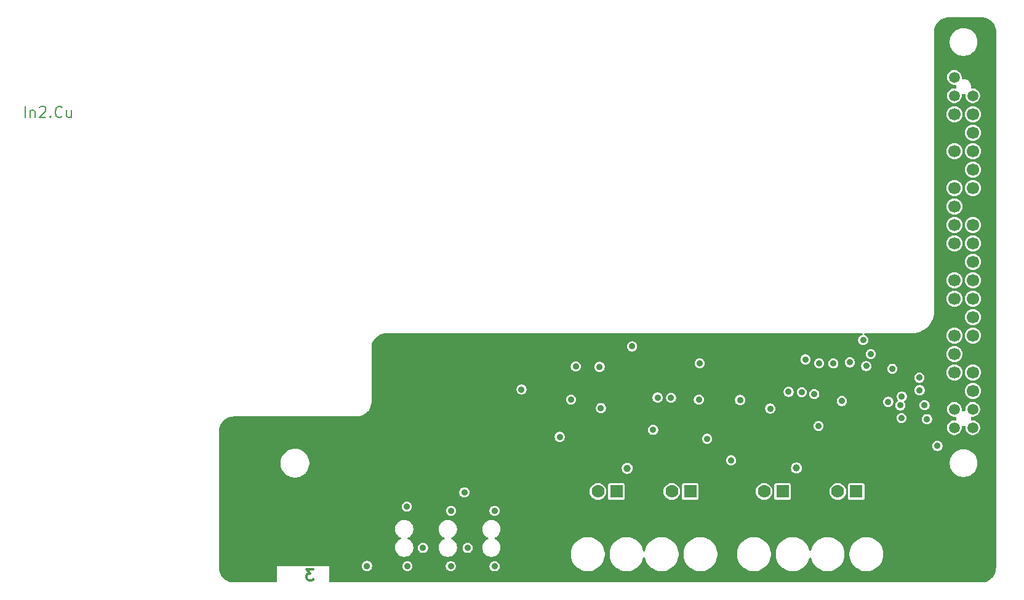
<source format=gbr>
%TF.GenerationSoftware,KiCad,Pcbnew,9.0.1-9.0.1-0~ubuntu24.04.1*%
%TF.CreationDate,2025-04-26T12:20:12-07:00*%
%TF.ProjectId,NX-IndicatorBoard,4e582d49-6e64-4696-9361-746f72426f61,1*%
%TF.SameCoordinates,Original*%
%TF.FileFunction,Copper,L3,Inr*%
%TF.FilePolarity,Positive*%
%FSLAX46Y46*%
G04 Gerber Fmt 4.6, Leading zero omitted, Abs format (unit mm)*
G04 Created by KiCad (PCBNEW 9.0.1-9.0.1-0~ubuntu24.04.1) date 2025-04-26 12:20:12*
%MOMM*%
%LPD*%
G01*
G04 APERTURE LIST*
%ADD10C,0.300000*%
%TA.AperFunction,NonConductor*%
%ADD11C,0.300000*%
%TD*%
%ADD12C,0.187500*%
%TA.AperFunction,NonConductor*%
%ADD13C,0.187500*%
%TD*%
%TA.AperFunction,ComponentPad*%
%ADD14C,1.000000*%
%TD*%
%TA.AperFunction,ComponentPad*%
%ADD15C,1.500000*%
%TD*%
%TA.AperFunction,ComponentPad*%
%ADD16C,1.700000*%
%TD*%
%TA.AperFunction,ComponentPad*%
%ADD17R,1.778000X1.778000*%
%TD*%
%TA.AperFunction,ComponentPad*%
%ADD18C,1.778000*%
%TD*%
%TA.AperFunction,ViaPad*%
%ADD19C,0.889000*%
%TD*%
G04 APERTURE END LIST*
D10*
D11*
X68555065Y-123624428D02*
X67626493Y-123624428D01*
X67626493Y-123624428D02*
X68126493Y-124195857D01*
X68126493Y-124195857D02*
X67912208Y-124195857D01*
X67912208Y-124195857D02*
X67769351Y-124267285D01*
X67769351Y-124267285D02*
X67697922Y-124338714D01*
X67697922Y-124338714D02*
X67626493Y-124481571D01*
X67626493Y-124481571D02*
X67626493Y-124838714D01*
X67626493Y-124838714D02*
X67697922Y-124981571D01*
X67697922Y-124981571D02*
X67769351Y-125053000D01*
X67769351Y-125053000D02*
X67912208Y-125124428D01*
X67912208Y-125124428D02*
X68340779Y-125124428D01*
X68340779Y-125124428D02*
X68483636Y-125053000D01*
X68483636Y-125053000D02*
X68555065Y-124981571D01*
D12*
D13*
X28877697Y-61401678D02*
X28877697Y-59901678D01*
X29591983Y-60401678D02*
X29591983Y-61401678D01*
X29591983Y-60544535D02*
X29663412Y-60473107D01*
X29663412Y-60473107D02*
X29806269Y-60401678D01*
X29806269Y-60401678D02*
X30020555Y-60401678D01*
X30020555Y-60401678D02*
X30163412Y-60473107D01*
X30163412Y-60473107D02*
X30234841Y-60615964D01*
X30234841Y-60615964D02*
X30234841Y-61401678D01*
X30877698Y-60044535D02*
X30949126Y-59973107D01*
X30949126Y-59973107D02*
X31091984Y-59901678D01*
X31091984Y-59901678D02*
X31449126Y-59901678D01*
X31449126Y-59901678D02*
X31591984Y-59973107D01*
X31591984Y-59973107D02*
X31663412Y-60044535D01*
X31663412Y-60044535D02*
X31734841Y-60187392D01*
X31734841Y-60187392D02*
X31734841Y-60330250D01*
X31734841Y-60330250D02*
X31663412Y-60544535D01*
X31663412Y-60544535D02*
X30806269Y-61401678D01*
X30806269Y-61401678D02*
X31734841Y-61401678D01*
X32377697Y-61258821D02*
X32449126Y-61330250D01*
X32449126Y-61330250D02*
X32377697Y-61401678D01*
X32377697Y-61401678D02*
X32306269Y-61330250D01*
X32306269Y-61330250D02*
X32377697Y-61258821D01*
X32377697Y-61258821D02*
X32377697Y-61401678D01*
X33949126Y-61258821D02*
X33877698Y-61330250D01*
X33877698Y-61330250D02*
X33663412Y-61401678D01*
X33663412Y-61401678D02*
X33520555Y-61401678D01*
X33520555Y-61401678D02*
X33306269Y-61330250D01*
X33306269Y-61330250D02*
X33163412Y-61187392D01*
X33163412Y-61187392D02*
X33091983Y-61044535D01*
X33091983Y-61044535D02*
X33020555Y-60758821D01*
X33020555Y-60758821D02*
X33020555Y-60544535D01*
X33020555Y-60544535D02*
X33091983Y-60258821D01*
X33091983Y-60258821D02*
X33163412Y-60115964D01*
X33163412Y-60115964D02*
X33306269Y-59973107D01*
X33306269Y-59973107D02*
X33520555Y-59901678D01*
X33520555Y-59901678D02*
X33663412Y-59901678D01*
X33663412Y-59901678D02*
X33877698Y-59973107D01*
X33877698Y-59973107D02*
X33949126Y-60044535D01*
X35234841Y-60401678D02*
X35234841Y-61401678D01*
X34591983Y-60401678D02*
X34591983Y-61187392D01*
X34591983Y-61187392D02*
X34663412Y-61330250D01*
X34663412Y-61330250D02*
X34806269Y-61401678D01*
X34806269Y-61401678D02*
X35020555Y-61401678D01*
X35020555Y-61401678D02*
X35163412Y-61330250D01*
X35163412Y-61330250D02*
X35234841Y-61258821D01*
D14*
%TO.N,Net-(U3-CLKO{slash}SOF)*%
%TO.C,TP1*%
X111734600Y-109702600D03*
%TD*%
D15*
%TO.N,+3V3*%
%TO.C,J5*%
X159270000Y-104130000D03*
%TO.N,+5V*%
X156730000Y-104130000D03*
%TO.N,/I2C1_SDA*%
X159270000Y-101590000D03*
%TO.N,+5V*%
X156730000Y-101590000D03*
D16*
%TO.N,/I2C1_SCL*%
X159270000Y-99050000D03*
%TO.N,GND*%
X156730000Y-99050000D03*
%TO.N,/GPIO09*%
X159270000Y-96510000D03*
%TO.N,/UART1_TXD*%
X156730000Y-96510000D03*
%TO.N,GND*%
X159270000Y-93970000D03*
%TO.N,/UART1_RXD*%
X156730000Y-93970000D03*
%TO.N,/UART1_RTS*%
X159270000Y-91430000D03*
%TO.N,/I2S0_SCLK*%
X156730000Y-91430000D03*
%TO.N,/SPI1_SCK*%
X159270000Y-88890000D03*
%TO.N,GND*%
X156730000Y-88890000D03*
%TO.N,/GPIO12*%
X159270000Y-86350000D03*
%TO.N,/SPI1_CS1*%
X156730000Y-86350000D03*
%TO.N,+3V3*%
X159270000Y-83810000D03*
%TO.N,/SPI1_CS0*%
X156730000Y-83810000D03*
%TO.N,/SPI0_MOSI*%
X159270000Y-81270000D03*
%TO.N,GND*%
X156730000Y-81270000D03*
%TO.N,/SPI0_MISO*%
X159270000Y-78730000D03*
%TO.N,/SPI1_MISO*%
X156730000Y-78730000D03*
%TO.N,/SPI0_SCK*%
X159270000Y-76190000D03*
%TO.N,/SPI0_CS0*%
X156730000Y-76190000D03*
%TO.N,GND*%
X159270000Y-73650000D03*
%TO.N,/SPI0_CS1*%
X156730000Y-73650000D03*
%TO.N,/I2C0_SDA*%
X159270000Y-71110000D03*
%TO.N,/I2C0_SCL*%
X156730000Y-71110000D03*
%TO.N,/GPIO01*%
X159270000Y-68570000D03*
%TO.N,GND*%
X156730000Y-68570000D03*
%TO.N,/GPIO11*%
X159270000Y-66030000D03*
%TO.N,/GPIO07*%
X156730000Y-66030000D03*
%TO.N,/GPIO13*%
X159270000Y-63490000D03*
%TO.N,GND*%
X156730000Y-63490000D03*
%TO.N,/I2S0_FS*%
X159270000Y-60950000D03*
%TO.N,/UART1_CTS*%
X156730000Y-60950000D03*
D15*
%TO.N,/SPI1_MOSI*%
X159270000Y-58410000D03*
%TO.N,/I2S0_DIN*%
X156730000Y-58410000D03*
%TO.N,GND*%
X159270000Y-55870000D03*
%TO.N,/I2S0_DOUT*%
X156730000Y-55870000D03*
%TD*%
D17*
%TO.N,/CAN1_L*%
%TO.C,J1*%
X110236000Y-112903000D03*
D18*
%TO.N,/CAN1_H*%
X107696000Y-112903000D03*
%TD*%
D14*
%TO.N,Net-(U6-CLKO{slash}SOF)*%
%TO.C,TP2*%
X135001000Y-109677200D03*
%TD*%
D17*
%TO.N,/CAN2_L*%
%TO.C,J4*%
X143230600Y-112903000D03*
D18*
%TO.N,/CAN2_H*%
X140690600Y-112903000D03*
%TD*%
D17*
%TO.N,/CAN1_L*%
%TO.C,J2*%
X120396000Y-112903000D03*
D18*
%TO.N,/CAN1_H*%
X117856000Y-112903000D03*
%TD*%
D17*
%TO.N,/CAN2_L*%
%TO.C,J3*%
X133096000Y-112903000D03*
D18*
%TO.N,/CAN2_H*%
X130556000Y-112903000D03*
%TD*%
D19*
%TO.N,+3V3*%
X87477600Y-115570000D03*
X81483200Y-123190000D03*
X97180400Y-98856800D03*
X102438200Y-105384600D03*
X121589800Y-100253800D03*
X131406900Y-101485700D03*
X149453600Y-102793800D03*
X87452200Y-123190000D03*
X93472000Y-123215400D03*
X126009400Y-108610400D03*
X149301200Y-101041200D03*
X122707400Y-105638600D03*
X147633249Y-100555421D03*
X93472000Y-115570000D03*
X108102402Y-101422202D03*
%TO.N,GND*%
X112852200Y-104419400D03*
X140055600Y-105181400D03*
X106553000Y-108610400D03*
X88722200Y-106502200D03*
X102006400Y-98882200D03*
X129844800Y-108585000D03*
X119449072Y-100147810D03*
X106807000Y-103530400D03*
X130276600Y-103479600D03*
X116789200Y-105181400D03*
X117551200Y-108305600D03*
X123952000Y-101523800D03*
X136121710Y-104414192D03*
X143408400Y-108102400D03*
%TO.N,+5V*%
X103987600Y-100253800D03*
X127254000Y-100304600D03*
%TO.N,/GPIO09*%
X149504400Y-99822000D03*
X115290600Y-104419400D03*
X152958800Y-102946200D03*
%TO.N,/UART1_TXD*%
X136245600Y-94717108D03*
%TO.N,/UART1_RXD*%
X140079414Y-95271844D03*
%TO.N,/UART1_RTS*%
X152628600Y-101015800D03*
X112395000Y-92928964D03*
%TO.N,/I2S0_SCLK*%
X107924601Y-95732601D03*
X142354299Y-95110299D03*
X104648000Y-95681800D03*
%TO.N,/GPIO12*%
X121691400Y-95250000D03*
X115900200Y-99974400D03*
X138125200Y-95250000D03*
%TO.N,/SPI0_MOSI*%
X151917400Y-97231200D03*
%TO.N,/SPI0_MISO*%
X148197566Y-96000568D03*
%TO.N,/SPI1_MISO*%
X135736323Y-99240001D03*
%TO.N,/SPI0_SCK*%
X151942800Y-98958400D03*
%TO.N,/SPI1_CS0*%
X133925566Y-99183827D03*
%TO.N,/GPIO01*%
X138049000Y-103885998D03*
%TO.N,/GPIO11*%
X144604107Y-95637116D03*
X141249400Y-100457000D03*
%TO.N,/GPIO07*%
X117754400Y-99999800D03*
%TO.N,/GPIO13*%
X154406600Y-106626850D03*
%TO.N,/UART1_CTS*%
X144195800Y-92049600D03*
%TO.N,/SPI1_MOSI*%
X137462896Y-99489896D03*
%TO.N,/SPI0_CS0*%
X145239104Y-93978096D03*
%TO.N,Net-(D3-K)*%
X89331800Y-113030000D03*
%TO.N,Net-(D4-K)*%
X89763600Y-120675400D03*
%TO.N,Net-(D5-K)*%
X81407000Y-114985800D03*
%TO.N,Net-(D6-K)*%
X83616800Y-120675400D03*
%TO.N,Net-(D7-K)*%
X75920600Y-123164600D03*
%TD*%
%TA.AperFunction,Conductor*%
%TO.N,GND*%
G36*
X160384067Y-47576273D02*
G01*
X160447914Y-47576272D01*
X160456021Y-47576536D01*
X160710237Y-47593197D01*
X160726304Y-47595312D01*
X160942215Y-47638257D01*
X160972176Y-47644217D01*
X160987844Y-47648416D01*
X161153161Y-47704533D01*
X161225221Y-47728994D01*
X161240191Y-47735194D01*
X161465031Y-47846072D01*
X161479072Y-47854179D01*
X161687501Y-47993448D01*
X161700369Y-48003322D01*
X161888845Y-48168613D01*
X161900315Y-48180083D01*
X162065597Y-48368554D01*
X162075471Y-48381423D01*
X162214734Y-48589852D01*
X162222844Y-48603899D01*
X162333714Y-48828730D01*
X162339921Y-48843716D01*
X162420494Y-49081091D01*
X162424692Y-49096759D01*
X162473591Y-49342620D01*
X162475708Y-49358702D01*
X162492405Y-49613562D01*
X162492670Y-49621697D01*
X162475716Y-123324828D01*
X162475714Y-123332027D01*
X162475700Y-123332089D01*
X162475700Y-123393883D01*
X162475700Y-123395961D01*
X162475698Y-123395964D01*
X162475435Y-123404043D01*
X162458773Y-123658261D01*
X162456655Y-123674342D01*
X162407751Y-123920198D01*
X162403553Y-123935866D01*
X162322973Y-124173246D01*
X162316766Y-124188231D01*
X162205892Y-124413060D01*
X162197782Y-124427107D01*
X162058511Y-124635541D01*
X162048637Y-124648409D01*
X161883351Y-124836882D01*
X161871882Y-124848351D01*
X161683409Y-125013637D01*
X161670541Y-125023511D01*
X161462107Y-125162782D01*
X161448060Y-125170892D01*
X161223231Y-125281766D01*
X161208246Y-125287973D01*
X160970866Y-125368553D01*
X160955198Y-125372751D01*
X160709342Y-125421655D01*
X160693261Y-125423773D01*
X160439043Y-125440435D01*
X160430933Y-125440700D01*
X70888400Y-125440700D01*
X70821361Y-125421015D01*
X70775606Y-125368211D01*
X70764400Y-125316700D01*
X70764400Y-123215400D01*
X69018040Y-123215400D01*
X69010844Y-123213287D01*
X68964565Y-123213287D01*
X67215268Y-123213287D01*
X67181445Y-123213287D01*
X67161793Y-123215400D01*
X63525400Y-123215400D01*
X63525400Y-125316700D01*
X63505715Y-125383739D01*
X63452911Y-125429494D01*
X63401400Y-125440700D01*
X57604067Y-125440700D01*
X57595957Y-125440435D01*
X57341738Y-125423773D01*
X57325657Y-125421655D01*
X57079801Y-125372751D01*
X57064133Y-125368553D01*
X56826753Y-125287973D01*
X56811768Y-125281766D01*
X56586939Y-125170892D01*
X56572892Y-125162782D01*
X56364458Y-125023511D01*
X56351590Y-125013637D01*
X56163117Y-124848351D01*
X56151648Y-124836882D01*
X55986362Y-124648409D01*
X55976488Y-124635541D01*
X55837217Y-124427107D01*
X55829107Y-124413060D01*
X55823000Y-124400678D01*
X55718230Y-124188224D01*
X55712029Y-124173253D01*
X55631443Y-123935855D01*
X55627251Y-123920210D01*
X55578342Y-123674331D01*
X55576227Y-123658273D01*
X55559565Y-123404051D01*
X55559300Y-123395996D01*
X55559300Y-123395961D01*
X55559300Y-123332089D01*
X55559272Y-123331976D01*
X55559174Y-123095750D01*
X75221600Y-123095750D01*
X75221600Y-123233449D01*
X75248460Y-123368483D01*
X75248463Y-123368495D01*
X75301151Y-123495696D01*
X75301152Y-123495698D01*
X75377650Y-123610185D01*
X75377653Y-123610189D01*
X75475010Y-123707546D01*
X75475014Y-123707549D01*
X75589499Y-123784046D01*
X75589500Y-123784046D01*
X75589501Y-123784047D01*
X75589503Y-123784048D01*
X75712141Y-123834846D01*
X75716709Y-123836738D01*
X75844395Y-123862136D01*
X75851750Y-123863599D01*
X75851754Y-123863600D01*
X75851755Y-123863600D01*
X75989446Y-123863600D01*
X75989447Y-123863599D01*
X76124491Y-123836738D01*
X76251701Y-123784046D01*
X76366186Y-123707549D01*
X76463549Y-123610186D01*
X76540046Y-123495701D01*
X76592738Y-123368491D01*
X76619600Y-123233445D01*
X76619600Y-123121150D01*
X80784200Y-123121150D01*
X80784200Y-123258849D01*
X80811060Y-123393883D01*
X80811063Y-123393895D01*
X80863751Y-123521096D01*
X80863752Y-123521098D01*
X80940250Y-123635585D01*
X80940253Y-123635589D01*
X81037610Y-123732946D01*
X81037614Y-123732949D01*
X81152099Y-123809446D01*
X81152100Y-123809446D01*
X81152101Y-123809447D01*
X81152103Y-123809448D01*
X81279304Y-123862136D01*
X81279309Y-123862138D01*
X81406995Y-123887536D01*
X81414350Y-123888999D01*
X81414354Y-123889000D01*
X81414355Y-123889000D01*
X81552046Y-123889000D01*
X81552047Y-123888999D01*
X81687091Y-123862138D01*
X81814301Y-123809446D01*
X81928786Y-123732949D01*
X82026149Y-123635586D01*
X82102646Y-123521101D01*
X82155338Y-123393891D01*
X82182200Y-123258845D01*
X82182200Y-123121155D01*
X82182199Y-123121150D01*
X86753200Y-123121150D01*
X86753200Y-123258849D01*
X86780060Y-123393883D01*
X86780063Y-123393895D01*
X86832751Y-123521096D01*
X86832752Y-123521098D01*
X86909250Y-123635585D01*
X86909253Y-123635589D01*
X87006610Y-123732946D01*
X87006614Y-123732949D01*
X87121099Y-123809446D01*
X87121100Y-123809446D01*
X87121101Y-123809447D01*
X87121103Y-123809448D01*
X87248304Y-123862136D01*
X87248309Y-123862138D01*
X87375995Y-123887536D01*
X87383350Y-123888999D01*
X87383354Y-123889000D01*
X87383355Y-123889000D01*
X87521046Y-123889000D01*
X87521047Y-123888999D01*
X87656091Y-123862138D01*
X87783301Y-123809446D01*
X87897786Y-123732949D01*
X87995149Y-123635586D01*
X88071646Y-123521101D01*
X88124338Y-123393891D01*
X88151200Y-123258845D01*
X88151200Y-123146550D01*
X92773000Y-123146550D01*
X92773000Y-123284249D01*
X92799860Y-123419283D01*
X92799863Y-123419295D01*
X92852551Y-123546496D01*
X92852552Y-123546498D01*
X92929050Y-123660985D01*
X92929053Y-123660989D01*
X93026410Y-123758346D01*
X93026414Y-123758349D01*
X93140899Y-123834846D01*
X93140900Y-123834846D01*
X93140901Y-123834847D01*
X93140903Y-123834848D01*
X93206790Y-123862139D01*
X93268109Y-123887538D01*
X93403150Y-123914399D01*
X93403154Y-123914400D01*
X93403155Y-123914400D01*
X93540846Y-123914400D01*
X93540847Y-123914399D01*
X93675891Y-123887538D01*
X93803101Y-123834846D01*
X93917586Y-123758349D01*
X94014949Y-123660986D01*
X94091446Y-123546501D01*
X94144138Y-123419291D01*
X94171000Y-123284245D01*
X94171000Y-123146555D01*
X94144138Y-123011509D01*
X94091446Y-122884299D01*
X94014949Y-122769814D01*
X94014946Y-122769810D01*
X93917589Y-122672453D01*
X93917585Y-122672450D01*
X93803098Y-122595952D01*
X93803096Y-122595951D01*
X93675895Y-122543263D01*
X93675883Y-122543260D01*
X93540849Y-122516400D01*
X93540845Y-122516400D01*
X93403155Y-122516400D01*
X93403150Y-122516400D01*
X93268116Y-122543260D01*
X93268104Y-122543263D01*
X93140903Y-122595951D01*
X93140901Y-122595952D01*
X93026414Y-122672450D01*
X93026410Y-122672453D01*
X92929053Y-122769810D01*
X92929050Y-122769814D01*
X92852552Y-122884301D01*
X92852551Y-122884303D01*
X92799863Y-123011504D01*
X92799860Y-123011516D01*
X92773000Y-123146550D01*
X88151200Y-123146550D01*
X88151200Y-123121155D01*
X88124338Y-122986109D01*
X88071646Y-122858899D01*
X87995149Y-122744414D01*
X87995146Y-122744410D01*
X87897789Y-122647053D01*
X87897785Y-122647050D01*
X87783298Y-122570552D01*
X87783296Y-122570551D01*
X87656095Y-122517863D01*
X87656083Y-122517860D01*
X87521049Y-122491000D01*
X87521045Y-122491000D01*
X87383355Y-122491000D01*
X87383350Y-122491000D01*
X87248316Y-122517860D01*
X87248304Y-122517863D01*
X87121103Y-122570551D01*
X87121101Y-122570552D01*
X87006614Y-122647050D01*
X87006610Y-122647053D01*
X86909253Y-122744410D01*
X86909250Y-122744414D01*
X86832752Y-122858901D01*
X86832751Y-122858903D01*
X86780063Y-122986104D01*
X86780060Y-122986116D01*
X86753200Y-123121150D01*
X82182199Y-123121150D01*
X82155338Y-122986109D01*
X82102646Y-122858899D01*
X82026149Y-122744414D01*
X82026146Y-122744410D01*
X81928789Y-122647053D01*
X81928785Y-122647050D01*
X81814298Y-122570552D01*
X81814296Y-122570551D01*
X81687095Y-122517863D01*
X81687083Y-122517860D01*
X81552049Y-122491000D01*
X81552045Y-122491000D01*
X81414355Y-122491000D01*
X81414350Y-122491000D01*
X81279316Y-122517860D01*
X81279304Y-122517863D01*
X81152103Y-122570551D01*
X81152101Y-122570552D01*
X81037614Y-122647050D01*
X81037610Y-122647053D01*
X80940253Y-122744410D01*
X80940250Y-122744414D01*
X80863752Y-122858901D01*
X80863751Y-122858903D01*
X80811063Y-122986104D01*
X80811060Y-122986116D01*
X80784200Y-123121150D01*
X76619600Y-123121150D01*
X76619600Y-123095755D01*
X76592738Y-122960709D01*
X76550567Y-122858899D01*
X76540048Y-122833503D01*
X76540047Y-122833501D01*
X76463549Y-122719014D01*
X76463546Y-122719010D01*
X76366189Y-122621653D01*
X76366185Y-122621650D01*
X76251698Y-122545152D01*
X76251696Y-122545151D01*
X76124495Y-122492463D01*
X76124483Y-122492460D01*
X75989449Y-122465600D01*
X75989445Y-122465600D01*
X75851755Y-122465600D01*
X75851750Y-122465600D01*
X75716716Y-122492460D01*
X75716704Y-122492463D01*
X75589503Y-122545151D01*
X75589501Y-122545152D01*
X75475014Y-122621650D01*
X75475010Y-122621653D01*
X75377653Y-122719010D01*
X75377650Y-122719014D01*
X75301152Y-122833501D01*
X75301151Y-122833503D01*
X75248463Y-122960704D01*
X75248460Y-122960716D01*
X75221600Y-123095750D01*
X55559174Y-123095750D01*
X55557059Y-118001168D01*
X79787500Y-118001168D01*
X79787500Y-118199271D01*
X79818487Y-118394920D01*
X79879703Y-118583321D01*
X79969634Y-118759818D01*
X80086070Y-118920078D01*
X80226142Y-119060150D01*
X80386402Y-119176586D01*
X80447074Y-119207500D01*
X80549590Y-119259735D01*
X80600386Y-119307710D01*
X80617181Y-119375531D01*
X80594643Y-119441666D01*
X80549590Y-119480705D01*
X80386401Y-119563854D01*
X80340860Y-119596942D01*
X80226142Y-119680290D01*
X80226140Y-119680292D01*
X80226139Y-119680292D01*
X80086072Y-119820359D01*
X80086072Y-119820360D01*
X80086070Y-119820362D01*
X80036065Y-119889187D01*
X79969634Y-119980621D01*
X79879703Y-120157118D01*
X79818487Y-120345519D01*
X79787500Y-120541168D01*
X79787500Y-120739271D01*
X79818487Y-120934920D01*
X79879703Y-121123321D01*
X79928123Y-121218349D01*
X79969634Y-121299818D01*
X80086070Y-121460078D01*
X80226142Y-121600150D01*
X80386402Y-121716586D01*
X80469790Y-121759074D01*
X80562898Y-121806516D01*
X80562900Y-121806516D01*
X80562903Y-121806518D01*
X80663888Y-121839330D01*
X80751299Y-121867732D01*
X80946949Y-121898720D01*
X80946954Y-121898720D01*
X81145051Y-121898720D01*
X81340700Y-121867732D01*
X81529097Y-121806518D01*
X81705598Y-121716586D01*
X81865858Y-121600150D01*
X82005930Y-121460078D01*
X82122366Y-121299818D01*
X82212298Y-121123317D01*
X82273512Y-120934920D01*
X82282324Y-120879283D01*
X82304500Y-120739271D01*
X82304500Y-120606550D01*
X82917800Y-120606550D01*
X82917800Y-120744249D01*
X82944660Y-120879283D01*
X82944663Y-120879295D01*
X82997351Y-121006496D01*
X82997352Y-121006498D01*
X83073850Y-121120985D01*
X83073853Y-121120989D01*
X83171210Y-121218346D01*
X83171214Y-121218349D01*
X83285699Y-121294846D01*
X83285700Y-121294846D01*
X83285701Y-121294847D01*
X83285703Y-121294848D01*
X83412904Y-121347536D01*
X83412909Y-121347538D01*
X83547950Y-121374399D01*
X83547954Y-121374400D01*
X83547955Y-121374400D01*
X83685646Y-121374400D01*
X83685647Y-121374399D01*
X83820691Y-121347538D01*
X83947901Y-121294846D01*
X84062386Y-121218349D01*
X84159749Y-121120986D01*
X84236246Y-121006501D01*
X84288938Y-120879291D01*
X84315800Y-120744245D01*
X84315800Y-120606555D01*
X84288938Y-120471509D01*
X84236752Y-120345520D01*
X84236248Y-120344303D01*
X84236247Y-120344301D01*
X84159749Y-120229814D01*
X84159746Y-120229810D01*
X84062389Y-120132453D01*
X84062385Y-120132450D01*
X83947898Y-120055952D01*
X83947896Y-120055951D01*
X83820695Y-120003263D01*
X83820683Y-120003260D01*
X83685649Y-119976400D01*
X83685645Y-119976400D01*
X83547955Y-119976400D01*
X83547950Y-119976400D01*
X83412916Y-120003260D01*
X83412904Y-120003263D01*
X83285703Y-120055951D01*
X83285701Y-120055952D01*
X83171214Y-120132450D01*
X83171210Y-120132453D01*
X83073853Y-120229810D01*
X83073850Y-120229814D01*
X82997352Y-120344301D01*
X82997351Y-120344303D01*
X82944663Y-120471504D01*
X82944660Y-120471516D01*
X82917800Y-120606550D01*
X82304500Y-120606550D01*
X82304500Y-120541168D01*
X82273512Y-120345519D01*
X82212296Y-120157118D01*
X82133902Y-120003263D01*
X82122366Y-119980622D01*
X82005930Y-119820362D01*
X81865858Y-119680290D01*
X81705598Y-119563854D01*
X81542408Y-119480704D01*
X81491613Y-119432730D01*
X81474818Y-119364909D01*
X81497355Y-119298774D01*
X81542409Y-119259735D01*
X81566500Y-119247460D01*
X81705598Y-119176586D01*
X81865858Y-119060150D01*
X82005930Y-118920078D01*
X82122366Y-118759818D01*
X82212298Y-118583317D01*
X82273512Y-118394920D01*
X82304500Y-118199271D01*
X82304500Y-118001168D01*
X85787500Y-118001168D01*
X85787500Y-118199271D01*
X85818487Y-118394920D01*
X85879703Y-118583321D01*
X85969634Y-118759818D01*
X86086070Y-118920078D01*
X86226142Y-119060150D01*
X86386402Y-119176586D01*
X86447074Y-119207500D01*
X86549590Y-119259735D01*
X86600386Y-119307710D01*
X86617181Y-119375531D01*
X86594643Y-119441666D01*
X86549590Y-119480705D01*
X86386401Y-119563854D01*
X86340860Y-119596942D01*
X86226142Y-119680290D01*
X86226140Y-119680292D01*
X86226139Y-119680292D01*
X86086072Y-119820359D01*
X86086072Y-119820360D01*
X86086070Y-119820362D01*
X86036065Y-119889187D01*
X85969634Y-119980621D01*
X85879703Y-120157118D01*
X85818487Y-120345519D01*
X85787500Y-120541168D01*
X85787500Y-120739271D01*
X85818487Y-120934920D01*
X85879703Y-121123321D01*
X85928123Y-121218349D01*
X85969634Y-121299818D01*
X86086070Y-121460078D01*
X86226142Y-121600150D01*
X86386402Y-121716586D01*
X86469790Y-121759074D01*
X86562898Y-121806516D01*
X86562900Y-121806516D01*
X86562903Y-121806518D01*
X86663888Y-121839330D01*
X86751299Y-121867732D01*
X86946949Y-121898720D01*
X86946954Y-121898720D01*
X87145051Y-121898720D01*
X87340700Y-121867732D01*
X87529097Y-121806518D01*
X87705598Y-121716586D01*
X87865858Y-121600150D01*
X88005930Y-121460078D01*
X88122366Y-121299818D01*
X88212298Y-121123317D01*
X88273512Y-120934920D01*
X88282324Y-120879283D01*
X88304500Y-120739271D01*
X88304500Y-120606550D01*
X89064600Y-120606550D01*
X89064600Y-120744249D01*
X89091460Y-120879283D01*
X89091463Y-120879295D01*
X89144151Y-121006496D01*
X89144152Y-121006498D01*
X89220650Y-121120985D01*
X89220653Y-121120989D01*
X89318010Y-121218346D01*
X89318014Y-121218349D01*
X89432499Y-121294846D01*
X89432500Y-121294846D01*
X89432501Y-121294847D01*
X89432503Y-121294848D01*
X89559704Y-121347536D01*
X89559709Y-121347538D01*
X89694750Y-121374399D01*
X89694754Y-121374400D01*
X89694755Y-121374400D01*
X89832446Y-121374400D01*
X89832447Y-121374399D01*
X89967491Y-121347538D01*
X90094701Y-121294846D01*
X90209186Y-121218349D01*
X90306549Y-121120986D01*
X90383046Y-121006501D01*
X90435738Y-120879291D01*
X90462600Y-120744245D01*
X90462600Y-120606555D01*
X90435738Y-120471509D01*
X90383552Y-120345520D01*
X90383048Y-120344303D01*
X90383047Y-120344301D01*
X90306549Y-120229814D01*
X90306546Y-120229810D01*
X90209189Y-120132453D01*
X90209185Y-120132450D01*
X90094698Y-120055952D01*
X90094696Y-120055951D01*
X89967495Y-120003263D01*
X89967483Y-120003260D01*
X89832449Y-119976400D01*
X89832445Y-119976400D01*
X89694755Y-119976400D01*
X89694750Y-119976400D01*
X89559716Y-120003260D01*
X89559704Y-120003263D01*
X89432503Y-120055951D01*
X89432501Y-120055952D01*
X89318014Y-120132450D01*
X89318010Y-120132453D01*
X89220653Y-120229810D01*
X89220650Y-120229814D01*
X89144152Y-120344301D01*
X89144151Y-120344303D01*
X89091463Y-120471504D01*
X89091460Y-120471516D01*
X89064600Y-120606550D01*
X88304500Y-120606550D01*
X88304500Y-120541168D01*
X88273512Y-120345519D01*
X88212296Y-120157118D01*
X88133902Y-120003263D01*
X88122366Y-119980622D01*
X88005930Y-119820362D01*
X87865858Y-119680290D01*
X87705598Y-119563854D01*
X87542408Y-119480704D01*
X87491613Y-119432730D01*
X87474818Y-119364909D01*
X87497355Y-119298774D01*
X87542409Y-119259735D01*
X87566500Y-119247460D01*
X87705598Y-119176586D01*
X87865858Y-119060150D01*
X88005930Y-118920078D01*
X88122366Y-118759818D01*
X88212298Y-118583317D01*
X88273512Y-118394920D01*
X88304500Y-118199271D01*
X88304500Y-118001168D01*
X91787500Y-118001168D01*
X91787500Y-118199271D01*
X91818487Y-118394920D01*
X91879703Y-118583321D01*
X91969634Y-118759818D01*
X92086070Y-118920078D01*
X92226142Y-119060150D01*
X92386402Y-119176586D01*
X92447074Y-119207500D01*
X92549590Y-119259735D01*
X92600386Y-119307710D01*
X92617181Y-119375531D01*
X92594643Y-119441666D01*
X92549590Y-119480705D01*
X92386401Y-119563854D01*
X92340860Y-119596942D01*
X92226142Y-119680290D01*
X92226140Y-119680292D01*
X92226139Y-119680292D01*
X92086072Y-119820359D01*
X92086072Y-119820360D01*
X92086070Y-119820362D01*
X92036065Y-119889187D01*
X91969634Y-119980621D01*
X91879703Y-120157118D01*
X91818487Y-120345519D01*
X91787500Y-120541168D01*
X91787500Y-120739271D01*
X91818487Y-120934920D01*
X91879703Y-121123321D01*
X91928123Y-121218349D01*
X91969634Y-121299818D01*
X92086070Y-121460078D01*
X92226142Y-121600150D01*
X92386402Y-121716586D01*
X92469790Y-121759074D01*
X92562898Y-121806516D01*
X92562900Y-121806516D01*
X92562903Y-121806518D01*
X92663888Y-121839330D01*
X92751299Y-121867732D01*
X92946949Y-121898720D01*
X92946954Y-121898720D01*
X93145051Y-121898720D01*
X93340700Y-121867732D01*
X93529097Y-121806518D01*
X93705598Y-121716586D01*
X93865858Y-121600150D01*
X94005930Y-121460078D01*
X94056897Y-121389929D01*
X103960500Y-121389929D01*
X103960500Y-121696070D01*
X103960501Y-121696086D01*
X103998529Y-121984943D01*
X104000461Y-121999611D01*
X104008450Y-122029428D01*
X104079702Y-122295340D01*
X104196854Y-122578173D01*
X104196862Y-122578189D01*
X104349931Y-122843310D01*
X104349942Y-122843326D01*
X104536309Y-123086204D01*
X104536315Y-123086211D01*
X104752788Y-123302684D01*
X104752795Y-123302690D01*
X104925763Y-123435413D01*
X104995682Y-123489064D01*
X104995689Y-123489068D01*
X105260810Y-123642137D01*
X105260826Y-123642145D01*
X105543659Y-123759297D01*
X105543661Y-123759297D01*
X105543667Y-123759300D01*
X105839389Y-123838539D01*
X106142923Y-123878500D01*
X106142930Y-123878500D01*
X106449070Y-123878500D01*
X106449077Y-123878500D01*
X106752611Y-123838539D01*
X107048333Y-123759300D01*
X107173279Y-123707546D01*
X107331173Y-123642145D01*
X107331176Y-123642143D01*
X107331182Y-123642141D01*
X107596318Y-123489064D01*
X107839206Y-123302689D01*
X108055689Y-123086206D01*
X108242064Y-122843318D01*
X108395141Y-122578182D01*
X108398302Y-122570552D01*
X108512297Y-122295340D01*
X108512296Y-122295340D01*
X108512300Y-122295333D01*
X108591539Y-121999611D01*
X108631500Y-121696077D01*
X108631500Y-121389929D01*
X109300500Y-121389929D01*
X109300500Y-121696070D01*
X109300501Y-121696086D01*
X109338529Y-121984943D01*
X109340461Y-121999611D01*
X109348450Y-122029428D01*
X109419702Y-122295340D01*
X109536854Y-122578173D01*
X109536862Y-122578189D01*
X109689931Y-122843310D01*
X109689942Y-122843326D01*
X109876309Y-123086204D01*
X109876315Y-123086211D01*
X110092788Y-123302684D01*
X110092795Y-123302690D01*
X110265763Y-123435413D01*
X110335682Y-123489064D01*
X110335689Y-123489068D01*
X110600810Y-123642137D01*
X110600826Y-123642145D01*
X110883659Y-123759297D01*
X110883661Y-123759297D01*
X110883667Y-123759300D01*
X111179389Y-123838539D01*
X111482923Y-123878500D01*
X111482930Y-123878500D01*
X111789070Y-123878500D01*
X111789077Y-123878500D01*
X112092611Y-123838539D01*
X112388333Y-123759300D01*
X112513279Y-123707546D01*
X112671173Y-123642145D01*
X112671176Y-123642143D01*
X112671182Y-123642141D01*
X112936318Y-123489064D01*
X113179206Y-123302689D01*
X113395689Y-123086206D01*
X113582064Y-122843318D01*
X113735141Y-122578182D01*
X113738302Y-122570552D01*
X113852297Y-122295340D01*
X113852296Y-122295340D01*
X113852300Y-122295333D01*
X113926226Y-122019437D01*
X113962590Y-121959780D01*
X114025437Y-121929251D01*
X114094813Y-121937546D01*
X114148691Y-121982031D01*
X114165773Y-122019435D01*
X114239700Y-122295333D01*
X114239702Y-122295340D01*
X114356854Y-122578173D01*
X114356862Y-122578189D01*
X114509931Y-122843310D01*
X114509942Y-122843326D01*
X114696309Y-123086204D01*
X114696315Y-123086211D01*
X114912788Y-123302684D01*
X114912795Y-123302690D01*
X115085763Y-123435413D01*
X115155682Y-123489064D01*
X115155689Y-123489068D01*
X115420810Y-123642137D01*
X115420826Y-123642145D01*
X115703659Y-123759297D01*
X115703661Y-123759297D01*
X115703667Y-123759300D01*
X115999389Y-123838539D01*
X116302923Y-123878500D01*
X116302930Y-123878500D01*
X116609070Y-123878500D01*
X116609077Y-123878500D01*
X116912611Y-123838539D01*
X117208333Y-123759300D01*
X117333279Y-123707546D01*
X117491173Y-123642145D01*
X117491176Y-123642143D01*
X117491182Y-123642141D01*
X117756318Y-123489064D01*
X117999206Y-123302689D01*
X118215689Y-123086206D01*
X118402064Y-122843318D01*
X118555141Y-122578182D01*
X118558302Y-122570552D01*
X118672297Y-122295340D01*
X118672296Y-122295340D01*
X118672300Y-122295333D01*
X118751539Y-121999611D01*
X118791500Y-121696077D01*
X118791500Y-121389929D01*
X119460500Y-121389929D01*
X119460500Y-121696070D01*
X119460501Y-121696086D01*
X119498529Y-121984943D01*
X119500461Y-121999611D01*
X119508450Y-122029428D01*
X119579702Y-122295340D01*
X119696854Y-122578173D01*
X119696862Y-122578189D01*
X119849931Y-122843310D01*
X119849942Y-122843326D01*
X120036309Y-123086204D01*
X120036315Y-123086211D01*
X120252788Y-123302684D01*
X120252795Y-123302690D01*
X120425763Y-123435413D01*
X120495682Y-123489064D01*
X120495689Y-123489068D01*
X120760810Y-123642137D01*
X120760826Y-123642145D01*
X121043659Y-123759297D01*
X121043661Y-123759297D01*
X121043667Y-123759300D01*
X121339389Y-123838539D01*
X121642923Y-123878500D01*
X121642930Y-123878500D01*
X121949070Y-123878500D01*
X121949077Y-123878500D01*
X122252611Y-123838539D01*
X122548333Y-123759300D01*
X122673279Y-123707546D01*
X122831173Y-123642145D01*
X122831176Y-123642143D01*
X122831182Y-123642141D01*
X123096318Y-123489064D01*
X123339206Y-123302689D01*
X123555689Y-123086206D01*
X123742064Y-122843318D01*
X123895141Y-122578182D01*
X123898302Y-122570552D01*
X124012297Y-122295340D01*
X124012296Y-122295340D01*
X124012300Y-122295333D01*
X124091539Y-121999611D01*
X124131500Y-121696077D01*
X124131500Y-121389929D01*
X126820500Y-121389929D01*
X126820500Y-121696070D01*
X126820501Y-121696086D01*
X126858529Y-121984943D01*
X126860461Y-121999611D01*
X126868450Y-122029428D01*
X126939702Y-122295340D01*
X127056854Y-122578173D01*
X127056862Y-122578189D01*
X127209931Y-122843310D01*
X127209942Y-122843326D01*
X127396309Y-123086204D01*
X127396315Y-123086211D01*
X127612788Y-123302684D01*
X127612795Y-123302690D01*
X127785763Y-123435413D01*
X127855682Y-123489064D01*
X127855689Y-123489068D01*
X128120810Y-123642137D01*
X128120826Y-123642145D01*
X128403659Y-123759297D01*
X128403661Y-123759297D01*
X128403667Y-123759300D01*
X128699389Y-123838539D01*
X129002923Y-123878500D01*
X129002930Y-123878500D01*
X129309070Y-123878500D01*
X129309077Y-123878500D01*
X129612611Y-123838539D01*
X129908333Y-123759300D01*
X130033279Y-123707546D01*
X130191173Y-123642145D01*
X130191176Y-123642143D01*
X130191182Y-123642141D01*
X130456318Y-123489064D01*
X130699206Y-123302689D01*
X130915689Y-123086206D01*
X131102064Y-122843318D01*
X131255141Y-122578182D01*
X131258302Y-122570552D01*
X131372297Y-122295340D01*
X131372296Y-122295340D01*
X131372300Y-122295333D01*
X131451539Y-121999611D01*
X131491500Y-121696077D01*
X131491500Y-121389929D01*
X132160500Y-121389929D01*
X132160500Y-121696070D01*
X132160501Y-121696086D01*
X132198529Y-121984943D01*
X132200461Y-121999611D01*
X132208450Y-122029428D01*
X132279702Y-122295340D01*
X132396854Y-122578173D01*
X132396862Y-122578189D01*
X132549931Y-122843310D01*
X132549942Y-122843326D01*
X132736309Y-123086204D01*
X132736315Y-123086211D01*
X132952788Y-123302684D01*
X132952795Y-123302690D01*
X133125763Y-123435413D01*
X133195682Y-123489064D01*
X133195689Y-123489068D01*
X133460810Y-123642137D01*
X133460826Y-123642145D01*
X133743659Y-123759297D01*
X133743661Y-123759297D01*
X133743667Y-123759300D01*
X134039389Y-123838539D01*
X134342923Y-123878500D01*
X134342930Y-123878500D01*
X134649070Y-123878500D01*
X134649077Y-123878500D01*
X134952611Y-123838539D01*
X135248333Y-123759300D01*
X135373279Y-123707546D01*
X135531173Y-123642145D01*
X135531176Y-123642143D01*
X135531182Y-123642141D01*
X135796318Y-123489064D01*
X136039206Y-123302689D01*
X136255689Y-123086206D01*
X136442064Y-122843318D01*
X136595141Y-122578182D01*
X136598302Y-122570552D01*
X136712297Y-122295340D01*
X136712296Y-122295340D01*
X136712300Y-122295333D01*
X136773526Y-122066834D01*
X136809890Y-122007177D01*
X136872737Y-121976648D01*
X136942113Y-121984943D01*
X136995991Y-122029428D01*
X137013073Y-122066833D01*
X137074300Y-122295333D01*
X137074302Y-122295340D01*
X137191454Y-122578173D01*
X137191462Y-122578189D01*
X137344531Y-122843310D01*
X137344542Y-122843326D01*
X137530909Y-123086204D01*
X137530915Y-123086211D01*
X137747388Y-123302684D01*
X137747395Y-123302690D01*
X137920363Y-123435413D01*
X137990282Y-123489064D01*
X137990289Y-123489068D01*
X138255410Y-123642137D01*
X138255426Y-123642145D01*
X138538259Y-123759297D01*
X138538261Y-123759297D01*
X138538267Y-123759300D01*
X138833989Y-123838539D01*
X139137523Y-123878500D01*
X139137530Y-123878500D01*
X139443670Y-123878500D01*
X139443677Y-123878500D01*
X139747211Y-123838539D01*
X140042933Y-123759300D01*
X140167879Y-123707546D01*
X140325773Y-123642145D01*
X140325776Y-123642143D01*
X140325782Y-123642141D01*
X140590918Y-123489064D01*
X140833806Y-123302689D01*
X141050289Y-123086206D01*
X141236664Y-122843318D01*
X141389741Y-122578182D01*
X141392902Y-122570552D01*
X141506897Y-122295340D01*
X141506896Y-122295340D01*
X141506900Y-122295333D01*
X141586139Y-121999611D01*
X141626100Y-121696077D01*
X141626100Y-121389929D01*
X142295100Y-121389929D01*
X142295100Y-121696070D01*
X142295101Y-121696086D01*
X142333129Y-121984943D01*
X142335061Y-121999611D01*
X142343050Y-122029428D01*
X142414302Y-122295340D01*
X142531454Y-122578173D01*
X142531462Y-122578189D01*
X142684531Y-122843310D01*
X142684542Y-122843326D01*
X142870909Y-123086204D01*
X142870915Y-123086211D01*
X143087388Y-123302684D01*
X143087395Y-123302690D01*
X143260363Y-123435413D01*
X143330282Y-123489064D01*
X143330289Y-123489068D01*
X143595410Y-123642137D01*
X143595426Y-123642145D01*
X143878259Y-123759297D01*
X143878261Y-123759297D01*
X143878267Y-123759300D01*
X144173989Y-123838539D01*
X144477523Y-123878500D01*
X144477530Y-123878500D01*
X144783670Y-123878500D01*
X144783677Y-123878500D01*
X145087211Y-123838539D01*
X145382933Y-123759300D01*
X145507879Y-123707546D01*
X145665773Y-123642145D01*
X145665776Y-123642143D01*
X145665782Y-123642141D01*
X145930918Y-123489064D01*
X146173806Y-123302689D01*
X146390289Y-123086206D01*
X146576664Y-122843318D01*
X146729741Y-122578182D01*
X146732902Y-122570552D01*
X146846897Y-122295340D01*
X146846896Y-122295340D01*
X146846900Y-122295333D01*
X146926139Y-121999611D01*
X146966100Y-121696077D01*
X146966100Y-121389923D01*
X146926139Y-121086389D01*
X146846900Y-120790667D01*
X146846897Y-120790659D01*
X146729745Y-120507826D01*
X146729737Y-120507810D01*
X146576668Y-120242689D01*
X146576664Y-120242682D01*
X146390289Y-119999794D01*
X146390284Y-119999788D01*
X146173811Y-119783315D01*
X146173804Y-119783309D01*
X145930926Y-119596942D01*
X145930924Y-119596940D01*
X145930918Y-119596936D01*
X145930913Y-119596933D01*
X145930910Y-119596931D01*
X145665789Y-119443862D01*
X145665773Y-119443854D01*
X145382940Y-119326702D01*
X145312061Y-119307710D01*
X145087211Y-119247461D01*
X145087210Y-119247460D01*
X145087207Y-119247460D01*
X144783686Y-119207501D01*
X144783683Y-119207500D01*
X144783677Y-119207500D01*
X144477523Y-119207500D01*
X144477517Y-119207500D01*
X144477513Y-119207501D01*
X144173992Y-119247460D01*
X143878259Y-119326702D01*
X143595426Y-119443854D01*
X143595410Y-119443862D01*
X143330289Y-119596931D01*
X143330273Y-119596942D01*
X143087395Y-119783309D01*
X143087388Y-119783315D01*
X142870915Y-119999788D01*
X142870909Y-119999795D01*
X142684542Y-120242673D01*
X142684531Y-120242689D01*
X142531462Y-120507810D01*
X142531454Y-120507826D01*
X142414302Y-120790659D01*
X142335060Y-121086392D01*
X142295101Y-121389913D01*
X142295100Y-121389929D01*
X141626100Y-121389929D01*
X141626100Y-121389923D01*
X141586139Y-121086389D01*
X141506900Y-120790667D01*
X141506897Y-120790659D01*
X141389745Y-120507826D01*
X141389737Y-120507810D01*
X141236668Y-120242689D01*
X141236664Y-120242682D01*
X141050289Y-119999794D01*
X141050284Y-119999788D01*
X140833811Y-119783315D01*
X140833804Y-119783309D01*
X140590926Y-119596942D01*
X140590924Y-119596940D01*
X140590918Y-119596936D01*
X140590913Y-119596933D01*
X140590910Y-119596931D01*
X140325789Y-119443862D01*
X140325773Y-119443854D01*
X140042940Y-119326702D01*
X139972061Y-119307710D01*
X139747211Y-119247461D01*
X139747210Y-119247460D01*
X139747207Y-119247460D01*
X139443686Y-119207501D01*
X139443683Y-119207500D01*
X139443677Y-119207500D01*
X139137523Y-119207500D01*
X139137517Y-119207500D01*
X139137513Y-119207501D01*
X138833992Y-119247460D01*
X138538259Y-119326702D01*
X138255426Y-119443854D01*
X138255410Y-119443862D01*
X137990289Y-119596931D01*
X137990273Y-119596942D01*
X137747395Y-119783309D01*
X137747388Y-119783315D01*
X137530915Y-119999788D01*
X137530909Y-119999795D01*
X137344542Y-120242673D01*
X137344531Y-120242689D01*
X137191462Y-120507810D01*
X137191454Y-120507826D01*
X137074302Y-120790659D01*
X137074300Y-120790667D01*
X137016469Y-121006496D01*
X137013075Y-121019162D01*
X136976710Y-121078822D01*
X136913863Y-121109351D01*
X136844487Y-121101056D01*
X136790609Y-121056571D01*
X136773525Y-121019162D01*
X136712300Y-120790667D01*
X136712297Y-120790659D01*
X136595145Y-120507826D01*
X136595137Y-120507810D01*
X136442068Y-120242689D01*
X136442064Y-120242682D01*
X136255689Y-119999794D01*
X136255684Y-119999788D01*
X136039211Y-119783315D01*
X136039204Y-119783309D01*
X135796326Y-119596942D01*
X135796324Y-119596940D01*
X135796318Y-119596936D01*
X135796313Y-119596933D01*
X135796310Y-119596931D01*
X135531189Y-119443862D01*
X135531173Y-119443854D01*
X135248340Y-119326702D01*
X135177461Y-119307710D01*
X134952611Y-119247461D01*
X134952610Y-119247460D01*
X134952607Y-119247460D01*
X134649086Y-119207501D01*
X134649083Y-119207500D01*
X134649077Y-119207500D01*
X134342923Y-119207500D01*
X134342917Y-119207500D01*
X134342913Y-119207501D01*
X134039392Y-119247460D01*
X133743659Y-119326702D01*
X133460826Y-119443854D01*
X133460810Y-119443862D01*
X133195689Y-119596931D01*
X133195673Y-119596942D01*
X132952795Y-119783309D01*
X132952788Y-119783315D01*
X132736315Y-119999788D01*
X132736309Y-119999795D01*
X132549942Y-120242673D01*
X132549931Y-120242689D01*
X132396862Y-120507810D01*
X132396854Y-120507826D01*
X132279702Y-120790659D01*
X132200460Y-121086392D01*
X132160501Y-121389913D01*
X132160500Y-121389929D01*
X131491500Y-121389929D01*
X131491500Y-121389923D01*
X131451539Y-121086389D01*
X131372300Y-120790667D01*
X131372297Y-120790659D01*
X131255145Y-120507826D01*
X131255137Y-120507810D01*
X131102068Y-120242689D01*
X131102064Y-120242682D01*
X130915689Y-119999794D01*
X130915684Y-119999788D01*
X130699211Y-119783315D01*
X130699204Y-119783309D01*
X130456326Y-119596942D01*
X130456324Y-119596940D01*
X130456318Y-119596936D01*
X130456313Y-119596933D01*
X130456310Y-119596931D01*
X130191189Y-119443862D01*
X130191173Y-119443854D01*
X129908340Y-119326702D01*
X129837461Y-119307710D01*
X129612611Y-119247461D01*
X129612610Y-119247460D01*
X129612607Y-119247460D01*
X129309086Y-119207501D01*
X129309083Y-119207500D01*
X129309077Y-119207500D01*
X129002923Y-119207500D01*
X129002917Y-119207500D01*
X129002913Y-119207501D01*
X128699392Y-119247460D01*
X128403659Y-119326702D01*
X128120826Y-119443854D01*
X128120810Y-119443862D01*
X127855689Y-119596931D01*
X127855673Y-119596942D01*
X127612795Y-119783309D01*
X127612788Y-119783315D01*
X127396315Y-119999788D01*
X127396309Y-119999795D01*
X127209942Y-120242673D01*
X127209931Y-120242689D01*
X127056862Y-120507810D01*
X127056854Y-120507826D01*
X126939702Y-120790659D01*
X126860460Y-121086392D01*
X126820501Y-121389913D01*
X126820500Y-121389929D01*
X124131500Y-121389929D01*
X124131500Y-121389923D01*
X124091539Y-121086389D01*
X124012300Y-120790667D01*
X124012297Y-120790659D01*
X123895145Y-120507826D01*
X123895137Y-120507810D01*
X123742068Y-120242689D01*
X123742064Y-120242682D01*
X123555689Y-119999794D01*
X123555684Y-119999788D01*
X123339211Y-119783315D01*
X123339204Y-119783309D01*
X123096326Y-119596942D01*
X123096324Y-119596940D01*
X123096318Y-119596936D01*
X123096313Y-119596933D01*
X123096310Y-119596931D01*
X122831189Y-119443862D01*
X122831173Y-119443854D01*
X122548340Y-119326702D01*
X122477461Y-119307710D01*
X122252611Y-119247461D01*
X122252610Y-119247460D01*
X122252607Y-119247460D01*
X121949086Y-119207501D01*
X121949083Y-119207500D01*
X121949077Y-119207500D01*
X121642923Y-119207500D01*
X121642917Y-119207500D01*
X121642913Y-119207501D01*
X121339392Y-119247460D01*
X121043659Y-119326702D01*
X120760826Y-119443854D01*
X120760810Y-119443862D01*
X120495689Y-119596931D01*
X120495673Y-119596942D01*
X120252795Y-119783309D01*
X120252788Y-119783315D01*
X120036315Y-119999788D01*
X120036309Y-119999795D01*
X119849942Y-120242673D01*
X119849931Y-120242689D01*
X119696862Y-120507810D01*
X119696854Y-120507826D01*
X119579702Y-120790659D01*
X119500460Y-121086392D01*
X119460501Y-121389913D01*
X119460500Y-121389929D01*
X118791500Y-121389929D01*
X118791500Y-121389923D01*
X118751539Y-121086389D01*
X118672300Y-120790667D01*
X118672297Y-120790659D01*
X118555145Y-120507826D01*
X118555137Y-120507810D01*
X118402068Y-120242689D01*
X118402064Y-120242682D01*
X118215689Y-119999794D01*
X118215684Y-119999788D01*
X117999211Y-119783315D01*
X117999204Y-119783309D01*
X117756326Y-119596942D01*
X117756324Y-119596940D01*
X117756318Y-119596936D01*
X117756313Y-119596933D01*
X117756310Y-119596931D01*
X117491189Y-119443862D01*
X117491173Y-119443854D01*
X117208340Y-119326702D01*
X117137461Y-119307710D01*
X116912611Y-119247461D01*
X116912610Y-119247460D01*
X116912607Y-119247460D01*
X116609086Y-119207501D01*
X116609083Y-119207500D01*
X116609077Y-119207500D01*
X116302923Y-119207500D01*
X116302917Y-119207500D01*
X116302913Y-119207501D01*
X115999392Y-119247460D01*
X115703659Y-119326702D01*
X115420826Y-119443854D01*
X115420810Y-119443862D01*
X115155689Y-119596931D01*
X115155673Y-119596942D01*
X114912795Y-119783309D01*
X114912788Y-119783315D01*
X114696315Y-119999788D01*
X114696309Y-119999795D01*
X114509942Y-120242673D01*
X114509931Y-120242689D01*
X114356862Y-120507810D01*
X114356854Y-120507826D01*
X114239702Y-120790659D01*
X114239700Y-120790667D01*
X114165774Y-121066560D01*
X114129410Y-121126219D01*
X114066563Y-121156748D01*
X113997187Y-121148453D01*
X113943309Y-121103968D01*
X113926226Y-121066561D01*
X113852300Y-120790667D01*
X113852297Y-120790659D01*
X113735145Y-120507826D01*
X113735137Y-120507810D01*
X113582068Y-120242689D01*
X113582064Y-120242682D01*
X113395689Y-119999794D01*
X113395684Y-119999788D01*
X113179211Y-119783315D01*
X113179204Y-119783309D01*
X112936326Y-119596942D01*
X112936324Y-119596940D01*
X112936318Y-119596936D01*
X112936313Y-119596933D01*
X112936310Y-119596931D01*
X112671189Y-119443862D01*
X112671173Y-119443854D01*
X112388340Y-119326702D01*
X112317461Y-119307710D01*
X112092611Y-119247461D01*
X112092610Y-119247460D01*
X112092607Y-119247460D01*
X111789086Y-119207501D01*
X111789083Y-119207500D01*
X111789077Y-119207500D01*
X111482923Y-119207500D01*
X111482917Y-119207500D01*
X111482913Y-119207501D01*
X111179392Y-119247460D01*
X110883659Y-119326702D01*
X110600826Y-119443854D01*
X110600810Y-119443862D01*
X110335689Y-119596931D01*
X110335673Y-119596942D01*
X110092795Y-119783309D01*
X110092788Y-119783315D01*
X109876315Y-119999788D01*
X109876309Y-119999795D01*
X109689942Y-120242673D01*
X109689931Y-120242689D01*
X109536862Y-120507810D01*
X109536854Y-120507826D01*
X109419702Y-120790659D01*
X109340460Y-121086392D01*
X109300501Y-121389913D01*
X109300500Y-121389929D01*
X108631500Y-121389929D01*
X108631500Y-121389923D01*
X108591539Y-121086389D01*
X108512300Y-120790667D01*
X108512297Y-120790659D01*
X108395145Y-120507826D01*
X108395137Y-120507810D01*
X108242068Y-120242689D01*
X108242064Y-120242682D01*
X108055689Y-119999794D01*
X108055684Y-119999788D01*
X107839211Y-119783315D01*
X107839204Y-119783309D01*
X107596326Y-119596942D01*
X107596324Y-119596940D01*
X107596318Y-119596936D01*
X107596313Y-119596933D01*
X107596310Y-119596931D01*
X107331189Y-119443862D01*
X107331173Y-119443854D01*
X107048340Y-119326702D01*
X106977461Y-119307710D01*
X106752611Y-119247461D01*
X106752610Y-119247460D01*
X106752607Y-119247460D01*
X106449086Y-119207501D01*
X106449083Y-119207500D01*
X106449077Y-119207500D01*
X106142923Y-119207500D01*
X106142917Y-119207500D01*
X106142913Y-119207501D01*
X105839392Y-119247460D01*
X105543659Y-119326702D01*
X105260826Y-119443854D01*
X105260810Y-119443862D01*
X104995689Y-119596931D01*
X104995673Y-119596942D01*
X104752795Y-119783309D01*
X104752788Y-119783315D01*
X104536315Y-119999788D01*
X104536309Y-119999795D01*
X104349942Y-120242673D01*
X104349931Y-120242689D01*
X104196862Y-120507810D01*
X104196854Y-120507826D01*
X104079702Y-120790659D01*
X104000460Y-121086392D01*
X103960501Y-121389913D01*
X103960500Y-121389929D01*
X94056897Y-121389929D01*
X94112805Y-121312978D01*
X94112806Y-121312977D01*
X94117795Y-121306108D01*
X94122366Y-121299818D01*
X94212298Y-121123317D01*
X94273512Y-120934920D01*
X94282324Y-120879283D01*
X94304500Y-120739271D01*
X94304500Y-120541168D01*
X94273512Y-120345519D01*
X94212296Y-120157118D01*
X94133902Y-120003263D01*
X94122366Y-119980622D01*
X94005930Y-119820362D01*
X93865858Y-119680290D01*
X93705598Y-119563854D01*
X93542408Y-119480704D01*
X93491613Y-119432730D01*
X93474818Y-119364909D01*
X93497355Y-119298774D01*
X93542409Y-119259735D01*
X93566500Y-119247460D01*
X93705598Y-119176586D01*
X93865858Y-119060150D01*
X94005930Y-118920078D01*
X94122366Y-118759818D01*
X94212298Y-118583317D01*
X94273512Y-118394920D01*
X94304500Y-118199271D01*
X94304500Y-118001168D01*
X94273512Y-117805519D01*
X94212296Y-117617118D01*
X94122365Y-117440621D01*
X94005930Y-117280362D01*
X93865858Y-117140290D01*
X93705598Y-117023854D01*
X93529101Y-116933923D01*
X93340700Y-116872707D01*
X93145051Y-116841720D01*
X93145046Y-116841720D01*
X92946954Y-116841720D01*
X92946949Y-116841720D01*
X92751299Y-116872707D01*
X92562898Y-116933923D01*
X92386401Y-117023854D01*
X92294967Y-117090285D01*
X92226142Y-117140290D01*
X92226140Y-117140292D01*
X92226139Y-117140292D01*
X92086072Y-117280359D01*
X92086072Y-117280360D01*
X92086070Y-117280362D01*
X92036065Y-117349187D01*
X91969634Y-117440621D01*
X91879703Y-117617118D01*
X91818487Y-117805519D01*
X91787500Y-118001168D01*
X88304500Y-118001168D01*
X88273512Y-117805519D01*
X88212296Y-117617118D01*
X88122365Y-117440621D01*
X88005930Y-117280362D01*
X87865858Y-117140290D01*
X87705598Y-117023854D01*
X87529101Y-116933923D01*
X87340700Y-116872707D01*
X87145051Y-116841720D01*
X87145046Y-116841720D01*
X86946954Y-116841720D01*
X86946949Y-116841720D01*
X86751299Y-116872707D01*
X86562898Y-116933923D01*
X86386401Y-117023854D01*
X86294967Y-117090285D01*
X86226142Y-117140290D01*
X86226140Y-117140292D01*
X86226139Y-117140292D01*
X86086072Y-117280359D01*
X86086072Y-117280360D01*
X86086070Y-117280362D01*
X86036065Y-117349187D01*
X85969634Y-117440621D01*
X85879703Y-117617118D01*
X85818487Y-117805519D01*
X85787500Y-118001168D01*
X82304500Y-118001168D01*
X82273512Y-117805519D01*
X82212296Y-117617118D01*
X82122365Y-117440621D01*
X82005930Y-117280362D01*
X81865858Y-117140290D01*
X81705598Y-117023854D01*
X81529101Y-116933923D01*
X81340700Y-116872707D01*
X81145051Y-116841720D01*
X81145046Y-116841720D01*
X80946954Y-116841720D01*
X80946949Y-116841720D01*
X80751299Y-116872707D01*
X80562898Y-116933923D01*
X80386401Y-117023854D01*
X80294967Y-117090285D01*
X80226142Y-117140290D01*
X80226140Y-117140292D01*
X80226139Y-117140292D01*
X80086072Y-117280359D01*
X80086072Y-117280360D01*
X80086070Y-117280362D01*
X80036065Y-117349187D01*
X79969634Y-117440621D01*
X79879703Y-117617118D01*
X79818487Y-117805519D01*
X79787500Y-118001168D01*
X55557059Y-118001168D01*
X55555779Y-114916950D01*
X80708000Y-114916950D01*
X80708000Y-115054649D01*
X80734860Y-115189683D01*
X80734863Y-115189695D01*
X80787551Y-115316896D01*
X80787552Y-115316898D01*
X80864050Y-115431385D01*
X80864053Y-115431389D01*
X80961410Y-115528746D01*
X80961414Y-115528749D01*
X81075899Y-115605246D01*
X81075900Y-115605246D01*
X81075901Y-115605247D01*
X81075903Y-115605248D01*
X81157024Y-115638849D01*
X81203109Y-115657938D01*
X81338150Y-115684799D01*
X81338154Y-115684800D01*
X81338155Y-115684800D01*
X81475846Y-115684800D01*
X81475847Y-115684799D01*
X81610891Y-115657938D01*
X81738101Y-115605246D01*
X81852586Y-115528749D01*
X81880185Y-115501150D01*
X86778600Y-115501150D01*
X86778600Y-115638849D01*
X86805460Y-115773883D01*
X86805463Y-115773895D01*
X86858151Y-115901096D01*
X86858152Y-115901098D01*
X86934650Y-116015585D01*
X86934653Y-116015589D01*
X87032010Y-116112946D01*
X87032014Y-116112949D01*
X87146499Y-116189446D01*
X87146500Y-116189446D01*
X87146501Y-116189447D01*
X87146503Y-116189448D01*
X87273704Y-116242136D01*
X87273709Y-116242138D01*
X87408750Y-116268999D01*
X87408754Y-116269000D01*
X87408755Y-116269000D01*
X87546446Y-116269000D01*
X87546447Y-116268999D01*
X87681491Y-116242138D01*
X87808701Y-116189446D01*
X87923186Y-116112949D01*
X88020549Y-116015586D01*
X88097046Y-115901101D01*
X88149738Y-115773891D01*
X88176600Y-115638845D01*
X88176600Y-115501155D01*
X88176599Y-115501150D01*
X92773000Y-115501150D01*
X92773000Y-115638849D01*
X92799860Y-115773883D01*
X92799863Y-115773895D01*
X92852551Y-115901096D01*
X92852552Y-115901098D01*
X92929050Y-116015585D01*
X92929053Y-116015589D01*
X93026410Y-116112946D01*
X93026414Y-116112949D01*
X93140899Y-116189446D01*
X93140900Y-116189446D01*
X93140901Y-116189447D01*
X93140903Y-116189448D01*
X93268104Y-116242136D01*
X93268109Y-116242138D01*
X93403150Y-116268999D01*
X93403154Y-116269000D01*
X93403155Y-116269000D01*
X93540846Y-116269000D01*
X93540847Y-116268999D01*
X93675891Y-116242138D01*
X93803101Y-116189446D01*
X93917586Y-116112949D01*
X94014949Y-116015586D01*
X94091446Y-115901101D01*
X94144138Y-115773891D01*
X94171000Y-115638845D01*
X94171000Y-115501155D01*
X94144138Y-115366109D01*
X94144136Y-115366104D01*
X94091448Y-115238903D01*
X94091447Y-115238901D01*
X94058560Y-115189683D01*
X94014949Y-115124414D01*
X94014946Y-115124410D01*
X93917589Y-115027053D01*
X93917585Y-115027050D01*
X93803098Y-114950552D01*
X93803096Y-114950551D01*
X93675895Y-114897863D01*
X93675883Y-114897860D01*
X93540849Y-114871000D01*
X93540845Y-114871000D01*
X93403155Y-114871000D01*
X93403150Y-114871000D01*
X93268116Y-114897860D01*
X93268104Y-114897863D01*
X93140903Y-114950551D01*
X93140901Y-114950552D01*
X93026414Y-115027050D01*
X93026410Y-115027053D01*
X92929053Y-115124410D01*
X92929050Y-115124414D01*
X92852552Y-115238901D01*
X92852551Y-115238903D01*
X92799863Y-115366104D01*
X92799860Y-115366116D01*
X92773000Y-115501150D01*
X88176599Y-115501150D01*
X88149738Y-115366109D01*
X88149736Y-115366104D01*
X88097048Y-115238903D01*
X88097047Y-115238901D01*
X88064160Y-115189683D01*
X88020549Y-115124414D01*
X88020546Y-115124410D01*
X87923189Y-115027053D01*
X87923185Y-115027050D01*
X87808698Y-114950552D01*
X87808696Y-114950551D01*
X87681495Y-114897863D01*
X87681483Y-114897860D01*
X87546449Y-114871000D01*
X87546445Y-114871000D01*
X87408755Y-114871000D01*
X87408750Y-114871000D01*
X87273716Y-114897860D01*
X87273704Y-114897863D01*
X87146503Y-114950551D01*
X87146501Y-114950552D01*
X87032014Y-115027050D01*
X87032010Y-115027053D01*
X86934653Y-115124410D01*
X86934650Y-115124414D01*
X86858152Y-115238901D01*
X86858151Y-115238903D01*
X86805463Y-115366104D01*
X86805460Y-115366116D01*
X86778600Y-115501150D01*
X81880185Y-115501150D01*
X81949949Y-115431386D01*
X82026446Y-115316901D01*
X82079138Y-115189691D01*
X82106000Y-115054645D01*
X82106000Y-114916955D01*
X82079138Y-114781909D01*
X82026446Y-114654699D01*
X81949949Y-114540214D01*
X81949946Y-114540210D01*
X81852589Y-114442853D01*
X81852585Y-114442850D01*
X81738098Y-114366352D01*
X81738096Y-114366351D01*
X81610895Y-114313663D01*
X81610883Y-114313660D01*
X81475849Y-114286800D01*
X81475845Y-114286800D01*
X81338155Y-114286800D01*
X81338150Y-114286800D01*
X81203116Y-114313660D01*
X81203104Y-114313663D01*
X81075903Y-114366351D01*
X81075901Y-114366352D01*
X80961414Y-114442850D01*
X80961410Y-114442853D01*
X80864053Y-114540210D01*
X80864050Y-114540214D01*
X80787552Y-114654701D01*
X80787551Y-114654703D01*
X80734863Y-114781904D01*
X80734860Y-114781916D01*
X80708000Y-114916950D01*
X55555779Y-114916950D01*
X55554967Y-112961150D01*
X88632800Y-112961150D01*
X88632800Y-113098849D01*
X88659660Y-113233883D01*
X88659663Y-113233895D01*
X88712351Y-113361096D01*
X88712352Y-113361098D01*
X88788850Y-113475585D01*
X88788853Y-113475589D01*
X88886210Y-113572946D01*
X88886214Y-113572949D01*
X89000699Y-113649446D01*
X89000700Y-113649446D01*
X89000701Y-113649447D01*
X89000703Y-113649448D01*
X89127904Y-113702136D01*
X89127909Y-113702138D01*
X89262950Y-113728999D01*
X89262954Y-113729000D01*
X89262955Y-113729000D01*
X89400646Y-113729000D01*
X89400647Y-113728999D01*
X89535691Y-113702138D01*
X89662901Y-113649446D01*
X89777386Y-113572949D01*
X89874749Y-113475586D01*
X89951246Y-113361101D01*
X90003938Y-113233891D01*
X90030800Y-113098845D01*
X90030800Y-112961155D01*
X90003938Y-112826109D01*
X89998510Y-112813005D01*
X106552500Y-112813005D01*
X106552500Y-112992994D01*
X106580657Y-113170771D01*
X106636275Y-113341949D01*
X106636276Y-113341952D01*
X106704366Y-113475585D01*
X106717991Y-113502325D01*
X106823787Y-113647940D01*
X106951060Y-113775213D01*
X107096675Y-113881009D01*
X107175333Y-113921087D01*
X107257047Y-113962723D01*
X107257050Y-113962724D01*
X107342639Y-113990533D01*
X107428230Y-114018343D01*
X107606005Y-114046500D01*
X107606006Y-114046500D01*
X107785994Y-114046500D01*
X107785995Y-114046500D01*
X107963770Y-114018343D01*
X108134952Y-113962723D01*
X108295325Y-113881009D01*
X108440940Y-113775213D01*
X108568213Y-113647940D01*
X108674009Y-113502325D01*
X108755723Y-113341952D01*
X108811343Y-113170770D01*
X108839500Y-112992995D01*
X108839500Y-112813005D01*
X108811343Y-112635230D01*
X108755723Y-112464048D01*
X108755723Y-112464047D01*
X108701619Y-112357863D01*
X108674009Y-112303675D01*
X108568213Y-112158060D01*
X108440940Y-112030787D01*
X108383326Y-111988928D01*
X109092500Y-111988928D01*
X109092500Y-113817063D01*
X109107266Y-113891301D01*
X109163515Y-113975484D01*
X109197234Y-113998014D01*
X109247699Y-114031734D01*
X109247702Y-114031734D01*
X109247703Y-114031735D01*
X109272666Y-114036700D01*
X109321933Y-114046500D01*
X111150066Y-114046499D01*
X111224301Y-114031734D01*
X111308484Y-113975484D01*
X111364734Y-113891301D01*
X111379500Y-113817067D01*
X111379499Y-112813005D01*
X116712500Y-112813005D01*
X116712500Y-112992994D01*
X116740657Y-113170771D01*
X116796275Y-113341949D01*
X116796276Y-113341952D01*
X116864366Y-113475585D01*
X116877991Y-113502325D01*
X116983787Y-113647940D01*
X117111060Y-113775213D01*
X117256675Y-113881009D01*
X117335333Y-113921087D01*
X117417047Y-113962723D01*
X117417050Y-113962724D01*
X117502639Y-113990533D01*
X117588230Y-114018343D01*
X117766005Y-114046500D01*
X117766006Y-114046500D01*
X117945994Y-114046500D01*
X117945995Y-114046500D01*
X118123770Y-114018343D01*
X118294952Y-113962723D01*
X118455325Y-113881009D01*
X118600940Y-113775213D01*
X118728213Y-113647940D01*
X118834009Y-113502325D01*
X118915723Y-113341952D01*
X118971343Y-113170770D01*
X118999500Y-112992995D01*
X118999500Y-112813005D01*
X118971343Y-112635230D01*
X118915723Y-112464048D01*
X118915723Y-112464047D01*
X118861619Y-112357863D01*
X118834009Y-112303675D01*
X118728213Y-112158060D01*
X118600940Y-112030787D01*
X118543326Y-111988928D01*
X119252500Y-111988928D01*
X119252500Y-113817063D01*
X119267266Y-113891301D01*
X119323515Y-113975484D01*
X119357234Y-113998014D01*
X119407699Y-114031734D01*
X119407702Y-114031734D01*
X119407703Y-114031735D01*
X119432666Y-114036700D01*
X119481933Y-114046500D01*
X121310066Y-114046499D01*
X121384301Y-114031734D01*
X121468484Y-113975484D01*
X121524734Y-113891301D01*
X121539500Y-113817067D01*
X121539499Y-112813005D01*
X129412500Y-112813005D01*
X129412500Y-112992994D01*
X129440657Y-113170771D01*
X129496275Y-113341949D01*
X129496276Y-113341952D01*
X129564366Y-113475585D01*
X129577991Y-113502325D01*
X129683787Y-113647940D01*
X129811060Y-113775213D01*
X129956675Y-113881009D01*
X130035333Y-113921087D01*
X130117047Y-113962723D01*
X130117050Y-113962724D01*
X130202639Y-113990533D01*
X130288230Y-114018343D01*
X130466005Y-114046500D01*
X130466006Y-114046500D01*
X130645994Y-114046500D01*
X130645995Y-114046500D01*
X130823770Y-114018343D01*
X130994952Y-113962723D01*
X131155325Y-113881009D01*
X131300940Y-113775213D01*
X131428213Y-113647940D01*
X131534009Y-113502325D01*
X131615723Y-113341952D01*
X131671343Y-113170770D01*
X131699500Y-112992995D01*
X131699500Y-112813005D01*
X131671343Y-112635230D01*
X131615723Y-112464048D01*
X131615723Y-112464047D01*
X131561619Y-112357863D01*
X131534009Y-112303675D01*
X131428213Y-112158060D01*
X131300940Y-112030787D01*
X131243326Y-111988928D01*
X131952500Y-111988928D01*
X131952500Y-113817063D01*
X131967266Y-113891301D01*
X132023515Y-113975484D01*
X132057234Y-113998014D01*
X132107699Y-114031734D01*
X132107702Y-114031734D01*
X132107703Y-114031735D01*
X132132666Y-114036700D01*
X132181933Y-114046500D01*
X134010066Y-114046499D01*
X134084301Y-114031734D01*
X134168484Y-113975484D01*
X134224734Y-113891301D01*
X134239500Y-113817067D01*
X134239499Y-112813005D01*
X139547100Y-112813005D01*
X139547100Y-112992994D01*
X139575257Y-113170771D01*
X139630875Y-113341949D01*
X139630876Y-113341952D01*
X139698966Y-113475585D01*
X139712591Y-113502325D01*
X139818387Y-113647940D01*
X139945660Y-113775213D01*
X140091275Y-113881009D01*
X140169933Y-113921087D01*
X140251647Y-113962723D01*
X140251650Y-113962724D01*
X140337239Y-113990533D01*
X140422830Y-114018343D01*
X140600605Y-114046500D01*
X140600606Y-114046500D01*
X140780594Y-114046500D01*
X140780595Y-114046500D01*
X140958370Y-114018343D01*
X141129552Y-113962723D01*
X141289925Y-113881009D01*
X141435540Y-113775213D01*
X141562813Y-113647940D01*
X141668609Y-113502325D01*
X141750323Y-113341952D01*
X141805943Y-113170770D01*
X141834100Y-112992995D01*
X141834100Y-112813005D01*
X141805943Y-112635230D01*
X141750323Y-112464048D01*
X141750323Y-112464047D01*
X141696219Y-112357863D01*
X141668609Y-112303675D01*
X141562813Y-112158060D01*
X141435540Y-112030787D01*
X141377926Y-111988928D01*
X142087100Y-111988928D01*
X142087100Y-113817063D01*
X142101866Y-113891301D01*
X142158115Y-113975484D01*
X142191834Y-113998014D01*
X142242299Y-114031734D01*
X142242302Y-114031734D01*
X142242303Y-114031735D01*
X142267266Y-114036700D01*
X142316533Y-114046500D01*
X144144666Y-114046499D01*
X144218901Y-114031734D01*
X144303084Y-113975484D01*
X144359334Y-113891301D01*
X144374100Y-113817067D01*
X144374099Y-111988934D01*
X144359334Y-111914699D01*
X144311611Y-111843277D01*
X144303084Y-111830515D01*
X144252619Y-111796796D01*
X144218901Y-111774266D01*
X144218899Y-111774265D01*
X144218896Y-111774264D01*
X144144669Y-111759500D01*
X142316536Y-111759500D01*
X142242298Y-111774266D01*
X142158115Y-111830515D01*
X142101866Y-111914699D01*
X142101864Y-111914703D01*
X142087100Y-111988928D01*
X141377926Y-111988928D01*
X141289925Y-111924991D01*
X141269724Y-111914698D01*
X141129552Y-111843276D01*
X141129549Y-111843275D01*
X140958371Y-111787657D01*
X140869482Y-111773578D01*
X140780595Y-111759500D01*
X140600605Y-111759500D01*
X140541346Y-111768885D01*
X140422828Y-111787657D01*
X140251650Y-111843275D01*
X140251647Y-111843276D01*
X140091274Y-111924991D01*
X140008195Y-111985352D01*
X139945660Y-112030787D01*
X139945658Y-112030789D01*
X139945657Y-112030789D01*
X139818389Y-112158057D01*
X139818389Y-112158058D01*
X139818387Y-112158060D01*
X139772952Y-112220595D01*
X139712591Y-112303674D01*
X139630876Y-112464047D01*
X139630875Y-112464050D01*
X139575257Y-112635228D01*
X139547100Y-112813005D01*
X134239499Y-112813005D01*
X134239499Y-111988934D01*
X134224734Y-111914699D01*
X134177011Y-111843277D01*
X134168484Y-111830515D01*
X134118019Y-111796796D01*
X134084301Y-111774266D01*
X134084299Y-111774265D01*
X134084296Y-111774264D01*
X134010069Y-111759500D01*
X132181936Y-111759500D01*
X132107698Y-111774266D01*
X132023515Y-111830515D01*
X131967266Y-111914699D01*
X131967264Y-111914703D01*
X131952500Y-111988928D01*
X131243326Y-111988928D01*
X131155325Y-111924991D01*
X131135124Y-111914698D01*
X130994952Y-111843276D01*
X130994949Y-111843275D01*
X130823771Y-111787657D01*
X130734882Y-111773578D01*
X130645995Y-111759500D01*
X130466005Y-111759500D01*
X130406746Y-111768885D01*
X130288228Y-111787657D01*
X130117050Y-111843275D01*
X130117047Y-111843276D01*
X129956674Y-111924991D01*
X129873595Y-111985352D01*
X129811060Y-112030787D01*
X129811058Y-112030789D01*
X129811057Y-112030789D01*
X129683789Y-112158057D01*
X129683789Y-112158058D01*
X129683787Y-112158060D01*
X129638352Y-112220595D01*
X129577991Y-112303674D01*
X129496276Y-112464047D01*
X129496275Y-112464050D01*
X129440657Y-112635228D01*
X129412500Y-112813005D01*
X121539499Y-112813005D01*
X121539499Y-111988934D01*
X121524734Y-111914699D01*
X121477011Y-111843277D01*
X121468484Y-111830515D01*
X121418019Y-111796796D01*
X121384301Y-111774266D01*
X121384299Y-111774265D01*
X121384296Y-111774264D01*
X121310069Y-111759500D01*
X119481936Y-111759500D01*
X119407698Y-111774266D01*
X119323515Y-111830515D01*
X119267266Y-111914699D01*
X119267264Y-111914703D01*
X119252500Y-111988928D01*
X118543326Y-111988928D01*
X118455325Y-111924991D01*
X118435124Y-111914698D01*
X118294952Y-111843276D01*
X118294949Y-111843275D01*
X118123771Y-111787657D01*
X118034882Y-111773578D01*
X117945995Y-111759500D01*
X117766005Y-111759500D01*
X117706746Y-111768885D01*
X117588228Y-111787657D01*
X117417050Y-111843275D01*
X117417047Y-111843276D01*
X117256674Y-111924991D01*
X117173595Y-111985352D01*
X117111060Y-112030787D01*
X117111058Y-112030789D01*
X117111057Y-112030789D01*
X116983789Y-112158057D01*
X116983789Y-112158058D01*
X116983787Y-112158060D01*
X116938352Y-112220595D01*
X116877991Y-112303674D01*
X116796276Y-112464047D01*
X116796275Y-112464050D01*
X116740657Y-112635228D01*
X116712500Y-112813005D01*
X111379499Y-112813005D01*
X111379499Y-111988934D01*
X111364734Y-111914699D01*
X111317011Y-111843277D01*
X111308484Y-111830515D01*
X111258019Y-111796796D01*
X111224301Y-111774266D01*
X111224299Y-111774265D01*
X111224296Y-111774264D01*
X111150069Y-111759500D01*
X109321936Y-111759500D01*
X109247698Y-111774266D01*
X109163515Y-111830515D01*
X109107266Y-111914699D01*
X109107264Y-111914703D01*
X109092500Y-111988928D01*
X108383326Y-111988928D01*
X108295325Y-111924991D01*
X108275124Y-111914698D01*
X108134952Y-111843276D01*
X108134949Y-111843275D01*
X107963771Y-111787657D01*
X107874882Y-111773578D01*
X107785995Y-111759500D01*
X107606005Y-111759500D01*
X107546746Y-111768885D01*
X107428228Y-111787657D01*
X107257050Y-111843275D01*
X107257047Y-111843276D01*
X107096674Y-111924991D01*
X107013595Y-111985352D01*
X106951060Y-112030787D01*
X106951058Y-112030789D01*
X106951057Y-112030789D01*
X106823789Y-112158057D01*
X106823789Y-112158058D01*
X106823787Y-112158060D01*
X106778352Y-112220595D01*
X106717991Y-112303674D01*
X106636276Y-112464047D01*
X106636275Y-112464050D01*
X106580657Y-112635228D01*
X106552500Y-112813005D01*
X89998510Y-112813005D01*
X89951246Y-112698899D01*
X89874749Y-112584414D01*
X89874746Y-112584410D01*
X89777389Y-112487053D01*
X89777385Y-112487050D01*
X89662898Y-112410552D01*
X89662896Y-112410551D01*
X89535695Y-112357863D01*
X89535683Y-112357860D01*
X89400649Y-112331000D01*
X89400645Y-112331000D01*
X89262955Y-112331000D01*
X89262950Y-112331000D01*
X89127916Y-112357860D01*
X89127904Y-112357863D01*
X89000703Y-112410551D01*
X89000701Y-112410552D01*
X88886214Y-112487050D01*
X88886210Y-112487053D01*
X88788853Y-112584410D01*
X88788850Y-112584414D01*
X88712352Y-112698901D01*
X88712351Y-112698903D01*
X88659663Y-112826104D01*
X88659660Y-112826116D01*
X88632800Y-112961150D01*
X55554967Y-112961150D01*
X55553269Y-108869855D01*
X64014500Y-108869855D01*
X64014500Y-109130144D01*
X64026546Y-109221635D01*
X64048473Y-109388183D01*
X64115836Y-109639586D01*
X64115839Y-109639596D01*
X64215436Y-109880044D01*
X64215441Y-109880055D01*
X64345570Y-110105443D01*
X64345581Y-110105459D01*
X64504017Y-110311938D01*
X64504023Y-110311945D01*
X64688054Y-110495976D01*
X64688060Y-110495981D01*
X64894549Y-110654425D01*
X64894556Y-110654429D01*
X65119944Y-110784558D01*
X65119949Y-110784560D01*
X65119952Y-110784562D01*
X65360413Y-110884164D01*
X65611817Y-110951527D01*
X65869863Y-110985500D01*
X65869870Y-110985500D01*
X66130130Y-110985500D01*
X66130137Y-110985500D01*
X66388183Y-110951527D01*
X66639587Y-110884164D01*
X66880048Y-110784562D01*
X67105451Y-110654425D01*
X67311940Y-110495981D01*
X67495981Y-110311940D01*
X67654425Y-110105451D01*
X67784562Y-109880048D01*
X67884164Y-109639587D01*
X67887193Y-109628283D01*
X110980100Y-109628283D01*
X110980100Y-109776916D01*
X111009093Y-109922672D01*
X111009095Y-109922680D01*
X111065971Y-110059991D01*
X111148539Y-110183564D01*
X111148545Y-110183571D01*
X111253628Y-110288654D01*
X111253635Y-110288660D01*
X111377208Y-110371228D01*
X111377209Y-110371228D01*
X111377210Y-110371229D01*
X111514520Y-110428105D01*
X111660283Y-110457099D01*
X111660287Y-110457100D01*
X111660288Y-110457100D01*
X111808913Y-110457100D01*
X111808914Y-110457099D01*
X111954680Y-110428105D01*
X112091990Y-110371229D01*
X112215566Y-110288659D01*
X112320659Y-110183566D01*
X112403229Y-110059990D01*
X112460105Y-109922680D01*
X112489100Y-109776912D01*
X112489100Y-109628288D01*
X112486466Y-109615048D01*
X112484046Y-109602883D01*
X134246500Y-109602883D01*
X134246500Y-109751516D01*
X134275493Y-109897272D01*
X134275495Y-109897280D01*
X134332371Y-110034591D01*
X134414939Y-110158164D01*
X134414945Y-110158171D01*
X134520028Y-110263254D01*
X134520035Y-110263260D01*
X134643608Y-110345828D01*
X134643609Y-110345828D01*
X134643610Y-110345829D01*
X134780920Y-110402705D01*
X134908610Y-110428104D01*
X134926683Y-110431699D01*
X134926687Y-110431700D01*
X134926688Y-110431700D01*
X135075313Y-110431700D01*
X135075314Y-110431699D01*
X135221080Y-110402705D01*
X135358390Y-110345829D01*
X135481966Y-110263259D01*
X135587059Y-110158166D01*
X135669629Y-110034590D01*
X135726505Y-109897280D01*
X135755500Y-109751512D01*
X135755500Y-109602888D01*
X135726505Y-109457120D01*
X135669629Y-109319810D01*
X135662673Y-109309400D01*
X135587060Y-109196235D01*
X135587054Y-109196228D01*
X135481971Y-109091145D01*
X135481964Y-109091139D01*
X135358391Y-109008571D01*
X135358392Y-109008571D01*
X135302354Y-108985360D01*
X135221080Y-108951695D01*
X135221072Y-108951693D01*
X135075316Y-108922700D01*
X135075312Y-108922700D01*
X134926688Y-108922700D01*
X134926683Y-108922700D01*
X134780927Y-108951693D01*
X134780919Y-108951695D01*
X134643608Y-109008571D01*
X134520035Y-109091139D01*
X134520028Y-109091145D01*
X134414945Y-109196228D01*
X134414939Y-109196235D01*
X134332371Y-109319808D01*
X134275495Y-109457119D01*
X134275493Y-109457127D01*
X134246500Y-109602883D01*
X112484046Y-109602883D01*
X112460106Y-109482527D01*
X112460105Y-109482520D01*
X112403229Y-109345210D01*
X112386257Y-109319810D01*
X112320660Y-109221635D01*
X112320654Y-109221628D01*
X112215571Y-109116545D01*
X112215564Y-109116539D01*
X112091991Y-109033971D01*
X111954680Y-108977095D01*
X111954672Y-108977093D01*
X111808916Y-108948100D01*
X111808912Y-108948100D01*
X111660288Y-108948100D01*
X111660283Y-108948100D01*
X111514527Y-108977093D01*
X111514519Y-108977095D01*
X111377208Y-109033971D01*
X111253635Y-109116539D01*
X111253628Y-109116545D01*
X111148545Y-109221628D01*
X111148539Y-109221635D01*
X111065971Y-109345208D01*
X111009095Y-109482519D01*
X111009093Y-109482527D01*
X110980100Y-109628283D01*
X67887193Y-109628283D01*
X67951527Y-109388183D01*
X67985500Y-109130137D01*
X67985500Y-108869863D01*
X67951527Y-108611817D01*
X67932699Y-108541550D01*
X125310400Y-108541550D01*
X125310400Y-108679249D01*
X125337260Y-108814283D01*
X125337263Y-108814293D01*
X125389951Y-108941496D01*
X125389952Y-108941498D01*
X125466450Y-109055985D01*
X125466453Y-109055989D01*
X125563810Y-109153346D01*
X125563814Y-109153349D01*
X125678299Y-109229846D01*
X125678300Y-109229846D01*
X125678301Y-109229847D01*
X125678303Y-109229848D01*
X125805504Y-109282536D01*
X125805509Y-109282538D01*
X125940550Y-109309399D01*
X125940554Y-109309400D01*
X125940555Y-109309400D01*
X126078246Y-109309400D01*
X126078247Y-109309399D01*
X126213291Y-109282538D01*
X126340501Y-109229846D01*
X126454986Y-109153349D01*
X126552349Y-109055986D01*
X126628846Y-108941501D01*
X126656451Y-108874857D01*
X156090700Y-108874857D01*
X156090700Y-109125142D01*
X156119671Y-109345208D01*
X156123368Y-109373285D01*
X156152637Y-109482519D01*
X156188149Y-109615048D01*
X156283921Y-109846265D01*
X156283926Y-109846274D01*
X156409069Y-110063026D01*
X156409074Y-110063032D01*
X156409075Y-110063034D01*
X156561430Y-110261588D01*
X156561436Y-110261595D01*
X156738404Y-110438563D01*
X156738411Y-110438569D01*
X156879796Y-110547057D01*
X156936974Y-110590931D01*
X157153726Y-110716074D01*
X157153729Y-110716075D01*
X157153734Y-110716078D01*
X157384951Y-110811850D01*
X157384953Y-110811850D01*
X157384959Y-110811853D01*
X157626715Y-110876632D01*
X157812822Y-110901133D01*
X157874857Y-110909300D01*
X157874858Y-110909300D01*
X158125143Y-110909300D01*
X158174770Y-110902766D01*
X158373285Y-110876632D01*
X158615041Y-110811853D01*
X158680938Y-110784558D01*
X158846265Y-110716078D01*
X158846266Y-110716076D01*
X158846274Y-110716074D01*
X159063026Y-110590931D01*
X159261590Y-110438568D01*
X159438568Y-110261590D01*
X159590931Y-110063026D01*
X159716074Y-109846274D01*
X159744805Y-109776912D01*
X159811850Y-109615048D01*
X159811849Y-109615048D01*
X159811853Y-109615041D01*
X159876632Y-109373285D01*
X159909300Y-109125142D01*
X159909300Y-108874858D01*
X159908642Y-108869863D01*
X159883548Y-108679249D01*
X159876632Y-108626715D01*
X159811853Y-108384959D01*
X159801682Y-108360403D01*
X159716078Y-108153734D01*
X159716073Y-108153725D01*
X159696574Y-108119952D01*
X159590931Y-107936974D01*
X159438568Y-107738410D01*
X159438563Y-107738404D01*
X159261595Y-107561436D01*
X159261588Y-107561430D01*
X159063034Y-107409075D01*
X159063032Y-107409074D01*
X159063026Y-107409069D01*
X158846274Y-107283926D01*
X158846265Y-107283921D01*
X158615048Y-107188149D01*
X158546554Y-107169796D01*
X158373285Y-107123368D01*
X158373284Y-107123367D01*
X158373281Y-107123367D01*
X158125143Y-107090700D01*
X158125142Y-107090700D01*
X157874858Y-107090700D01*
X157874857Y-107090700D01*
X157626718Y-107123367D01*
X157384951Y-107188149D01*
X157153734Y-107283921D01*
X157153725Y-107283926D01*
X156936974Y-107409069D01*
X156936965Y-107409075D01*
X156738411Y-107561430D01*
X156738404Y-107561436D01*
X156561436Y-107738404D01*
X156561430Y-107738411D01*
X156409075Y-107936965D01*
X156409069Y-107936974D01*
X156283926Y-108153725D01*
X156283921Y-108153734D01*
X156188149Y-108384951D01*
X156123367Y-108626718D01*
X156090700Y-108874857D01*
X126656451Y-108874857D01*
X126681538Y-108814291D01*
X126708400Y-108679245D01*
X126708400Y-108541555D01*
X126681538Y-108406509D01*
X126672612Y-108384959D01*
X126628848Y-108279303D01*
X126628847Y-108279301D01*
X126552349Y-108164814D01*
X126552346Y-108164810D01*
X126454989Y-108067453D01*
X126454985Y-108067450D01*
X126340498Y-107990952D01*
X126340496Y-107990951D01*
X126213295Y-107938263D01*
X126213283Y-107938260D01*
X126078249Y-107911400D01*
X126078245Y-107911400D01*
X125940555Y-107911400D01*
X125940550Y-107911400D01*
X125805516Y-107938260D01*
X125805504Y-107938263D01*
X125678303Y-107990951D01*
X125678301Y-107990952D01*
X125563814Y-108067450D01*
X125563810Y-108067453D01*
X125466453Y-108164810D01*
X125466450Y-108164814D01*
X125389952Y-108279301D01*
X125389951Y-108279303D01*
X125337263Y-108406504D01*
X125337260Y-108406516D01*
X125310400Y-108541550D01*
X67932699Y-108541550D01*
X67884164Y-108360413D01*
X67784562Y-108119952D01*
X67784560Y-108119949D01*
X67784558Y-108119944D01*
X67654429Y-107894556D01*
X67654425Y-107894549D01*
X67495981Y-107688060D01*
X67495976Y-107688054D01*
X67311945Y-107504023D01*
X67311938Y-107504017D01*
X67105459Y-107345581D01*
X67105457Y-107345579D01*
X67105451Y-107345575D01*
X67105446Y-107345572D01*
X67105443Y-107345570D01*
X66880055Y-107215441D01*
X66880044Y-107215436D01*
X66639596Y-107115839D01*
X66639589Y-107115837D01*
X66639587Y-107115836D01*
X66388183Y-107048473D01*
X66345056Y-107042795D01*
X66130144Y-107014500D01*
X66130137Y-107014500D01*
X65869863Y-107014500D01*
X65869855Y-107014500D01*
X65624240Y-107046837D01*
X65611817Y-107048473D01*
X65522374Y-107072439D01*
X65360413Y-107115836D01*
X65360403Y-107115839D01*
X65119955Y-107215436D01*
X65119944Y-107215441D01*
X64894556Y-107345570D01*
X64894540Y-107345581D01*
X64688061Y-107504017D01*
X64688054Y-107504023D01*
X64504023Y-107688054D01*
X64504017Y-107688061D01*
X64345581Y-107894540D01*
X64345570Y-107894556D01*
X64215441Y-108119944D01*
X64215436Y-108119955D01*
X64115839Y-108360403D01*
X64115836Y-108360413D01*
X64048474Y-108611814D01*
X64048472Y-108611825D01*
X64014500Y-108869855D01*
X55553269Y-108869855D01*
X55552310Y-106558000D01*
X153707600Y-106558000D01*
X153707600Y-106695699D01*
X153734460Y-106830733D01*
X153734463Y-106830745D01*
X153787151Y-106957946D01*
X153787152Y-106957948D01*
X153863650Y-107072435D01*
X153863653Y-107072439D01*
X153961010Y-107169796D01*
X153961014Y-107169799D01*
X154075499Y-107246296D01*
X154075500Y-107246296D01*
X154075501Y-107246297D01*
X154075503Y-107246298D01*
X154166334Y-107283921D01*
X154202709Y-107298988D01*
X154337750Y-107325849D01*
X154337754Y-107325850D01*
X154337755Y-107325850D01*
X154475446Y-107325850D01*
X154475447Y-107325849D01*
X154610491Y-107298988D01*
X154737701Y-107246296D01*
X154852186Y-107169799D01*
X154949549Y-107072436D01*
X155026046Y-106957951D01*
X155078738Y-106830741D01*
X155105600Y-106695695D01*
X155105600Y-106558005D01*
X155078738Y-106422959D01*
X155026046Y-106295749D01*
X154949549Y-106181264D01*
X154949546Y-106181260D01*
X154852189Y-106083903D01*
X154852185Y-106083900D01*
X154737698Y-106007402D01*
X154737696Y-106007401D01*
X154610495Y-105954713D01*
X154610483Y-105954710D01*
X154475449Y-105927850D01*
X154475445Y-105927850D01*
X154337755Y-105927850D01*
X154337750Y-105927850D01*
X154202716Y-105954710D01*
X154202704Y-105954713D01*
X154075503Y-106007401D01*
X154075501Y-106007402D01*
X153961014Y-106083900D01*
X153961010Y-106083903D01*
X153863653Y-106181260D01*
X153863650Y-106181264D01*
X153787152Y-106295751D01*
X153787151Y-106295753D01*
X153734463Y-106422954D01*
X153734460Y-106422966D01*
X153707600Y-106558000D01*
X55552310Y-106558000D01*
X55551794Y-105315750D01*
X101739200Y-105315750D01*
X101739200Y-105453449D01*
X101766060Y-105588483D01*
X101766063Y-105588495D01*
X101818751Y-105715696D01*
X101818752Y-105715698D01*
X101895250Y-105830185D01*
X101895253Y-105830189D01*
X101992610Y-105927546D01*
X101992614Y-105927549D01*
X102107099Y-106004046D01*
X102107100Y-106004046D01*
X102107101Y-106004047D01*
X102107103Y-106004048D01*
X102234304Y-106056736D01*
X102234309Y-106056738D01*
X102369350Y-106083599D01*
X102369354Y-106083600D01*
X102369355Y-106083600D01*
X102507046Y-106083600D01*
X102507047Y-106083599D01*
X102642091Y-106056738D01*
X102769301Y-106004046D01*
X102883786Y-105927549D01*
X102981149Y-105830186D01*
X103057646Y-105715701D01*
X103110338Y-105588491D01*
X103114065Y-105569750D01*
X122008400Y-105569750D01*
X122008400Y-105707449D01*
X122035260Y-105842483D01*
X122035263Y-105842495D01*
X122087951Y-105969696D01*
X122087952Y-105969698D01*
X122164450Y-106084185D01*
X122164453Y-106084189D01*
X122261810Y-106181546D01*
X122261814Y-106181549D01*
X122376299Y-106258046D01*
X122376300Y-106258046D01*
X122376301Y-106258047D01*
X122376303Y-106258048D01*
X122467322Y-106295749D01*
X122503509Y-106310738D01*
X122638550Y-106337599D01*
X122638554Y-106337600D01*
X122638555Y-106337600D01*
X122776246Y-106337600D01*
X122776247Y-106337599D01*
X122911291Y-106310738D01*
X123038501Y-106258046D01*
X123152986Y-106181549D01*
X123250349Y-106084186D01*
X123326846Y-105969701D01*
X123379538Y-105842491D01*
X123406400Y-105707445D01*
X123406400Y-105569755D01*
X123379538Y-105434709D01*
X123330266Y-105315755D01*
X123326848Y-105307503D01*
X123326847Y-105307501D01*
X123250349Y-105193014D01*
X123250346Y-105193010D01*
X123152989Y-105095653D01*
X123152985Y-105095650D01*
X123038498Y-105019152D01*
X123038496Y-105019151D01*
X122911295Y-104966463D01*
X122911283Y-104966460D01*
X122776249Y-104939600D01*
X122776245Y-104939600D01*
X122638555Y-104939600D01*
X122638550Y-104939600D01*
X122503516Y-104966460D01*
X122503504Y-104966463D01*
X122376303Y-105019151D01*
X122376301Y-105019152D01*
X122261814Y-105095650D01*
X122261810Y-105095653D01*
X122164453Y-105193010D01*
X122164450Y-105193014D01*
X122087952Y-105307501D01*
X122087951Y-105307503D01*
X122035263Y-105434704D01*
X122035260Y-105434716D01*
X122008400Y-105569750D01*
X103114065Y-105569750D01*
X103115056Y-105564767D01*
X103120089Y-105539472D01*
X103137199Y-105453449D01*
X103137200Y-105453446D01*
X103137200Y-105315754D01*
X103137199Y-105315750D01*
X103135558Y-105307499D01*
X103110338Y-105180709D01*
X103084529Y-105118400D01*
X103057648Y-105053503D01*
X103057647Y-105053501D01*
X103047855Y-105038847D01*
X102981149Y-104939014D01*
X102981146Y-104939010D01*
X102883789Y-104841653D01*
X102883785Y-104841650D01*
X102769298Y-104765152D01*
X102769296Y-104765151D01*
X102642095Y-104712463D01*
X102642083Y-104712460D01*
X102507049Y-104685600D01*
X102507045Y-104685600D01*
X102369355Y-104685600D01*
X102369350Y-104685600D01*
X102234316Y-104712460D01*
X102234304Y-104712463D01*
X102107103Y-104765151D01*
X102107101Y-104765152D01*
X101992614Y-104841650D01*
X101992610Y-104841653D01*
X101895253Y-104939010D01*
X101895250Y-104939014D01*
X101818752Y-105053501D01*
X101818751Y-105053503D01*
X101766063Y-105180704D01*
X101766060Y-105180716D01*
X101739200Y-105315750D01*
X55551794Y-105315750D01*
X55551501Y-104610469D01*
X55551765Y-104602352D01*
X55568268Y-104350550D01*
X114591600Y-104350550D01*
X114591600Y-104488249D01*
X114618460Y-104623283D01*
X114618463Y-104623295D01*
X114671151Y-104750496D01*
X114671152Y-104750498D01*
X114747650Y-104864985D01*
X114747653Y-104864989D01*
X114845010Y-104962346D01*
X114845014Y-104962349D01*
X114959499Y-105038846D01*
X114959500Y-105038846D01*
X114959501Y-105038847D01*
X114959503Y-105038848D01*
X114994879Y-105053501D01*
X115086709Y-105091538D01*
X115221750Y-105118399D01*
X115221754Y-105118400D01*
X115221755Y-105118400D01*
X115359446Y-105118400D01*
X115359447Y-105118399D01*
X115494491Y-105091538D01*
X115621701Y-105038846D01*
X115736186Y-104962349D01*
X115833549Y-104864986D01*
X115910046Y-104750501D01*
X115962738Y-104623291D01*
X115989600Y-104488245D01*
X115989600Y-104350555D01*
X115962738Y-104215509D01*
X115962736Y-104215504D01*
X115910048Y-104088303D01*
X115910047Y-104088301D01*
X115903316Y-104078228D01*
X115833549Y-103973814D01*
X115833546Y-103973810D01*
X115736189Y-103876453D01*
X115736185Y-103876450D01*
X115647434Y-103817148D01*
X137350000Y-103817148D01*
X137350000Y-103954847D01*
X137376860Y-104089881D01*
X137376863Y-104089893D01*
X137429551Y-104217094D01*
X137429552Y-104217096D01*
X137506050Y-104331583D01*
X137506053Y-104331587D01*
X137603410Y-104428944D01*
X137603414Y-104428947D01*
X137717899Y-104505444D01*
X137717900Y-104505444D01*
X137717901Y-104505445D01*
X137717903Y-104505446D01*
X137845104Y-104558134D01*
X137845109Y-104558136D01*
X137980150Y-104584997D01*
X137980154Y-104584998D01*
X137980155Y-104584998D01*
X138117846Y-104584998D01*
X138117847Y-104584997D01*
X138252891Y-104558136D01*
X138380101Y-104505444D01*
X138494586Y-104428947D01*
X138591949Y-104331584D01*
X138668446Y-104217099D01*
X138721138Y-104089889D01*
X138748000Y-103954843D01*
X138748000Y-103817153D01*
X138721138Y-103682107D01*
X138705850Y-103645199D01*
X138668448Y-103554901D01*
X138668447Y-103554899D01*
X138613492Y-103472654D01*
X138591949Y-103440412D01*
X138591946Y-103440408D01*
X138494589Y-103343051D01*
X138494585Y-103343048D01*
X138380098Y-103266550D01*
X138380096Y-103266549D01*
X138252895Y-103213861D01*
X138252883Y-103213858D01*
X138117849Y-103186998D01*
X138117845Y-103186998D01*
X137980155Y-103186998D01*
X137980150Y-103186998D01*
X137845116Y-103213858D01*
X137845104Y-103213861D01*
X137717903Y-103266549D01*
X137717901Y-103266550D01*
X137603414Y-103343048D01*
X137603410Y-103343051D01*
X137506053Y-103440408D01*
X137506050Y-103440412D01*
X137429552Y-103554899D01*
X137429551Y-103554901D01*
X137376863Y-103682102D01*
X137376860Y-103682114D01*
X137350000Y-103817148D01*
X115647434Y-103817148D01*
X115621698Y-103799952D01*
X115621696Y-103799951D01*
X115494495Y-103747263D01*
X115494483Y-103747260D01*
X115359449Y-103720400D01*
X115359445Y-103720400D01*
X115221755Y-103720400D01*
X115221750Y-103720400D01*
X115086716Y-103747260D01*
X115086704Y-103747263D01*
X114959503Y-103799951D01*
X114959501Y-103799952D01*
X114845014Y-103876450D01*
X114845010Y-103876453D01*
X114747653Y-103973810D01*
X114747650Y-103973814D01*
X114671152Y-104088301D01*
X114671151Y-104088303D01*
X114618463Y-104215504D01*
X114618460Y-104215516D01*
X114591600Y-104350550D01*
X55568268Y-104350550D01*
X55568427Y-104348124D01*
X55570539Y-104332081D01*
X55619452Y-104086185D01*
X55623641Y-104070548D01*
X55704230Y-103833141D01*
X55710427Y-103818181D01*
X55821310Y-103593333D01*
X55829413Y-103579298D01*
X55968696Y-103370846D01*
X55978553Y-103358000D01*
X56143853Y-103169511D01*
X56155311Y-103158053D01*
X56343800Y-102992753D01*
X56356646Y-102982896D01*
X56565098Y-102843613D01*
X56579133Y-102835510D01*
X56803326Y-102724950D01*
X148754600Y-102724950D01*
X148754600Y-102862649D01*
X148781460Y-102997683D01*
X148781463Y-102997695D01*
X148834151Y-103124896D01*
X148834152Y-103124898D01*
X148910650Y-103239385D01*
X148910653Y-103239389D01*
X149008010Y-103336746D01*
X149008014Y-103336749D01*
X149122499Y-103413246D01*
X149122500Y-103413246D01*
X149122501Y-103413247D01*
X149122503Y-103413248D01*
X149249704Y-103465936D01*
X149249709Y-103465938D01*
X149366385Y-103489146D01*
X149384750Y-103492799D01*
X149384754Y-103492800D01*
X149384755Y-103492800D01*
X149522446Y-103492800D01*
X149522447Y-103492799D01*
X149657491Y-103465938D01*
X149784701Y-103413246D01*
X149899186Y-103336749D01*
X149996549Y-103239386D01*
X150073046Y-103124901D01*
X150125738Y-102997691D01*
X150149675Y-102877350D01*
X152259800Y-102877350D01*
X152259800Y-103015049D01*
X152286660Y-103150083D01*
X152286663Y-103150095D01*
X152339351Y-103277296D01*
X152339352Y-103277298D01*
X152415850Y-103391785D01*
X152415853Y-103391789D01*
X152513210Y-103489146D01*
X152513214Y-103489149D01*
X152627699Y-103565646D01*
X152627700Y-103565646D01*
X152627701Y-103565647D01*
X152627703Y-103565648D01*
X152754904Y-103618336D01*
X152754909Y-103618338D01*
X152889950Y-103645199D01*
X152889954Y-103645200D01*
X152889955Y-103645200D01*
X153027646Y-103645200D01*
X153027647Y-103645199D01*
X153162691Y-103618338D01*
X153289901Y-103565646D01*
X153404386Y-103489149D01*
X153501749Y-103391786D01*
X153578246Y-103277301D01*
X153630938Y-103150091D01*
X153657800Y-103015045D01*
X153657800Y-102877355D01*
X153630938Y-102742309D01*
X153629987Y-102740012D01*
X153578248Y-102615103D01*
X153578247Y-102615101D01*
X153568441Y-102600426D01*
X153501749Y-102500614D01*
X153501746Y-102500610D01*
X153404389Y-102403253D01*
X153404385Y-102403250D01*
X153289898Y-102326752D01*
X153289896Y-102326751D01*
X153162695Y-102274063D01*
X153162683Y-102274060D01*
X153027649Y-102247200D01*
X153027645Y-102247200D01*
X152889955Y-102247200D01*
X152889950Y-102247200D01*
X152754916Y-102274060D01*
X152754904Y-102274063D01*
X152627703Y-102326751D01*
X152627701Y-102326752D01*
X152513214Y-102403250D01*
X152513210Y-102403253D01*
X152415853Y-102500610D01*
X152415850Y-102500614D01*
X152339352Y-102615101D01*
X152339351Y-102615103D01*
X152286663Y-102742304D01*
X152286660Y-102742316D01*
X152259800Y-102877350D01*
X150149675Y-102877350D01*
X150152600Y-102862645D01*
X150152600Y-102724955D01*
X150125738Y-102589909D01*
X150116290Y-102567100D01*
X150073048Y-102462703D01*
X150073047Y-102462701D01*
X150072577Y-102461998D01*
X149996549Y-102348214D01*
X149996546Y-102348210D01*
X149899189Y-102250853D01*
X149899185Y-102250850D01*
X149784698Y-102174352D01*
X149784696Y-102174351D01*
X149657495Y-102121663D01*
X149657483Y-102121660D01*
X149522449Y-102094800D01*
X149522445Y-102094800D01*
X149384755Y-102094800D01*
X149384750Y-102094800D01*
X149249716Y-102121660D01*
X149249704Y-102121663D01*
X149122503Y-102174351D01*
X149122501Y-102174352D01*
X149008014Y-102250850D01*
X149008010Y-102250853D01*
X148910653Y-102348210D01*
X148910650Y-102348214D01*
X148834152Y-102462701D01*
X148834151Y-102462703D01*
X148781463Y-102589904D01*
X148781460Y-102589916D01*
X148754600Y-102724950D01*
X56803326Y-102724950D01*
X56803981Y-102724627D01*
X56818941Y-102718430D01*
X57056348Y-102637841D01*
X57071985Y-102633652D01*
X57317870Y-102584742D01*
X57333924Y-102582627D01*
X57588160Y-102565964D01*
X57596258Y-102565700D01*
X74403465Y-102567094D01*
X74403489Y-102567100D01*
X74471400Y-102567100D01*
X74472637Y-102567100D01*
X74544987Y-102567106D01*
X74544989Y-102567105D01*
X74553192Y-102567106D01*
X74553297Y-102567100D01*
X74606367Y-102567100D01*
X74606374Y-102567100D01*
X74874012Y-102531865D01*
X75134761Y-102461998D01*
X75384160Y-102358693D01*
X75617941Y-102223720D01*
X75832104Y-102059386D01*
X75832108Y-102059381D01*
X75832113Y-102059378D01*
X76022978Y-101868513D01*
X76022981Y-101868508D01*
X76022986Y-101868504D01*
X76187320Y-101654341D01*
X76322293Y-101420560D01*
X76323830Y-101416850D01*
X76350132Y-101353352D01*
X107403402Y-101353352D01*
X107403402Y-101491051D01*
X107430262Y-101626085D01*
X107430265Y-101626097D01*
X107482953Y-101753298D01*
X107482954Y-101753300D01*
X107559452Y-101867787D01*
X107559455Y-101867791D01*
X107656812Y-101965148D01*
X107656816Y-101965151D01*
X107771301Y-102041648D01*
X107771302Y-102041648D01*
X107771303Y-102041649D01*
X107771305Y-102041650D01*
X107829645Y-102065815D01*
X107898511Y-102094340D01*
X108033552Y-102121201D01*
X108033556Y-102121202D01*
X108033557Y-102121202D01*
X108171248Y-102121202D01*
X108171249Y-102121201D01*
X108306293Y-102094340D01*
X108433503Y-102041648D01*
X108547988Y-101965151D01*
X108645351Y-101867788D01*
X108721848Y-101753303D01*
X108774540Y-101626093D01*
X108801402Y-101491047D01*
X108801402Y-101416850D01*
X130707900Y-101416850D01*
X130707900Y-101554549D01*
X130734760Y-101689583D01*
X130734763Y-101689595D01*
X130787451Y-101816796D01*
X130787452Y-101816798D01*
X130863950Y-101931285D01*
X130863953Y-101931289D01*
X130961310Y-102028646D01*
X130961314Y-102028649D01*
X131075799Y-102105146D01*
X131075800Y-102105146D01*
X131075801Y-102105147D01*
X131075803Y-102105148D01*
X131178758Y-102147793D01*
X131203009Y-102157838D01*
X131286042Y-102174354D01*
X131338050Y-102184699D01*
X131338054Y-102184700D01*
X131338055Y-102184700D01*
X131475746Y-102184700D01*
X131475747Y-102184699D01*
X131610791Y-102157838D01*
X131738001Y-102105146D01*
X131852486Y-102028649D01*
X131949849Y-101931286D01*
X132026346Y-101816801D01*
X132079038Y-101689591D01*
X132105900Y-101554545D01*
X132105900Y-101416855D01*
X132079038Y-101281809D01*
X132056923Y-101228418D01*
X132026348Y-101154603D01*
X132026347Y-101154601D01*
X131979606Y-101084649D01*
X131949849Y-101040114D01*
X131949846Y-101040110D01*
X131852489Y-100942753D01*
X131852485Y-100942750D01*
X131737998Y-100866252D01*
X131737996Y-100866251D01*
X131610795Y-100813563D01*
X131610783Y-100813560D01*
X131475749Y-100786700D01*
X131475745Y-100786700D01*
X131338055Y-100786700D01*
X131338050Y-100786700D01*
X131203016Y-100813560D01*
X131203004Y-100813563D01*
X131075803Y-100866251D01*
X131075801Y-100866252D01*
X130961314Y-100942750D01*
X130961310Y-100942753D01*
X130863953Y-101040110D01*
X130863950Y-101040114D01*
X130787452Y-101154601D01*
X130787451Y-101154603D01*
X130734763Y-101281804D01*
X130734760Y-101281816D01*
X130707900Y-101416850D01*
X108801402Y-101416850D01*
X108801402Y-101353357D01*
X108774540Y-101218311D01*
X108756546Y-101174869D01*
X108721850Y-101091105D01*
X108721849Y-101091103D01*
X108712055Y-101076446D01*
X108645351Y-100976616D01*
X108645348Y-100976612D01*
X108547991Y-100879255D01*
X108547987Y-100879252D01*
X108433500Y-100802754D01*
X108433498Y-100802753D01*
X108306297Y-100750065D01*
X108306285Y-100750062D01*
X108171251Y-100723202D01*
X108171247Y-100723202D01*
X108033557Y-100723202D01*
X108033552Y-100723202D01*
X107898518Y-100750062D01*
X107898506Y-100750065D01*
X107771305Y-100802753D01*
X107771303Y-100802754D01*
X107656816Y-100879252D01*
X107656812Y-100879255D01*
X107559455Y-100976612D01*
X107559452Y-100976616D01*
X107482954Y-101091103D01*
X107482953Y-101091105D01*
X107430265Y-101218306D01*
X107430262Y-101218318D01*
X107403402Y-101353352D01*
X76350132Y-101353352D01*
X76372309Y-101299812D01*
X76401881Y-101228418D01*
X76425598Y-101171161D01*
X76495465Y-100910412D01*
X76530700Y-100642774D01*
X76530700Y-100581378D01*
X76530714Y-100581326D01*
X76530700Y-100507300D01*
X76530700Y-100439889D01*
X76530700Y-100432566D01*
X76530685Y-100432335D01*
X76530638Y-100184950D01*
X103288600Y-100184950D01*
X103288600Y-100322649D01*
X103315460Y-100457683D01*
X103315463Y-100457695D01*
X103368151Y-100584896D01*
X103368152Y-100584898D01*
X103444650Y-100699385D01*
X103444653Y-100699389D01*
X103542010Y-100796746D01*
X103542014Y-100796749D01*
X103656499Y-100873246D01*
X103656500Y-100873246D01*
X103656501Y-100873247D01*
X103656503Y-100873248D01*
X103779141Y-100924046D01*
X103783709Y-100925938D01*
X103868230Y-100942750D01*
X103918750Y-100952799D01*
X103918754Y-100952800D01*
X103918755Y-100952800D01*
X104056446Y-100952800D01*
X104056447Y-100952799D01*
X104191491Y-100925938D01*
X104318701Y-100873246D01*
X104433186Y-100796749D01*
X104530549Y-100699386D01*
X104607046Y-100584901D01*
X104659738Y-100457691D01*
X104686600Y-100322645D01*
X104686600Y-100184955D01*
X104659738Y-100049909D01*
X104649791Y-100025895D01*
X104617077Y-99946915D01*
X104607048Y-99922703D01*
X104607047Y-99922701D01*
X104601267Y-99914051D01*
X104595587Y-99905550D01*
X115201200Y-99905550D01*
X115201200Y-100043249D01*
X115228060Y-100178283D01*
X115228063Y-100178295D01*
X115280751Y-100305496D01*
X115280752Y-100305498D01*
X115357250Y-100419985D01*
X115357253Y-100419989D01*
X115454610Y-100517346D01*
X115454614Y-100517349D01*
X115569099Y-100593846D01*
X115569100Y-100593846D01*
X115569101Y-100593847D01*
X115569103Y-100593848D01*
X115642549Y-100624270D01*
X115696309Y-100646538D01*
X115823995Y-100671936D01*
X115831350Y-100673399D01*
X115831354Y-100673400D01*
X115831355Y-100673400D01*
X115969046Y-100673400D01*
X115969047Y-100673399D01*
X116104091Y-100646538D01*
X116231301Y-100593846D01*
X116345786Y-100517349D01*
X116443149Y-100419986D01*
X116519646Y-100305501D01*
X116572338Y-100178291D01*
X116599200Y-100043245D01*
X116599200Y-99930950D01*
X117055400Y-99930950D01*
X117055400Y-100068649D01*
X117082260Y-100203683D01*
X117082263Y-100203695D01*
X117134951Y-100330896D01*
X117134952Y-100330898D01*
X117211450Y-100445385D01*
X117211453Y-100445389D01*
X117308810Y-100542746D01*
X117308814Y-100542749D01*
X117423299Y-100619246D01*
X117423300Y-100619246D01*
X117423301Y-100619247D01*
X117423303Y-100619248D01*
X117548609Y-100671151D01*
X117550509Y-100671938D01*
X117685550Y-100698799D01*
X117685554Y-100698800D01*
X117685555Y-100698800D01*
X117823246Y-100698800D01*
X117823247Y-100698799D01*
X117958291Y-100671938D01*
X118085501Y-100619246D01*
X118199986Y-100542749D01*
X118297349Y-100445386D01*
X118373846Y-100330901D01*
X118426538Y-100203691D01*
X118430266Y-100184950D01*
X120890800Y-100184950D01*
X120890800Y-100322649D01*
X120917660Y-100457683D01*
X120917663Y-100457695D01*
X120970351Y-100584896D01*
X120970352Y-100584898D01*
X121046850Y-100699385D01*
X121046853Y-100699389D01*
X121144210Y-100796746D01*
X121144214Y-100796749D01*
X121258699Y-100873246D01*
X121258700Y-100873246D01*
X121258701Y-100873247D01*
X121258703Y-100873248D01*
X121381341Y-100924046D01*
X121385909Y-100925938D01*
X121470430Y-100942750D01*
X121520950Y-100952799D01*
X121520954Y-100952800D01*
X121520955Y-100952800D01*
X121658646Y-100952800D01*
X121658647Y-100952799D01*
X121793691Y-100925938D01*
X121920901Y-100873246D01*
X122035386Y-100796749D01*
X122132749Y-100699386D01*
X122209246Y-100584901D01*
X122261938Y-100457691D01*
X122288800Y-100322645D01*
X122288800Y-100235750D01*
X126555000Y-100235750D01*
X126555000Y-100373449D01*
X126581860Y-100508483D01*
X126581863Y-100508495D01*
X126634551Y-100635696D01*
X126634552Y-100635698D01*
X126711050Y-100750185D01*
X126711053Y-100750189D01*
X126808410Y-100847546D01*
X126808414Y-100847549D01*
X126922899Y-100924046D01*
X126922900Y-100924046D01*
X126922901Y-100924047D01*
X126922903Y-100924048D01*
X126992315Y-100952799D01*
X127050109Y-100976738D01*
X127166785Y-100999946D01*
X127185150Y-101003599D01*
X127185154Y-101003600D01*
X127185155Y-101003600D01*
X127322846Y-101003600D01*
X127322847Y-101003599D01*
X127457891Y-100976738D01*
X127585101Y-100924046D01*
X127699586Y-100847549D01*
X127796949Y-100750186D01*
X127873446Y-100635701D01*
X127926138Y-100508491D01*
X127950075Y-100388150D01*
X140550400Y-100388150D01*
X140550400Y-100525849D01*
X140577260Y-100660883D01*
X140577263Y-100660895D01*
X140629951Y-100788096D01*
X140629952Y-100788098D01*
X140706450Y-100902585D01*
X140706453Y-100902589D01*
X140803810Y-100999946D01*
X140803814Y-100999949D01*
X140918299Y-101076446D01*
X140918300Y-101076446D01*
X140918301Y-101076447D01*
X140918303Y-101076448D01*
X141009438Y-101114197D01*
X141045509Y-101129138D01*
X141173512Y-101154599D01*
X141180550Y-101155999D01*
X141180554Y-101156000D01*
X141180555Y-101156000D01*
X141318246Y-101156000D01*
X141318247Y-101155999D01*
X141453291Y-101129138D01*
X141580501Y-101076446D01*
X141694986Y-100999949D01*
X141792349Y-100902586D01*
X141868846Y-100788101D01*
X141921538Y-100660891D01*
X141948400Y-100525845D01*
X141948400Y-100486571D01*
X146934249Y-100486571D01*
X146934249Y-100624270D01*
X146961109Y-100759304D01*
X146961112Y-100759316D01*
X147013800Y-100886517D01*
X147013801Y-100886519D01*
X147090299Y-101001006D01*
X147090302Y-101001010D01*
X147187659Y-101098367D01*
X147187663Y-101098370D01*
X147302148Y-101174867D01*
X147302149Y-101174867D01*
X147302150Y-101174868D01*
X147302152Y-101174869D01*
X147429353Y-101227557D01*
X147429358Y-101227559D01*
X147564399Y-101254420D01*
X147564403Y-101254421D01*
X147564404Y-101254421D01*
X147702095Y-101254421D01*
X147702096Y-101254420D01*
X147837140Y-101227559D01*
X147964350Y-101174867D01*
X148078835Y-101098370D01*
X148176198Y-101001007D01*
X148195346Y-100972350D01*
X148602200Y-100972350D01*
X148602200Y-101110049D01*
X148629060Y-101245083D01*
X148629063Y-101245095D01*
X148681751Y-101372296D01*
X148681752Y-101372298D01*
X148758250Y-101486785D01*
X148758253Y-101486789D01*
X148855610Y-101584146D01*
X148855614Y-101584149D01*
X148970099Y-101660646D01*
X148970100Y-101660646D01*
X148970101Y-101660647D01*
X148970103Y-101660648D01*
X149053037Y-101695000D01*
X149097309Y-101713338D01*
X149232350Y-101740199D01*
X149232354Y-101740200D01*
X149232355Y-101740200D01*
X149370046Y-101740200D01*
X149370047Y-101740199D01*
X149505091Y-101713338D01*
X149632301Y-101660646D01*
X149746786Y-101584149D01*
X149844149Y-101486786D01*
X149920646Y-101372301D01*
X149973338Y-101245091D01*
X150000200Y-101110045D01*
X150000200Y-100972355D01*
X149995147Y-100946954D01*
X149995146Y-100946950D01*
X151929600Y-100946950D01*
X151929600Y-101084649D01*
X151956460Y-101219683D01*
X151956463Y-101219695D01*
X152009151Y-101346896D01*
X152009152Y-101346898D01*
X152085650Y-101461385D01*
X152085653Y-101461389D01*
X152183010Y-101558746D01*
X152183014Y-101558749D01*
X152297499Y-101635246D01*
X152297500Y-101635246D01*
X152297501Y-101635247D01*
X152297503Y-101635248D01*
X152424704Y-101687936D01*
X152424709Y-101687938D01*
X152552395Y-101713336D01*
X152559750Y-101714799D01*
X152559754Y-101714800D01*
X152559755Y-101714800D01*
X152697446Y-101714800D01*
X152697447Y-101714799D01*
X152827469Y-101688937D01*
X155725499Y-101688937D01*
X155764101Y-101882996D01*
X155764104Y-101883006D01*
X155839820Y-102065802D01*
X155839827Y-102065815D01*
X155949753Y-102230330D01*
X155949756Y-102230334D01*
X156089665Y-102370243D01*
X156089669Y-102370246D01*
X156254184Y-102480172D01*
X156254197Y-102480179D01*
X156436993Y-102555895D01*
X156436998Y-102555897D01*
X156437002Y-102555897D01*
X156437003Y-102555898D01*
X156631062Y-102594500D01*
X156631065Y-102594500D01*
X156828934Y-102594500D01*
X156828935Y-102594500D01*
X156830417Y-102594205D01*
X156831211Y-102594276D01*
X156835000Y-102593903D01*
X156835070Y-102594621D01*
X156900009Y-102600426D01*
X156955190Y-102643284D01*
X156978441Y-102709171D01*
X156976237Y-102740007D01*
X156972500Y-102758795D01*
X156972500Y-102961201D01*
X156976237Y-102979991D01*
X156970008Y-103049582D01*
X156927143Y-103104759D01*
X156861253Y-103128001D01*
X156830432Y-103125797D01*
X156828939Y-103125500D01*
X156828935Y-103125500D01*
X156631065Y-103125500D01*
X156631063Y-103125500D01*
X156437003Y-103164101D01*
X156436993Y-103164104D01*
X156254197Y-103239820D01*
X156254184Y-103239827D01*
X156089669Y-103349753D01*
X156089665Y-103349756D01*
X155949756Y-103489665D01*
X155949753Y-103489669D01*
X155839827Y-103654184D01*
X155839820Y-103654197D01*
X155764104Y-103836993D01*
X155764101Y-103837003D01*
X155725500Y-104031062D01*
X155725500Y-104031065D01*
X155725500Y-104228935D01*
X155725500Y-104228937D01*
X155725499Y-104228937D01*
X155764101Y-104422996D01*
X155764104Y-104423006D01*
X155839820Y-104605802D01*
X155839827Y-104605815D01*
X155949753Y-104770330D01*
X155949756Y-104770334D01*
X156089665Y-104910243D01*
X156089669Y-104910246D01*
X156254184Y-105020172D01*
X156254197Y-105020179D01*
X156426474Y-105091538D01*
X156436998Y-105095897D01*
X156437002Y-105095897D01*
X156437003Y-105095898D01*
X156631062Y-105134500D01*
X156631065Y-105134500D01*
X156828937Y-105134500D01*
X156959495Y-105108529D01*
X157023002Y-105095897D01*
X157205809Y-105020176D01*
X157370331Y-104910246D01*
X157510246Y-104770331D01*
X157620176Y-104605809D01*
X157695897Y-104423002D01*
X157710789Y-104348138D01*
X157734500Y-104228937D01*
X157734500Y-104031066D01*
X157734204Y-104029579D01*
X157734275Y-104028781D01*
X157733903Y-104025000D01*
X157734619Y-104024929D01*
X157740427Y-103959987D01*
X157783286Y-103904807D01*
X157849175Y-103881558D01*
X157880012Y-103883763D01*
X157883511Y-103884458D01*
X157898798Y-103887499D01*
X157898799Y-103887500D01*
X157898800Y-103887500D01*
X158101200Y-103887500D01*
X158119986Y-103883763D01*
X158189578Y-103889990D01*
X158244756Y-103932852D01*
X158268001Y-103998741D01*
X158265798Y-104029564D01*
X158265500Y-104031062D01*
X158265500Y-104031065D01*
X158265500Y-104228935D01*
X158265500Y-104228937D01*
X158265499Y-104228937D01*
X158304101Y-104422996D01*
X158304104Y-104423006D01*
X158379820Y-104605802D01*
X158379827Y-104605815D01*
X158489753Y-104770330D01*
X158489756Y-104770334D01*
X158629665Y-104910243D01*
X158629669Y-104910246D01*
X158794184Y-105020172D01*
X158794197Y-105020179D01*
X158966474Y-105091538D01*
X158976998Y-105095897D01*
X158977002Y-105095897D01*
X158977003Y-105095898D01*
X159171062Y-105134500D01*
X159171065Y-105134500D01*
X159368937Y-105134500D01*
X159499495Y-105108529D01*
X159563002Y-105095897D01*
X159745809Y-105020176D01*
X159910331Y-104910246D01*
X160050246Y-104770331D01*
X160160176Y-104605809D01*
X160235897Y-104423002D01*
X160250789Y-104348138D01*
X160274500Y-104228937D01*
X160274500Y-104031062D01*
X160235898Y-103837003D01*
X160235897Y-103837002D01*
X160235897Y-103836998D01*
X160198727Y-103747262D01*
X160160179Y-103654197D01*
X160160172Y-103654184D01*
X160050246Y-103489669D01*
X160050243Y-103489665D01*
X159910334Y-103349756D01*
X159910330Y-103349753D01*
X159745815Y-103239827D01*
X159745802Y-103239820D01*
X159563006Y-103164104D01*
X159562996Y-103164101D01*
X159368937Y-103125500D01*
X159368935Y-103125500D01*
X159171065Y-103125500D01*
X159171063Y-103125500D01*
X159169564Y-103125798D01*
X159168763Y-103125726D01*
X159165000Y-103126097D01*
X159164929Y-103125382D01*
X159099973Y-103119566D01*
X159044798Y-103076700D01*
X159021557Y-103010808D01*
X159023763Y-102979986D01*
X159027500Y-102961200D01*
X159027500Y-102758799D01*
X159027499Y-102758798D01*
X159023763Y-102740012D01*
X159029990Y-102670420D01*
X159072853Y-102615243D01*
X159138742Y-102591998D01*
X159169575Y-102594203D01*
X159171065Y-102594500D01*
X159171067Y-102594500D01*
X159368937Y-102594500D01*
X159499495Y-102568529D01*
X159563002Y-102555897D01*
X159745809Y-102480176D01*
X159910331Y-102370246D01*
X160050246Y-102230331D01*
X160160176Y-102065809D01*
X160162837Y-102059386D01*
X160215897Y-101931286D01*
X160235897Y-101883002D01*
X160269355Y-101714800D01*
X160274500Y-101688937D01*
X160274500Y-101491062D01*
X160235898Y-101297003D01*
X160235897Y-101297002D01*
X160235897Y-101296998D01*
X160235895Y-101296993D01*
X160160179Y-101114197D01*
X160160172Y-101114184D01*
X160050246Y-100949669D01*
X160050243Y-100949665D01*
X159910334Y-100809756D01*
X159910330Y-100809753D01*
X159745815Y-100699827D01*
X159745802Y-100699820D01*
X159563006Y-100624104D01*
X159562996Y-100624101D01*
X159368937Y-100585500D01*
X159368935Y-100585500D01*
X159171065Y-100585500D01*
X159171063Y-100585500D01*
X158977003Y-100624101D01*
X158976993Y-100624104D01*
X158794197Y-100699820D01*
X158794184Y-100699827D01*
X158629669Y-100809753D01*
X158629665Y-100809756D01*
X158489756Y-100949665D01*
X158489753Y-100949669D01*
X158379827Y-101114184D01*
X158379820Y-101114197D01*
X158304104Y-101296993D01*
X158304101Y-101297003D01*
X158265500Y-101491062D01*
X158265500Y-101688939D01*
X158265797Y-101690432D01*
X158265725Y-101691228D01*
X158266097Y-101695000D01*
X158265381Y-101695070D01*
X158259567Y-101760024D01*
X158216702Y-101815199D01*
X158150812Y-101838441D01*
X158119991Y-101836237D01*
X158101201Y-101832500D01*
X158101200Y-101832500D01*
X157898800Y-101832500D01*
X157898795Y-101832500D01*
X157880007Y-101836237D01*
X157810416Y-101830007D01*
X157755240Y-101787142D01*
X157731998Y-101721252D01*
X157734205Y-101690416D01*
X157734369Y-101689595D01*
X157734500Y-101688935D01*
X157734500Y-101491065D01*
X157734500Y-101491062D01*
X157695898Y-101297003D01*
X157695897Y-101297002D01*
X157695897Y-101296998D01*
X157695895Y-101296993D01*
X157620179Y-101114197D01*
X157620172Y-101114184D01*
X157510246Y-100949669D01*
X157510243Y-100949665D01*
X157370334Y-100809756D01*
X157370330Y-100809753D01*
X157205815Y-100699827D01*
X157205802Y-100699820D01*
X157023006Y-100624104D01*
X157022996Y-100624101D01*
X156828937Y-100585500D01*
X156828935Y-100585500D01*
X156631065Y-100585500D01*
X156631063Y-100585500D01*
X156437003Y-100624101D01*
X156436993Y-100624104D01*
X156254197Y-100699820D01*
X156254184Y-100699827D01*
X156089669Y-100809753D01*
X156089665Y-100809756D01*
X155949756Y-100949665D01*
X155949753Y-100949669D01*
X155839827Y-101114184D01*
X155839820Y-101114197D01*
X155764104Y-101296993D01*
X155764101Y-101297003D01*
X155725500Y-101491062D01*
X155725500Y-101491065D01*
X155725500Y-101688935D01*
X155725500Y-101688937D01*
X155725499Y-101688937D01*
X152827469Y-101688937D01*
X152832491Y-101687938D01*
X152959701Y-101635246D01*
X153074186Y-101558749D01*
X153171549Y-101461386D01*
X153248046Y-101346901D01*
X153300738Y-101219691D01*
X153327600Y-101084645D01*
X153327600Y-100946955D01*
X153300738Y-100811909D01*
X153296946Y-100802754D01*
X153248048Y-100684703D01*
X153248047Y-100684701D01*
X153240495Y-100673399D01*
X153171549Y-100570214D01*
X153171546Y-100570210D01*
X153074189Y-100472853D01*
X153074185Y-100472850D01*
X152959698Y-100396352D01*
X152959696Y-100396351D01*
X152832495Y-100343663D01*
X152832483Y-100343660D01*
X152697449Y-100316800D01*
X152697445Y-100316800D01*
X152559755Y-100316800D01*
X152559750Y-100316800D01*
X152424716Y-100343660D01*
X152424704Y-100343663D01*
X152297503Y-100396351D01*
X152297501Y-100396352D01*
X152183014Y-100472850D01*
X152183010Y-100472853D01*
X152085653Y-100570210D01*
X152085650Y-100570214D01*
X152009152Y-100684701D01*
X152009151Y-100684703D01*
X151956463Y-100811904D01*
X151956460Y-100811916D01*
X151929600Y-100946950D01*
X149995146Y-100946950D01*
X149981681Y-100879252D01*
X149973338Y-100837309D01*
X149959025Y-100802754D01*
X149920648Y-100710103D01*
X149920647Y-100710101D01*
X149913777Y-100699820D01*
X149875656Y-100642767D01*
X149840765Y-100590549D01*
X149842482Y-100589401D01*
X149818852Y-100533755D01*
X149830647Y-100464888D01*
X149873128Y-100416304D01*
X149915258Y-100388154D01*
X149949986Y-100364949D01*
X150047349Y-100267586D01*
X150123846Y-100153101D01*
X150176538Y-100025891D01*
X150203400Y-99890845D01*
X150203400Y-99753155D01*
X150176538Y-99618109D01*
X150161441Y-99581662D01*
X150123848Y-99490903D01*
X150123847Y-99490901D01*
X150114055Y-99476247D01*
X150047349Y-99376414D01*
X150047346Y-99376410D01*
X149949989Y-99279053D01*
X149949985Y-99279050D01*
X149835498Y-99202552D01*
X149835496Y-99202551D01*
X149708295Y-99149863D01*
X149708283Y-99149860D01*
X149573249Y-99123000D01*
X149573245Y-99123000D01*
X149435555Y-99123000D01*
X149435550Y-99123000D01*
X149300516Y-99149860D01*
X149300504Y-99149863D01*
X149173303Y-99202551D01*
X149173301Y-99202552D01*
X149058814Y-99279050D01*
X149058810Y-99279053D01*
X148961453Y-99376410D01*
X148961450Y-99376414D01*
X148884952Y-99490901D01*
X148884951Y-99490903D01*
X148832263Y-99618104D01*
X148832260Y-99618116D01*
X148805400Y-99753150D01*
X148805400Y-99890849D01*
X148832260Y-100025883D01*
X148832263Y-100025895D01*
X148884951Y-100153096D01*
X148884952Y-100153098D01*
X148964835Y-100272651D01*
X148963113Y-100273801D01*
X148986745Y-100329417D01*
X148974965Y-100398286D01*
X148932472Y-100446895D01*
X148855614Y-100498250D01*
X148855610Y-100498253D01*
X148758253Y-100595610D01*
X148758250Y-100595614D01*
X148681752Y-100710101D01*
X148681751Y-100710103D01*
X148629063Y-100837304D01*
X148629060Y-100837316D01*
X148602200Y-100972350D01*
X148195346Y-100972350D01*
X148252695Y-100886522D01*
X148305387Y-100759312D01*
X148332249Y-100624266D01*
X148332249Y-100486576D01*
X148305387Y-100351530D01*
X148293423Y-100322646D01*
X148252697Y-100224324D01*
X148252696Y-100224322D01*
X148238913Y-100203695D01*
X148176198Y-100109835D01*
X148176195Y-100109831D01*
X148078838Y-100012474D01*
X148078834Y-100012471D01*
X147964347Y-99935973D01*
X147964345Y-99935972D01*
X147837144Y-99883284D01*
X147837132Y-99883281D01*
X147702098Y-99856421D01*
X147702094Y-99856421D01*
X147564404Y-99856421D01*
X147564399Y-99856421D01*
X147429365Y-99883281D01*
X147429353Y-99883284D01*
X147302152Y-99935972D01*
X147302150Y-99935973D01*
X147187663Y-100012471D01*
X147187659Y-100012474D01*
X147090302Y-100109831D01*
X147090299Y-100109835D01*
X147013801Y-100224322D01*
X147013800Y-100224324D01*
X146961112Y-100351525D01*
X146961109Y-100351537D01*
X146934249Y-100486571D01*
X141948400Y-100486571D01*
X141948400Y-100388155D01*
X141921538Y-100253109D01*
X141901070Y-100203695D01*
X141868848Y-100125903D01*
X141868847Y-100125901D01*
X141858109Y-100109831D01*
X141792349Y-100011414D01*
X141792346Y-100011410D01*
X141694989Y-99914053D01*
X141694985Y-99914050D01*
X141580498Y-99837552D01*
X141580496Y-99837551D01*
X141453295Y-99784863D01*
X141453283Y-99784860D01*
X141318249Y-99758000D01*
X141318245Y-99758000D01*
X141180555Y-99758000D01*
X141180550Y-99758000D01*
X141045516Y-99784860D01*
X141045504Y-99784863D01*
X140918303Y-99837551D01*
X140918301Y-99837552D01*
X140803814Y-99914050D01*
X140803810Y-99914053D01*
X140706453Y-100011410D01*
X140706450Y-100011414D01*
X140629952Y-100125901D01*
X140629951Y-100125903D01*
X140577263Y-100253104D01*
X140577260Y-100253116D01*
X140550400Y-100388150D01*
X127950075Y-100388150D01*
X127953000Y-100373445D01*
X127953000Y-100235755D01*
X127926138Y-100100709D01*
X127905094Y-100049904D01*
X127873448Y-99973503D01*
X127873447Y-99973501D01*
X127848045Y-99935485D01*
X127796949Y-99859014D01*
X127796946Y-99859010D01*
X127699589Y-99761653D01*
X127699585Y-99761650D01*
X127585098Y-99685152D01*
X127585096Y-99685151D01*
X127457895Y-99632463D01*
X127457883Y-99632460D01*
X127322849Y-99605600D01*
X127322845Y-99605600D01*
X127185155Y-99605600D01*
X127185150Y-99605600D01*
X127050116Y-99632460D01*
X127050104Y-99632463D01*
X126922903Y-99685151D01*
X126922901Y-99685152D01*
X126808414Y-99761650D01*
X126808410Y-99761653D01*
X126711053Y-99859010D01*
X126711050Y-99859014D01*
X126634552Y-99973501D01*
X126634551Y-99973503D01*
X126581863Y-100100704D01*
X126581860Y-100100716D01*
X126555000Y-100235750D01*
X122288800Y-100235750D01*
X122288800Y-100184955D01*
X122261938Y-100049909D01*
X122251991Y-100025895D01*
X122209248Y-99922703D01*
X122209247Y-99922701D01*
X122203467Y-99914051D01*
X122132749Y-99808214D01*
X122132746Y-99808210D01*
X122035389Y-99710853D01*
X122035385Y-99710850D01*
X121920898Y-99634352D01*
X121920896Y-99634351D01*
X121793695Y-99581663D01*
X121793683Y-99581660D01*
X121658649Y-99554800D01*
X121658645Y-99554800D01*
X121520955Y-99554800D01*
X121520950Y-99554800D01*
X121385916Y-99581660D01*
X121385904Y-99581663D01*
X121258703Y-99634351D01*
X121258701Y-99634352D01*
X121144214Y-99710850D01*
X121144210Y-99710853D01*
X121046853Y-99808210D01*
X121046850Y-99808214D01*
X120970352Y-99922701D01*
X120970351Y-99922703D01*
X120917663Y-100049904D01*
X120917660Y-100049916D01*
X120890800Y-100184950D01*
X118430266Y-100184950D01*
X118434824Y-100162034D01*
X118436289Y-100154672D01*
X118453399Y-100068649D01*
X118453400Y-100068646D01*
X118453400Y-99930954D01*
X118453399Y-99930950D01*
X118450037Y-99914050D01*
X118426538Y-99795909D01*
X118412348Y-99761651D01*
X118373848Y-99668703D01*
X118373847Y-99668701D01*
X118366295Y-99657399D01*
X118297349Y-99554214D01*
X118297346Y-99554210D01*
X118199989Y-99456853D01*
X118199985Y-99456850D01*
X118085498Y-99380352D01*
X118085496Y-99380351D01*
X117958295Y-99327663D01*
X117958283Y-99327660D01*
X117823249Y-99300800D01*
X117823245Y-99300800D01*
X117685555Y-99300800D01*
X117685550Y-99300800D01*
X117550516Y-99327660D01*
X117550504Y-99327663D01*
X117423303Y-99380351D01*
X117423301Y-99380352D01*
X117308814Y-99456850D01*
X117308810Y-99456853D01*
X117211453Y-99554210D01*
X117211450Y-99554214D01*
X117134952Y-99668701D01*
X117134951Y-99668703D01*
X117082263Y-99795904D01*
X117082260Y-99795916D01*
X117055400Y-99930950D01*
X116599200Y-99930950D01*
X116599200Y-99905555D01*
X116572338Y-99770509D01*
X116568669Y-99761651D01*
X116519648Y-99643303D01*
X116519647Y-99643301D01*
X116513667Y-99634352D01*
X116443149Y-99528814D01*
X116443146Y-99528810D01*
X116345789Y-99431453D01*
X116345785Y-99431450D01*
X116231298Y-99354952D01*
X116231296Y-99354951D01*
X116104095Y-99302263D01*
X116104083Y-99302260D01*
X115969049Y-99275400D01*
X115969045Y-99275400D01*
X115831355Y-99275400D01*
X115831350Y-99275400D01*
X115696316Y-99302260D01*
X115696304Y-99302263D01*
X115569103Y-99354951D01*
X115569101Y-99354952D01*
X115454614Y-99431450D01*
X115454610Y-99431453D01*
X115357253Y-99528810D01*
X115357250Y-99528814D01*
X115280752Y-99643301D01*
X115280751Y-99643303D01*
X115228063Y-99770504D01*
X115228060Y-99770516D01*
X115201200Y-99905550D01*
X104595587Y-99905550D01*
X104530549Y-99808214D01*
X104530546Y-99808210D01*
X104433189Y-99710853D01*
X104433185Y-99710850D01*
X104318698Y-99634352D01*
X104318696Y-99634351D01*
X104191495Y-99581663D01*
X104191483Y-99581660D01*
X104056449Y-99554800D01*
X104056445Y-99554800D01*
X103918755Y-99554800D01*
X103918750Y-99554800D01*
X103783716Y-99581660D01*
X103783704Y-99581663D01*
X103656503Y-99634351D01*
X103656501Y-99634352D01*
X103542014Y-99710850D01*
X103542010Y-99710853D01*
X103444653Y-99808210D01*
X103444650Y-99808214D01*
X103368152Y-99922701D01*
X103368151Y-99922703D01*
X103315463Y-100049904D01*
X103315460Y-100049916D01*
X103288600Y-100184950D01*
X76530638Y-100184950D01*
X76530371Y-98787950D01*
X96481400Y-98787950D01*
X96481400Y-98925649D01*
X96508260Y-99060683D01*
X96508263Y-99060695D01*
X96560951Y-99187896D01*
X96560952Y-99187898D01*
X96637450Y-99302385D01*
X96637453Y-99302389D01*
X96734810Y-99399746D01*
X96734814Y-99399749D01*
X96849299Y-99476246D01*
X96849300Y-99476246D01*
X96849301Y-99476247D01*
X96849303Y-99476248D01*
X96976504Y-99528936D01*
X96976509Y-99528938D01*
X97103582Y-99554214D01*
X97111550Y-99555799D01*
X97111554Y-99555800D01*
X97111555Y-99555800D01*
X97249246Y-99555800D01*
X97249247Y-99555799D01*
X97384291Y-99528938D01*
X97511501Y-99476246D01*
X97625986Y-99399749D01*
X97723349Y-99302386D01*
X97799846Y-99187901D01*
X97806783Y-99171155D01*
X97830052Y-99114977D01*
X133226566Y-99114977D01*
X133226566Y-99252676D01*
X133253426Y-99387710D01*
X133253429Y-99387722D01*
X133306117Y-99514923D01*
X133306118Y-99514925D01*
X133382616Y-99629412D01*
X133382619Y-99629416D01*
X133479976Y-99726773D01*
X133479980Y-99726776D01*
X133594465Y-99803273D01*
X133594466Y-99803273D01*
X133594467Y-99803274D01*
X133594469Y-99803275D01*
X133721670Y-99855963D01*
X133721675Y-99855965D01*
X133856716Y-99882826D01*
X133856720Y-99882827D01*
X133856721Y-99882827D01*
X133994412Y-99882827D01*
X133994413Y-99882826D01*
X134129457Y-99855965D01*
X134256667Y-99803273D01*
X134371152Y-99726776D01*
X134468515Y-99629413D01*
X134545012Y-99514928D01*
X134597704Y-99387718D01*
X134624566Y-99252672D01*
X134624566Y-99171151D01*
X135037323Y-99171151D01*
X135037323Y-99308850D01*
X135064183Y-99443884D01*
X135064186Y-99443896D01*
X135116874Y-99571097D01*
X135116875Y-99571099D01*
X135193373Y-99685586D01*
X135193376Y-99685590D01*
X135290733Y-99782947D01*
X135290737Y-99782950D01*
X135405222Y-99859447D01*
X135405223Y-99859447D01*
X135405224Y-99859448D01*
X135405226Y-99859449D01*
X135516534Y-99905554D01*
X135532432Y-99912139D01*
X135627023Y-99930954D01*
X135667473Y-99939000D01*
X135667477Y-99939001D01*
X135667478Y-99939001D01*
X135805169Y-99939001D01*
X135805170Y-99939000D01*
X135940214Y-99912139D01*
X136067424Y-99859447D01*
X136181909Y-99782950D01*
X136279272Y-99685587D01*
X136355769Y-99571102D01*
X136408461Y-99443892D01*
X136413005Y-99421046D01*
X136763896Y-99421046D01*
X136763896Y-99558745D01*
X136790756Y-99693779D01*
X136790759Y-99693791D01*
X136843447Y-99820992D01*
X136843448Y-99820994D01*
X136919946Y-99935481D01*
X136919949Y-99935485D01*
X137017306Y-100032842D01*
X137017310Y-100032845D01*
X137131795Y-100109342D01*
X137131796Y-100109342D01*
X137131797Y-100109343D01*
X137131799Y-100109344D01*
X137259000Y-100162032D01*
X137259005Y-100162034D01*
X137340756Y-100178295D01*
X137394046Y-100188895D01*
X137394050Y-100188896D01*
X137394051Y-100188896D01*
X137531742Y-100188896D01*
X137531743Y-100188895D01*
X137666787Y-100162034D01*
X137793997Y-100109342D01*
X137908482Y-100032845D01*
X138005845Y-99935482D01*
X138082342Y-99820997D01*
X138135034Y-99693787D01*
X138161896Y-99558741D01*
X138161896Y-99421051D01*
X138135034Y-99286005D01*
X138121229Y-99252676D01*
X138082344Y-99158799D01*
X138082343Y-99158797D01*
X138076373Y-99149863D01*
X138005845Y-99044310D01*
X138005842Y-99044306D01*
X137908485Y-98946949D01*
X137908481Y-98946946D01*
X137822582Y-98889550D01*
X151243800Y-98889550D01*
X151243800Y-99027249D01*
X151270660Y-99162283D01*
X151270663Y-99162295D01*
X151323351Y-99289496D01*
X151323352Y-99289498D01*
X151399850Y-99403985D01*
X151399853Y-99403989D01*
X151497210Y-99501346D01*
X151497214Y-99501349D01*
X151611699Y-99577846D01*
X151611700Y-99577846D01*
X151611701Y-99577847D01*
X151611703Y-99577848D01*
X151736193Y-99629413D01*
X151738909Y-99630538D01*
X151873950Y-99657399D01*
X151873954Y-99657400D01*
X151873955Y-99657400D01*
X152011646Y-99657400D01*
X152011647Y-99657399D01*
X152146691Y-99630538D01*
X152273901Y-99577846D01*
X152388386Y-99501349D01*
X152485749Y-99403986D01*
X152562246Y-99289501D01*
X152614938Y-99162291D01*
X152641800Y-99027245D01*
X152641800Y-98963074D01*
X158165500Y-98963074D01*
X158165500Y-99136926D01*
X158173574Y-99187901D01*
X158192697Y-99308639D01*
X158192697Y-99308642D01*
X158246418Y-99473978D01*
X158299342Y-99577846D01*
X158325347Y-99628884D01*
X158427535Y-99769533D01*
X158550467Y-99892465D01*
X158691116Y-99994653D01*
X158836341Y-100068649D01*
X158846021Y-100073581D01*
X159011358Y-100127302D01*
X159011359Y-100127302D01*
X159011362Y-100127303D01*
X159183074Y-100154500D01*
X159183075Y-100154500D01*
X159356925Y-100154500D01*
X159356926Y-100154500D01*
X159528638Y-100127303D01*
X159528641Y-100127302D01*
X159528642Y-100127302D01*
X159693978Y-100073581D01*
X159693978Y-100073580D01*
X159693981Y-100073580D01*
X159848884Y-99994653D01*
X159989533Y-99892465D01*
X160112465Y-99769533D01*
X160214653Y-99628884D01*
X160293580Y-99473981D01*
X160303355Y-99443896D01*
X160347302Y-99308642D01*
X160347302Y-99308641D01*
X160347303Y-99308638D01*
X160374500Y-99136926D01*
X160374500Y-98963074D01*
X160347303Y-98791362D01*
X160347302Y-98791358D01*
X160347302Y-98791357D01*
X160293581Y-98626021D01*
X160290794Y-98620552D01*
X160214653Y-98471116D01*
X160112465Y-98330467D01*
X159989533Y-98207535D01*
X159848884Y-98105347D01*
X159693978Y-98026418D01*
X159528641Y-97972697D01*
X159399854Y-97952299D01*
X159356926Y-97945500D01*
X159183074Y-97945500D01*
X159125836Y-97954565D01*
X159011360Y-97972697D01*
X159011357Y-97972697D01*
X158846021Y-98026418D01*
X158691115Y-98105347D01*
X158618921Y-98157800D01*
X158550467Y-98207535D01*
X158550465Y-98207537D01*
X158550464Y-98207537D01*
X158427537Y-98330464D01*
X158427537Y-98330465D01*
X158427535Y-98330467D01*
X158421369Y-98338954D01*
X158325347Y-98471115D01*
X158246418Y-98626021D01*
X158192697Y-98791357D01*
X158192697Y-98791360D01*
X158177144Y-98889555D01*
X158165500Y-98963074D01*
X152641800Y-98963074D01*
X152641800Y-98889555D01*
X152614938Y-98754509D01*
X152608198Y-98738237D01*
X152562248Y-98627303D01*
X152562247Y-98627301D01*
X152561390Y-98626019D01*
X152485749Y-98512814D01*
X152485746Y-98512810D01*
X152388389Y-98415453D01*
X152388385Y-98415450D01*
X152273898Y-98338952D01*
X152273896Y-98338951D01*
X152146695Y-98286263D01*
X152146683Y-98286260D01*
X152011649Y-98259400D01*
X152011645Y-98259400D01*
X151873955Y-98259400D01*
X151873950Y-98259400D01*
X151738916Y-98286260D01*
X151738904Y-98286263D01*
X151611703Y-98338951D01*
X151611701Y-98338952D01*
X151497214Y-98415450D01*
X151497210Y-98415453D01*
X151399853Y-98512810D01*
X151399850Y-98512814D01*
X151323352Y-98627301D01*
X151323351Y-98627303D01*
X151270663Y-98754504D01*
X151270660Y-98754516D01*
X151243800Y-98889550D01*
X137822582Y-98889550D01*
X137793994Y-98870448D01*
X137793992Y-98870447D01*
X137666791Y-98817759D01*
X137666779Y-98817756D01*
X137531745Y-98790896D01*
X137531741Y-98790896D01*
X137394051Y-98790896D01*
X137394046Y-98790896D01*
X137259012Y-98817756D01*
X137259000Y-98817759D01*
X137131799Y-98870447D01*
X137131797Y-98870448D01*
X137017310Y-98946946D01*
X137017306Y-98946949D01*
X136919949Y-99044306D01*
X136919946Y-99044310D01*
X136843448Y-99158797D01*
X136843447Y-99158799D01*
X136790759Y-99286000D01*
X136790756Y-99286012D01*
X136763896Y-99421046D01*
X136413005Y-99421046D01*
X136435323Y-99308846D01*
X136435323Y-99171156D01*
X136408461Y-99036110D01*
X136404791Y-99027249D01*
X136355771Y-98908904D01*
X136355770Y-98908902D01*
X136342839Y-98889550D01*
X136279272Y-98794415D01*
X136279269Y-98794411D01*
X136181912Y-98697054D01*
X136181908Y-98697051D01*
X136067421Y-98620553D01*
X136067419Y-98620552D01*
X135940218Y-98567864D01*
X135940206Y-98567861D01*
X135805172Y-98541001D01*
X135805168Y-98541001D01*
X135667478Y-98541001D01*
X135667473Y-98541001D01*
X135532439Y-98567861D01*
X135532427Y-98567864D01*
X135405226Y-98620552D01*
X135405224Y-98620553D01*
X135290737Y-98697051D01*
X135290733Y-98697054D01*
X135193376Y-98794411D01*
X135193373Y-98794415D01*
X135116875Y-98908902D01*
X135116874Y-98908904D01*
X135064186Y-99036105D01*
X135064183Y-99036117D01*
X135037323Y-99171151D01*
X134624566Y-99171151D01*
X134624566Y-99114982D01*
X134597704Y-98979936D01*
X134590720Y-98963074D01*
X134545014Y-98852730D01*
X134545013Y-98852728D01*
X134521647Y-98817759D01*
X134468515Y-98738241D01*
X134468512Y-98738237D01*
X134371155Y-98640880D01*
X134371151Y-98640877D01*
X134256664Y-98564379D01*
X134256662Y-98564378D01*
X134129461Y-98511690D01*
X134129449Y-98511687D01*
X133994415Y-98484827D01*
X133994411Y-98484827D01*
X133856721Y-98484827D01*
X133856716Y-98484827D01*
X133721682Y-98511687D01*
X133721670Y-98511690D01*
X133594469Y-98564378D01*
X133594467Y-98564379D01*
X133479980Y-98640877D01*
X133479976Y-98640880D01*
X133382619Y-98738237D01*
X133382616Y-98738241D01*
X133306118Y-98852728D01*
X133306117Y-98852730D01*
X133253429Y-98979931D01*
X133253426Y-98979943D01*
X133226566Y-99114977D01*
X97830052Y-99114977D01*
X97852229Y-99061437D01*
X97852229Y-99061436D01*
X97852536Y-99060695D01*
X97852538Y-99060691D01*
X97879400Y-98925645D01*
X97879400Y-98787955D01*
X97852538Y-98652909D01*
X97852536Y-98652904D01*
X97799848Y-98525703D01*
X97799847Y-98525701D01*
X97791233Y-98512810D01*
X97723349Y-98411214D01*
X97723346Y-98411210D01*
X97625989Y-98313853D01*
X97625985Y-98313850D01*
X97511498Y-98237352D01*
X97511496Y-98237351D01*
X97384295Y-98184663D01*
X97384283Y-98184660D01*
X97249249Y-98157800D01*
X97249245Y-98157800D01*
X97111555Y-98157800D01*
X97111550Y-98157800D01*
X96976516Y-98184660D01*
X96976504Y-98184663D01*
X96849303Y-98237351D01*
X96849301Y-98237352D01*
X96734814Y-98313850D01*
X96734810Y-98313853D01*
X96637453Y-98411210D01*
X96637450Y-98411214D01*
X96560952Y-98525701D01*
X96560951Y-98525703D01*
X96508263Y-98652904D01*
X96508260Y-98652916D01*
X96481400Y-98787950D01*
X76530371Y-98787950D01*
X76530061Y-97162350D01*
X151218400Y-97162350D01*
X151218400Y-97300049D01*
X151245260Y-97435083D01*
X151245263Y-97435095D01*
X151297951Y-97562296D01*
X151297952Y-97562298D01*
X151374450Y-97676785D01*
X151374453Y-97676789D01*
X151471810Y-97774146D01*
X151471814Y-97774149D01*
X151586299Y-97850646D01*
X151586300Y-97850646D01*
X151586301Y-97850647D01*
X151586303Y-97850648D01*
X151713504Y-97903336D01*
X151713509Y-97903338D01*
X151848550Y-97930199D01*
X151848554Y-97930200D01*
X151848555Y-97930200D01*
X151986246Y-97930200D01*
X151986247Y-97930199D01*
X152121291Y-97903338D01*
X152248501Y-97850646D01*
X152362986Y-97774149D01*
X152460349Y-97676786D01*
X152536846Y-97562301D01*
X152589538Y-97435091D01*
X152616400Y-97300045D01*
X152616400Y-97162355D01*
X152589538Y-97027309D01*
X152589536Y-97027304D01*
X152536848Y-96900103D01*
X152536847Y-96900101D01*
X152460349Y-96785614D01*
X152460346Y-96785610D01*
X152362989Y-96688253D01*
X152362985Y-96688250D01*
X152248498Y-96611752D01*
X152248496Y-96611751D01*
X152121295Y-96559063D01*
X152121283Y-96559060D01*
X152024551Y-96539819D01*
X151986249Y-96532200D01*
X151986245Y-96532200D01*
X151848555Y-96532200D01*
X151848550Y-96532200D01*
X151713516Y-96559060D01*
X151713504Y-96559063D01*
X151586303Y-96611751D01*
X151586301Y-96611752D01*
X151471814Y-96688250D01*
X151471810Y-96688253D01*
X151374453Y-96785610D01*
X151374450Y-96785614D01*
X151297952Y-96900101D01*
X151297951Y-96900103D01*
X151245263Y-97027304D01*
X151245260Y-97027316D01*
X151218400Y-97162350D01*
X76530061Y-97162350D01*
X76529765Y-95612950D01*
X103949000Y-95612950D01*
X103949000Y-95750649D01*
X103975860Y-95885683D01*
X103975863Y-95885695D01*
X104028551Y-96012896D01*
X104028552Y-96012898D01*
X104105050Y-96127385D01*
X104105053Y-96127389D01*
X104202410Y-96224746D01*
X104202414Y-96224749D01*
X104316899Y-96301246D01*
X104316900Y-96301246D01*
X104316901Y-96301247D01*
X104316903Y-96301248D01*
X104444104Y-96353936D01*
X104444109Y-96353938D01*
X104579150Y-96380799D01*
X104579154Y-96380800D01*
X104579155Y-96380800D01*
X104716846Y-96380800D01*
X104716847Y-96380799D01*
X104851891Y-96353938D01*
X104979101Y-96301246D01*
X105093586Y-96224749D01*
X105190949Y-96127386D01*
X105267446Y-96012901D01*
X105320138Y-95885691D01*
X105347000Y-95750645D01*
X105347000Y-95663751D01*
X107225601Y-95663751D01*
X107225601Y-95801450D01*
X107252461Y-95936484D01*
X107252464Y-95936496D01*
X107305152Y-96063697D01*
X107305153Y-96063699D01*
X107381651Y-96178186D01*
X107381654Y-96178190D01*
X107479011Y-96275547D01*
X107479015Y-96275550D01*
X107593500Y-96352047D01*
X107593501Y-96352047D01*
X107593502Y-96352048D01*
X107593504Y-96352049D01*
X107662916Y-96380800D01*
X107720710Y-96404739D01*
X107855751Y-96431600D01*
X107855755Y-96431601D01*
X107855756Y-96431601D01*
X107993447Y-96431601D01*
X107993448Y-96431600D01*
X108128492Y-96404739D01*
X108255702Y-96352047D01*
X108370187Y-96275550D01*
X108467550Y-96178187D01*
X108544047Y-96063702D01*
X108596739Y-95936492D01*
X108623601Y-95801446D01*
X108623601Y-95663756D01*
X108596739Y-95528710D01*
X108579221Y-95486418D01*
X108544049Y-95401504D01*
X108544048Y-95401502D01*
X108535859Y-95389247D01*
X108467550Y-95287015D01*
X108467547Y-95287011D01*
X108370190Y-95189654D01*
X108370186Y-95189651D01*
X108357463Y-95181150D01*
X120992400Y-95181150D01*
X120992400Y-95318849D01*
X121019260Y-95453883D01*
X121019263Y-95453895D01*
X121071951Y-95581096D01*
X121071952Y-95581098D01*
X121148450Y-95695585D01*
X121148453Y-95695589D01*
X121245810Y-95792946D01*
X121245814Y-95792949D01*
X121360299Y-95869446D01*
X121360300Y-95869446D01*
X121360301Y-95869447D01*
X121360303Y-95869448D01*
X121487504Y-95922136D01*
X121487509Y-95922138D01*
X121597328Y-95943982D01*
X121622550Y-95948999D01*
X121622554Y-95949000D01*
X121622555Y-95949000D01*
X121760246Y-95949000D01*
X121760247Y-95948999D01*
X121895291Y-95922138D01*
X122022501Y-95869446D01*
X122136986Y-95792949D01*
X122234349Y-95695586D01*
X122310846Y-95581101D01*
X122363538Y-95453891D01*
X122390400Y-95318845D01*
X122390400Y-95181155D01*
X122363538Y-95046109D01*
X122361610Y-95041454D01*
X122310848Y-94918903D01*
X122310847Y-94918901D01*
X122302499Y-94906408D01*
X122234349Y-94804414D01*
X122234346Y-94804410D01*
X122136989Y-94707053D01*
X122136985Y-94707050D01*
X122048997Y-94648258D01*
X135546600Y-94648258D01*
X135546600Y-94785957D01*
X135573460Y-94920991D01*
X135573463Y-94921003D01*
X135626151Y-95048204D01*
X135626152Y-95048206D01*
X135702650Y-95162693D01*
X135702653Y-95162697D01*
X135800010Y-95260054D01*
X135800014Y-95260057D01*
X135914499Y-95336554D01*
X135914500Y-95336554D01*
X135914501Y-95336555D01*
X135914503Y-95336556D01*
X136022091Y-95381120D01*
X136041709Y-95389246D01*
X136176750Y-95416107D01*
X136176754Y-95416108D01*
X136176755Y-95416108D01*
X136314446Y-95416108D01*
X136314447Y-95416107D01*
X136449491Y-95389246D01*
X136576701Y-95336554D01*
X136691186Y-95260057D01*
X136770093Y-95181150D01*
X137426200Y-95181150D01*
X137426200Y-95318849D01*
X137453060Y-95453883D01*
X137453063Y-95453895D01*
X137505751Y-95581096D01*
X137505752Y-95581098D01*
X137582250Y-95695585D01*
X137582253Y-95695589D01*
X137679610Y-95792946D01*
X137679614Y-95792949D01*
X137794099Y-95869446D01*
X137794100Y-95869446D01*
X137794101Y-95869447D01*
X137794103Y-95869448D01*
X137921304Y-95922136D01*
X137921309Y-95922138D01*
X138031128Y-95943982D01*
X138056350Y-95948999D01*
X138056354Y-95949000D01*
X138056355Y-95949000D01*
X138194046Y-95949000D01*
X138194047Y-95948999D01*
X138329091Y-95922138D01*
X138456301Y-95869446D01*
X138570786Y-95792949D01*
X138668149Y-95695586D01*
X138744646Y-95581101D01*
X138797338Y-95453891D01*
X138824200Y-95318845D01*
X138824200Y-95202994D01*
X139380414Y-95202994D01*
X139380414Y-95340693D01*
X139407274Y-95475727D01*
X139407277Y-95475739D01*
X139459965Y-95602940D01*
X139459966Y-95602942D01*
X139536464Y-95717429D01*
X139536467Y-95717433D01*
X139633824Y-95814790D01*
X139633828Y-95814793D01*
X139748313Y-95891290D01*
X139748314Y-95891290D01*
X139748315Y-95891291D01*
X139748317Y-95891292D01*
X139857450Y-95936496D01*
X139875523Y-95943982D01*
X139997337Y-95968212D01*
X140010564Y-95970843D01*
X140010568Y-95970844D01*
X140010569Y-95970844D01*
X140148260Y-95970844D01*
X140148261Y-95970843D01*
X140283305Y-95943982D01*
X140410515Y-95891290D01*
X140525000Y-95814793D01*
X140622363Y-95717430D01*
X140698860Y-95602945D01*
X140751552Y-95475735D01*
X140778414Y-95340689D01*
X140778414Y-95202999D01*
X140751552Y-95067953D01*
X140740574Y-95041449D01*
X141655299Y-95041449D01*
X141655299Y-95179148D01*
X141682159Y-95314182D01*
X141682162Y-95314194D01*
X141734850Y-95441395D01*
X141734851Y-95441397D01*
X141811349Y-95555884D01*
X141811352Y-95555888D01*
X141908709Y-95653245D01*
X141908713Y-95653248D01*
X142023198Y-95729745D01*
X142023199Y-95729745D01*
X142023200Y-95729746D01*
X142023202Y-95729747D01*
X142150403Y-95782435D01*
X142150408Y-95782437D01*
X142285449Y-95809298D01*
X142285453Y-95809299D01*
X142285454Y-95809299D01*
X142423145Y-95809299D01*
X142423146Y-95809298D01*
X142558190Y-95782437D01*
X142685400Y-95729745D01*
X142799885Y-95653248D01*
X142884867Y-95568266D01*
X143905107Y-95568266D01*
X143905107Y-95705965D01*
X143931967Y-95840999D01*
X143931970Y-95841011D01*
X143984658Y-95968212D01*
X143984659Y-95968214D01*
X144061157Y-96082701D01*
X144061160Y-96082705D01*
X144158517Y-96180062D01*
X144158521Y-96180065D01*
X144273006Y-96256562D01*
X144273007Y-96256562D01*
X144273008Y-96256563D01*
X144273010Y-96256564D01*
X144400211Y-96309252D01*
X144400216Y-96309254D01*
X144535257Y-96336115D01*
X144535261Y-96336116D01*
X144535262Y-96336116D01*
X144672953Y-96336116D01*
X144672954Y-96336115D01*
X144807998Y-96309254D01*
X144935208Y-96256562D01*
X145049693Y-96180065D01*
X145147056Y-96082702D01*
X145223553Y-95968217D01*
X145238671Y-95931718D01*
X147498566Y-95931718D01*
X147498566Y-96069417D01*
X147525426Y-96204451D01*
X147525429Y-96204463D01*
X147578117Y-96331664D01*
X147578118Y-96331666D01*
X147654616Y-96446153D01*
X147654619Y-96446157D01*
X147751976Y-96543514D01*
X147751980Y-96543517D01*
X147866465Y-96620014D01*
X147866466Y-96620014D01*
X147866467Y-96620015D01*
X147866469Y-96620016D01*
X147993670Y-96672704D01*
X147993675Y-96672706D01*
X148128716Y-96699567D01*
X148128720Y-96699568D01*
X148128721Y-96699568D01*
X148266412Y-96699568D01*
X148266413Y-96699567D01*
X148401457Y-96672706D01*
X148528667Y-96620014D01*
X148643152Y-96543517D01*
X148740515Y-96446154D01*
X148755937Y-96423074D01*
X155625500Y-96423074D01*
X155625500Y-96596925D01*
X155652697Y-96768639D01*
X155652697Y-96768642D01*
X155706418Y-96933978D01*
X155785347Y-97088884D01*
X155887535Y-97229533D01*
X156010467Y-97352465D01*
X156151116Y-97454653D01*
X156306019Y-97533580D01*
X156306021Y-97533581D01*
X156471358Y-97587302D01*
X156471359Y-97587302D01*
X156471362Y-97587303D01*
X156643074Y-97614500D01*
X156643075Y-97614500D01*
X156816925Y-97614500D01*
X156816926Y-97614500D01*
X156988638Y-97587303D01*
X156988641Y-97587302D01*
X156988642Y-97587302D01*
X157153978Y-97533581D01*
X157153978Y-97533580D01*
X157153981Y-97533580D01*
X157308884Y-97454653D01*
X157449533Y-97352465D01*
X157572465Y-97229533D01*
X157674653Y-97088884D01*
X157753580Y-96933981D01*
X157801787Y-96785614D01*
X157807302Y-96768642D01*
X157807302Y-96768641D01*
X157807303Y-96768638D01*
X157834500Y-96596926D01*
X157834500Y-96423074D01*
X158165500Y-96423074D01*
X158165500Y-96596925D01*
X158192697Y-96768639D01*
X158192697Y-96768642D01*
X158246418Y-96933978D01*
X158325347Y-97088884D01*
X158427535Y-97229533D01*
X158550467Y-97352465D01*
X158691116Y-97454653D01*
X158846019Y-97533580D01*
X158846021Y-97533581D01*
X159011358Y-97587302D01*
X159011359Y-97587302D01*
X159011362Y-97587303D01*
X159183074Y-97614500D01*
X159183075Y-97614500D01*
X159356925Y-97614500D01*
X159356926Y-97614500D01*
X159528638Y-97587303D01*
X159528641Y-97587302D01*
X159528642Y-97587302D01*
X159693978Y-97533581D01*
X159693978Y-97533580D01*
X159693981Y-97533580D01*
X159848884Y-97454653D01*
X159989533Y-97352465D01*
X160112465Y-97229533D01*
X160214653Y-97088884D01*
X160293580Y-96933981D01*
X160341787Y-96785614D01*
X160347302Y-96768642D01*
X160347302Y-96768641D01*
X160347303Y-96768638D01*
X160374500Y-96596926D01*
X160374500Y-96423074D01*
X160347303Y-96251362D01*
X160347302Y-96251358D01*
X160347302Y-96251357D01*
X160293581Y-96086021D01*
X160282206Y-96063697D01*
X160214653Y-95931116D01*
X160112465Y-95790467D01*
X159989533Y-95667535D01*
X159848884Y-95565347D01*
X159776970Y-95528705D01*
X159693978Y-95486418D01*
X159528641Y-95432697D01*
X159399854Y-95412299D01*
X159356926Y-95405500D01*
X159183074Y-95405500D01*
X159125836Y-95414565D01*
X159011360Y-95432697D01*
X159011357Y-95432697D01*
X158846021Y-95486418D01*
X158691115Y-95565347D01*
X158610869Y-95623649D01*
X158550467Y-95667535D01*
X158550465Y-95667537D01*
X158550464Y-95667537D01*
X158427537Y-95790464D01*
X158427537Y-95790465D01*
X158427535Y-95790467D01*
X158383649Y-95850869D01*
X158325347Y-95931115D01*
X158246418Y-96086021D01*
X158192697Y-96251357D01*
X158192697Y-96251360D01*
X158165500Y-96423074D01*
X157834500Y-96423074D01*
X157807303Y-96251362D01*
X157807302Y-96251358D01*
X157807302Y-96251357D01*
X157753581Y-96086021D01*
X157742206Y-96063697D01*
X157674653Y-95931116D01*
X157572465Y-95790467D01*
X157449533Y-95667535D01*
X157308884Y-95565347D01*
X157236970Y-95528705D01*
X157153978Y-95486418D01*
X156988641Y-95432697D01*
X156859854Y-95412299D01*
X156816926Y-95405500D01*
X156643074Y-95405500D01*
X156585836Y-95414565D01*
X156471360Y-95432697D01*
X156471357Y-95432697D01*
X156306021Y-95486418D01*
X156151115Y-95565347D01*
X156070869Y-95623649D01*
X156010467Y-95667535D01*
X156010465Y-95667537D01*
X156010464Y-95667537D01*
X155887537Y-95790464D01*
X155887537Y-95790465D01*
X155887535Y-95790467D01*
X155843649Y-95850869D01*
X155785347Y-95931115D01*
X155706418Y-96086021D01*
X155652697Y-96251357D01*
X155652697Y-96251360D01*
X155625500Y-96423074D01*
X148755937Y-96423074D01*
X148817012Y-96331669D01*
X148869704Y-96204459D01*
X148896566Y-96069413D01*
X148896566Y-95931723D01*
X148869704Y-95796677D01*
X148867131Y-95790465D01*
X148817014Y-95669471D01*
X148817013Y-95669469D01*
X148813192Y-95663751D01*
X148740515Y-95554982D01*
X148740512Y-95554978D01*
X148643155Y-95457621D01*
X148643151Y-95457618D01*
X148528664Y-95381120D01*
X148528662Y-95381119D01*
X148401461Y-95328431D01*
X148401449Y-95328428D01*
X148266415Y-95301568D01*
X148266411Y-95301568D01*
X148128721Y-95301568D01*
X148128716Y-95301568D01*
X147993682Y-95328428D01*
X147993670Y-95328431D01*
X147866469Y-95381119D01*
X147866467Y-95381120D01*
X147751980Y-95457618D01*
X147751976Y-95457621D01*
X147654619Y-95554978D01*
X147654616Y-95554982D01*
X147578118Y-95669469D01*
X147578117Y-95669471D01*
X147525429Y-95796672D01*
X147525426Y-95796684D01*
X147498566Y-95931718D01*
X145238671Y-95931718D01*
X145276245Y-95841007D01*
X145303107Y-95705961D01*
X145303107Y-95568271D01*
X145276245Y-95433225D01*
X145258029Y-95389247D01*
X145223555Y-95306019D01*
X145223554Y-95306017D01*
X145220581Y-95301568D01*
X145147056Y-95191530D01*
X145147053Y-95191526D01*
X145049696Y-95094169D01*
X145049692Y-95094166D01*
X144935205Y-95017668D01*
X144935203Y-95017667D01*
X144808002Y-94964979D01*
X144807990Y-94964976D01*
X144672956Y-94938116D01*
X144672952Y-94938116D01*
X144535262Y-94938116D01*
X144535257Y-94938116D01*
X144400223Y-94964976D01*
X144400211Y-94964979D01*
X144273010Y-95017667D01*
X144273008Y-95017668D01*
X144158521Y-95094166D01*
X144158517Y-95094169D01*
X144061160Y-95191526D01*
X144061157Y-95191530D01*
X143984659Y-95306017D01*
X143984658Y-95306019D01*
X143931970Y-95433220D01*
X143931967Y-95433232D01*
X143905107Y-95568266D01*
X142884867Y-95568266D01*
X142897248Y-95555885D01*
X142973745Y-95441400D01*
X143026437Y-95314190D01*
X143053299Y-95179144D01*
X143053299Y-95041454D01*
X143026437Y-94906408D01*
X142987525Y-94812465D01*
X142973747Y-94779202D01*
X142973746Y-94779200D01*
X142925537Y-94707051D01*
X142897248Y-94664713D01*
X142897245Y-94664709D01*
X142799888Y-94567352D01*
X142799884Y-94567349D01*
X142685397Y-94490851D01*
X142685395Y-94490850D01*
X142558194Y-94438162D01*
X142558182Y-94438159D01*
X142423148Y-94411299D01*
X142423144Y-94411299D01*
X142285454Y-94411299D01*
X142285449Y-94411299D01*
X142150415Y-94438159D01*
X142150403Y-94438162D01*
X142023202Y-94490850D01*
X142023200Y-94490851D01*
X141908713Y-94567349D01*
X141908709Y-94567352D01*
X141811352Y-94664709D01*
X141811349Y-94664713D01*
X141734851Y-94779200D01*
X141734850Y-94779202D01*
X141682162Y-94906403D01*
X141682159Y-94906415D01*
X141655299Y-95041449D01*
X140740574Y-95041449D01*
X140708899Y-94964979D01*
X140698862Y-94940747D01*
X140698861Y-94940745D01*
X140697104Y-94938116D01*
X140622363Y-94826258D01*
X140622360Y-94826254D01*
X140525003Y-94728897D01*
X140524999Y-94728894D01*
X140410512Y-94652396D01*
X140410510Y-94652395D01*
X140283309Y-94599707D01*
X140283297Y-94599704D01*
X140148263Y-94572844D01*
X140148259Y-94572844D01*
X140010569Y-94572844D01*
X140010564Y-94572844D01*
X139875530Y-94599704D01*
X139875518Y-94599707D01*
X139748317Y-94652395D01*
X139748315Y-94652396D01*
X139633828Y-94728894D01*
X139633824Y-94728897D01*
X139536467Y-94826254D01*
X139536464Y-94826258D01*
X139459966Y-94940745D01*
X139459965Y-94940747D01*
X139407277Y-95067948D01*
X139407274Y-95067960D01*
X139380414Y-95202994D01*
X138824200Y-95202994D01*
X138824200Y-95181155D01*
X138797338Y-95046109D01*
X138795410Y-95041454D01*
X138744648Y-94918903D01*
X138744647Y-94918901D01*
X138736299Y-94906408D01*
X138668149Y-94804414D01*
X138668146Y-94804410D01*
X138570789Y-94707053D01*
X138570785Y-94707050D01*
X138456298Y-94630552D01*
X138456296Y-94630551D01*
X138329095Y-94577863D01*
X138329083Y-94577860D01*
X138194049Y-94551000D01*
X138194045Y-94551000D01*
X138056355Y-94551000D01*
X138056350Y-94551000D01*
X137921316Y-94577860D01*
X137921304Y-94577863D01*
X137794103Y-94630551D01*
X137794101Y-94630552D01*
X137679614Y-94707050D01*
X137679610Y-94707053D01*
X137582253Y-94804410D01*
X137582250Y-94804414D01*
X137505752Y-94918901D01*
X137505751Y-94918903D01*
X137453063Y-95046104D01*
X137453060Y-95046116D01*
X137426200Y-95181150D01*
X136770093Y-95181150D01*
X136788549Y-95162694D01*
X136865046Y-95048209D01*
X136917738Y-94920999D01*
X136944600Y-94785953D01*
X136944600Y-94648263D01*
X136917738Y-94513217D01*
X136880653Y-94423685D01*
X136865048Y-94386011D01*
X136865047Y-94386009D01*
X136788549Y-94271522D01*
X136788546Y-94271518D01*
X136691189Y-94174161D01*
X136691185Y-94174158D01*
X136576698Y-94097660D01*
X136576696Y-94097659D01*
X136449495Y-94044971D01*
X136449483Y-94044968D01*
X136347970Y-94024776D01*
X136314449Y-94018108D01*
X136314445Y-94018108D01*
X136176755Y-94018108D01*
X136176750Y-94018108D01*
X136041716Y-94044968D01*
X136041704Y-94044971D01*
X135914503Y-94097659D01*
X135914501Y-94097660D01*
X135800014Y-94174158D01*
X135800010Y-94174161D01*
X135702653Y-94271518D01*
X135702650Y-94271522D01*
X135626152Y-94386009D01*
X135626151Y-94386011D01*
X135573463Y-94513212D01*
X135573460Y-94513224D01*
X135546600Y-94648258D01*
X122048997Y-94648258D01*
X122022498Y-94630552D01*
X122022496Y-94630551D01*
X121895295Y-94577863D01*
X121895283Y-94577860D01*
X121760249Y-94551000D01*
X121760245Y-94551000D01*
X121622555Y-94551000D01*
X121622550Y-94551000D01*
X121487516Y-94577860D01*
X121487504Y-94577863D01*
X121360303Y-94630551D01*
X121360301Y-94630552D01*
X121245814Y-94707050D01*
X121245810Y-94707053D01*
X121148453Y-94804410D01*
X121148450Y-94804414D01*
X121071952Y-94918901D01*
X121071951Y-94918903D01*
X121019263Y-95046104D01*
X121019260Y-95046116D01*
X120992400Y-95181150D01*
X108357463Y-95181150D01*
X108255699Y-95113153D01*
X108255697Y-95113152D01*
X108128496Y-95060464D01*
X108128484Y-95060461D01*
X107993450Y-95033601D01*
X107993446Y-95033601D01*
X107855756Y-95033601D01*
X107855751Y-95033601D01*
X107720717Y-95060461D01*
X107720705Y-95060464D01*
X107593504Y-95113152D01*
X107593502Y-95113153D01*
X107479015Y-95189651D01*
X107479011Y-95189654D01*
X107381654Y-95287011D01*
X107381651Y-95287015D01*
X107305153Y-95401502D01*
X107305152Y-95401504D01*
X107252464Y-95528705D01*
X107252461Y-95528717D01*
X107225601Y-95663751D01*
X105347000Y-95663751D01*
X105347000Y-95612955D01*
X105320138Y-95477909D01*
X105319234Y-95475727D01*
X105267448Y-95350703D01*
X105267447Y-95350701D01*
X105257994Y-95336554D01*
X105190949Y-95236214D01*
X105190946Y-95236210D01*
X105093589Y-95138853D01*
X105093585Y-95138850D01*
X104979098Y-95062352D01*
X104979096Y-95062351D01*
X104851895Y-95009663D01*
X104851883Y-95009660D01*
X104716849Y-94982800D01*
X104716845Y-94982800D01*
X104579155Y-94982800D01*
X104579150Y-94982800D01*
X104444116Y-95009660D01*
X104444104Y-95009663D01*
X104316903Y-95062351D01*
X104316901Y-95062352D01*
X104202414Y-95138850D01*
X104202410Y-95138853D01*
X104105053Y-95236210D01*
X104105050Y-95236214D01*
X104028552Y-95350701D01*
X104028551Y-95350703D01*
X103975863Y-95477904D01*
X103975860Y-95477916D01*
X103949000Y-95612950D01*
X76529765Y-95612950D01*
X76529440Y-93909246D01*
X144540104Y-93909246D01*
X144540104Y-94046945D01*
X144566964Y-94181979D01*
X144566967Y-94181991D01*
X144619655Y-94309192D01*
X144619656Y-94309194D01*
X144696154Y-94423681D01*
X144696157Y-94423685D01*
X144793514Y-94521042D01*
X144793518Y-94521045D01*
X144908003Y-94597542D01*
X144908004Y-94597542D01*
X144908005Y-94597543D01*
X144908007Y-94597544D01*
X145035208Y-94650232D01*
X145035213Y-94650234D01*
X145170254Y-94677095D01*
X145170258Y-94677096D01*
X145170259Y-94677096D01*
X145307950Y-94677096D01*
X145307951Y-94677095D01*
X145442995Y-94650234D01*
X145570205Y-94597542D01*
X145684690Y-94521045D01*
X145782053Y-94423682D01*
X145858550Y-94309197D01*
X145911242Y-94181987D01*
X145938104Y-94046941D01*
X145938104Y-93909251D01*
X145932897Y-93883074D01*
X155625500Y-93883074D01*
X155625500Y-94056925D01*
X155652697Y-94228639D01*
X155652697Y-94228642D01*
X155706418Y-94393978D01*
X155728931Y-94438162D01*
X155785347Y-94548884D01*
X155887535Y-94689533D01*
X156010467Y-94812465D01*
X156151116Y-94914653D01*
X156284862Y-94982800D01*
X156306021Y-94993581D01*
X156471358Y-95047302D01*
X156471359Y-95047302D01*
X156471362Y-95047303D01*
X156643074Y-95074500D01*
X156643075Y-95074500D01*
X156816925Y-95074500D01*
X156816926Y-95074500D01*
X156988638Y-95047303D01*
X156988641Y-95047302D01*
X156988642Y-95047302D01*
X157153978Y-94993581D01*
X157153978Y-94993580D01*
X157153981Y-94993580D01*
X157308884Y-94914653D01*
X157449533Y-94812465D01*
X157572465Y-94689533D01*
X157674653Y-94548884D01*
X157753580Y-94393981D01*
X157793369Y-94271522D01*
X157807302Y-94228642D01*
X157807302Y-94228641D01*
X157807303Y-94228638D01*
X157834500Y-94056926D01*
X157834500Y-93883074D01*
X157807303Y-93711362D01*
X157807302Y-93711358D01*
X157807302Y-93711357D01*
X157753581Y-93546021D01*
X157715821Y-93471913D01*
X157674653Y-93391116D01*
X157572465Y-93250467D01*
X157449533Y-93127535D01*
X157308884Y-93025347D01*
X157267828Y-93004428D01*
X157153978Y-92946418D01*
X156988641Y-92892697D01*
X156859854Y-92872299D01*
X156816926Y-92865500D01*
X156643074Y-92865500D01*
X156585836Y-92874565D01*
X156471360Y-92892697D01*
X156471357Y-92892697D01*
X156306021Y-92946418D01*
X156151115Y-93025347D01*
X156070869Y-93083649D01*
X156010467Y-93127535D01*
X156010465Y-93127537D01*
X156010464Y-93127537D01*
X155887537Y-93250464D01*
X155887537Y-93250465D01*
X155887535Y-93250467D01*
X155843649Y-93310869D01*
X155785347Y-93391115D01*
X155706418Y-93546021D01*
X155652697Y-93711357D01*
X155652697Y-93711360D01*
X155625500Y-93883074D01*
X145932897Y-93883074D01*
X145911242Y-93774205D01*
X145858550Y-93646995D01*
X145782053Y-93532510D01*
X145782050Y-93532506D01*
X145684693Y-93435149D01*
X145684689Y-93435146D01*
X145570202Y-93358648D01*
X145570200Y-93358647D01*
X145442999Y-93305959D01*
X145442987Y-93305956D01*
X145307953Y-93279096D01*
X145307949Y-93279096D01*
X145170259Y-93279096D01*
X145170254Y-93279096D01*
X145035220Y-93305956D01*
X145035208Y-93305959D01*
X144908007Y-93358647D01*
X144908005Y-93358648D01*
X144793518Y-93435146D01*
X144793514Y-93435149D01*
X144696157Y-93532506D01*
X144696154Y-93532510D01*
X144619656Y-93646997D01*
X144619655Y-93646999D01*
X144566967Y-93774200D01*
X144566964Y-93774212D01*
X144540104Y-93909246D01*
X76529440Y-93909246D01*
X76529300Y-93174052D01*
X76529564Y-93165967D01*
X76546227Y-92911724D01*
X76548341Y-92895672D01*
X76555414Y-92860114D01*
X111696000Y-92860114D01*
X111696000Y-92997813D01*
X111722860Y-93132847D01*
X111722863Y-93132859D01*
X111775551Y-93260060D01*
X111775552Y-93260062D01*
X111852050Y-93374549D01*
X111852053Y-93374553D01*
X111949410Y-93471910D01*
X111949414Y-93471913D01*
X112063899Y-93548410D01*
X112063900Y-93548410D01*
X112063901Y-93548411D01*
X112063903Y-93548412D01*
X112191104Y-93601100D01*
X112191109Y-93601102D01*
X112326150Y-93627963D01*
X112326154Y-93627964D01*
X112326155Y-93627964D01*
X112463846Y-93627964D01*
X112463847Y-93627963D01*
X112598891Y-93601102D01*
X112726101Y-93548410D01*
X112840586Y-93471913D01*
X112937949Y-93374550D01*
X113014446Y-93260065D01*
X113067138Y-93132855D01*
X113094000Y-92997809D01*
X113094000Y-92860119D01*
X113067138Y-92725073D01*
X113043932Y-92669048D01*
X113014448Y-92597867D01*
X113014447Y-92597865D01*
X112937949Y-92483378D01*
X112937946Y-92483374D01*
X112840589Y-92386017D01*
X112840585Y-92386014D01*
X112726098Y-92309516D01*
X112726096Y-92309515D01*
X112598895Y-92256827D01*
X112598883Y-92256824D01*
X112463849Y-92229964D01*
X112463845Y-92229964D01*
X112326155Y-92229964D01*
X112326150Y-92229964D01*
X112191116Y-92256824D01*
X112191104Y-92256827D01*
X112063903Y-92309515D01*
X112063901Y-92309516D01*
X111949414Y-92386014D01*
X111949410Y-92386017D01*
X111852053Y-92483374D01*
X111852050Y-92483378D01*
X111775552Y-92597865D01*
X111775551Y-92597867D01*
X111722863Y-92725068D01*
X111722860Y-92725080D01*
X111696000Y-92860114D01*
X76555414Y-92860114D01*
X76597252Y-92649785D01*
X76601441Y-92634148D01*
X76682030Y-92396741D01*
X76688227Y-92381781D01*
X76799110Y-92156933D01*
X76807213Y-92142898D01*
X76946496Y-91934446D01*
X76956353Y-91921600D01*
X77121653Y-91733111D01*
X77133111Y-91721653D01*
X77321600Y-91556353D01*
X77334446Y-91546496D01*
X77542898Y-91407213D01*
X77556933Y-91399110D01*
X77781781Y-91288227D01*
X77796741Y-91282030D01*
X78034148Y-91201441D01*
X78049785Y-91197252D01*
X78295670Y-91148342D01*
X78311726Y-91146227D01*
X78543933Y-91131008D01*
X78565958Y-91129565D01*
X78574067Y-91129300D01*
X143980510Y-91129300D01*
X144047549Y-91148985D01*
X144093304Y-91201789D01*
X144103248Y-91270947D01*
X144074223Y-91334503D01*
X144015445Y-91372277D01*
X144004701Y-91374917D01*
X143991916Y-91377460D01*
X143991904Y-91377463D01*
X143864703Y-91430151D01*
X143864701Y-91430152D01*
X143750214Y-91506650D01*
X143750210Y-91506653D01*
X143652853Y-91604010D01*
X143652850Y-91604014D01*
X143576352Y-91718501D01*
X143576351Y-91718503D01*
X143523663Y-91845704D01*
X143523660Y-91845716D01*
X143496800Y-91980750D01*
X143496800Y-92118449D01*
X143523660Y-92253483D01*
X143523663Y-92253495D01*
X143576351Y-92380696D01*
X143576352Y-92380698D01*
X143652850Y-92495185D01*
X143652853Y-92495189D01*
X143750210Y-92592546D01*
X143750214Y-92592549D01*
X143864699Y-92669046D01*
X143864700Y-92669046D01*
X143864701Y-92669047D01*
X143864703Y-92669048D01*
X143991904Y-92721736D01*
X143991909Y-92721738D01*
X144126950Y-92748599D01*
X144126954Y-92748600D01*
X144126955Y-92748600D01*
X144264646Y-92748600D01*
X144264647Y-92748599D01*
X144399691Y-92721738D01*
X144526901Y-92669046D01*
X144641386Y-92592549D01*
X144738749Y-92495186D01*
X144815246Y-92380701D01*
X144867938Y-92253491D01*
X144894800Y-92118445D01*
X144894800Y-91980755D01*
X144867938Y-91845709D01*
X144818770Y-91727007D01*
X144815248Y-91718503D01*
X144815247Y-91718501D01*
X144738749Y-91604014D01*
X144738746Y-91604010D01*
X144641389Y-91506653D01*
X144641385Y-91506650D01*
X144553415Y-91447870D01*
X144553414Y-91447869D01*
X144526901Y-91430154D01*
X144399691Y-91377462D01*
X144374537Y-91372458D01*
X144362920Y-91367561D01*
X144345224Y-91353117D01*
X144326024Y-91343074D01*
X155625500Y-91343074D01*
X155625500Y-91516925D01*
X155652697Y-91688639D01*
X155652697Y-91688642D01*
X155706418Y-91853978D01*
X155785347Y-92008884D01*
X155887535Y-92149533D01*
X156010467Y-92272465D01*
X156151116Y-92374653D01*
X156194490Y-92396753D01*
X156306021Y-92453581D01*
X156471358Y-92507302D01*
X156471359Y-92507302D01*
X156471362Y-92507303D01*
X156643074Y-92534500D01*
X156643075Y-92534500D01*
X156816925Y-92534500D01*
X156816926Y-92534500D01*
X156988638Y-92507303D01*
X156988641Y-92507302D01*
X156988642Y-92507302D01*
X157153978Y-92453581D01*
X157153978Y-92453580D01*
X157153981Y-92453580D01*
X157308884Y-92374653D01*
X157449533Y-92272465D01*
X157572465Y-92149533D01*
X157674653Y-92008884D01*
X157753580Y-91853981D01*
X157794836Y-91727007D01*
X157807302Y-91688642D01*
X157807302Y-91688641D01*
X157807303Y-91688638D01*
X157834500Y-91516926D01*
X157834500Y-91343074D01*
X158165500Y-91343074D01*
X158165500Y-91516925D01*
X158192697Y-91688639D01*
X158192697Y-91688642D01*
X158246418Y-91853978D01*
X158325347Y-92008884D01*
X158427535Y-92149533D01*
X158550467Y-92272465D01*
X158691116Y-92374653D01*
X158734490Y-92396753D01*
X158846021Y-92453581D01*
X159011358Y-92507302D01*
X159011359Y-92507302D01*
X159011362Y-92507303D01*
X159183074Y-92534500D01*
X159183075Y-92534500D01*
X159356925Y-92534500D01*
X159356926Y-92534500D01*
X159528638Y-92507303D01*
X159528641Y-92507302D01*
X159528642Y-92507302D01*
X159693978Y-92453581D01*
X159693978Y-92453580D01*
X159693981Y-92453580D01*
X159848884Y-92374653D01*
X159989533Y-92272465D01*
X160112465Y-92149533D01*
X160214653Y-92008884D01*
X160293580Y-91853981D01*
X160334836Y-91727007D01*
X160347302Y-91688642D01*
X160347302Y-91688641D01*
X160347303Y-91688638D01*
X160374500Y-91516926D01*
X160374500Y-91343074D01*
X160347303Y-91171362D01*
X160347302Y-91171358D01*
X160347302Y-91171357D01*
X160293581Y-91006021D01*
X160293580Y-91006019D01*
X160214653Y-90851116D01*
X160112465Y-90710467D01*
X159989533Y-90587535D01*
X159848884Y-90485347D01*
X159763642Y-90441914D01*
X159693978Y-90406418D01*
X159528641Y-90352697D01*
X159399854Y-90332299D01*
X159356926Y-90325500D01*
X159183074Y-90325500D01*
X159125836Y-90334565D01*
X159011360Y-90352697D01*
X159011357Y-90352697D01*
X158846021Y-90406418D01*
X158691115Y-90485347D01*
X158610869Y-90543649D01*
X158550467Y-90587535D01*
X158550465Y-90587537D01*
X158550464Y-90587537D01*
X158427537Y-90710464D01*
X158427537Y-90710465D01*
X158427535Y-90710467D01*
X158383649Y-90770869D01*
X158325347Y-90851115D01*
X158246418Y-91006021D01*
X158192697Y-91171357D01*
X158192697Y-91171360D01*
X158165500Y-91343074D01*
X157834500Y-91343074D01*
X157807303Y-91171362D01*
X157807302Y-91171358D01*
X157807302Y-91171357D01*
X157753581Y-91006021D01*
X157753580Y-91006019D01*
X157674653Y-90851116D01*
X157572465Y-90710467D01*
X157449533Y-90587535D01*
X157308884Y-90485347D01*
X157223642Y-90441914D01*
X157153978Y-90406418D01*
X156988641Y-90352697D01*
X156859854Y-90332299D01*
X156816926Y-90325500D01*
X156643074Y-90325500D01*
X156585836Y-90334565D01*
X156471360Y-90352697D01*
X156471357Y-90352697D01*
X156306021Y-90406418D01*
X156151115Y-90485347D01*
X156070869Y-90543649D01*
X156010467Y-90587535D01*
X156010465Y-90587537D01*
X156010464Y-90587537D01*
X155887537Y-90710464D01*
X155887537Y-90710465D01*
X155887535Y-90710467D01*
X155843649Y-90770869D01*
X155785347Y-90851115D01*
X155706418Y-91006021D01*
X155652697Y-91171357D01*
X155652697Y-91171360D01*
X155625500Y-91343074D01*
X144326024Y-91343074D01*
X144324988Y-91342532D01*
X144318676Y-91331447D01*
X144308792Y-91323380D01*
X144301715Y-91301662D01*
X144290414Y-91281817D01*
X144291096Y-91269077D01*
X144287144Y-91256948D01*
X144292930Y-91234854D01*
X144294153Y-91212047D01*
X144301614Y-91201699D01*
X144304847Y-91189359D01*
X144321661Y-91173899D01*
X144335020Y-91155375D01*
X144346890Y-91150704D01*
X144356282Y-91142070D01*
X144378786Y-91138155D01*
X144400038Y-91129794D01*
X144411090Y-91129300D01*
X151038422Y-91129300D01*
X151038427Y-91129300D01*
X151361503Y-91095343D01*
X151679259Y-91027802D01*
X151988214Y-90927416D01*
X152284984Y-90795286D01*
X152566316Y-90632859D01*
X152829129Y-90441914D01*
X153070543Y-90224543D01*
X153287914Y-89983129D01*
X153478859Y-89720316D01*
X153641286Y-89438984D01*
X153773416Y-89142214D01*
X153873802Y-88833259D01*
X153880218Y-88803074D01*
X158165500Y-88803074D01*
X158165500Y-88976925D01*
X158192697Y-89148639D01*
X158192697Y-89148642D01*
X158246418Y-89313978D01*
X158246420Y-89313981D01*
X158325347Y-89468884D01*
X158427535Y-89609533D01*
X158550467Y-89732465D01*
X158691116Y-89834653D01*
X158846019Y-89913580D01*
X158846021Y-89913581D01*
X159011358Y-89967302D01*
X159011359Y-89967302D01*
X159011362Y-89967303D01*
X159183074Y-89994500D01*
X159183075Y-89994500D01*
X159356925Y-89994500D01*
X159356926Y-89994500D01*
X159528638Y-89967303D01*
X159528641Y-89967302D01*
X159528642Y-89967302D01*
X159693978Y-89913581D01*
X159693978Y-89913580D01*
X159693981Y-89913580D01*
X159848884Y-89834653D01*
X159989533Y-89732465D01*
X160112465Y-89609533D01*
X160214653Y-89468884D01*
X160293580Y-89313981D01*
X160347303Y-89148638D01*
X160374500Y-88976926D01*
X160374500Y-88803074D01*
X160347303Y-88631362D01*
X160347302Y-88631358D01*
X160347302Y-88631357D01*
X160293581Y-88466021D01*
X160214652Y-88311115D01*
X160198245Y-88288533D01*
X160112465Y-88170467D01*
X159989533Y-88047535D01*
X159848884Y-87945347D01*
X159693978Y-87866418D01*
X159528641Y-87812697D01*
X159399854Y-87792299D01*
X159356926Y-87785500D01*
X159183074Y-87785500D01*
X159125836Y-87794565D01*
X159011360Y-87812697D01*
X159011357Y-87812697D01*
X158846021Y-87866418D01*
X158691115Y-87945347D01*
X158610869Y-88003649D01*
X158550467Y-88047535D01*
X158550465Y-88047537D01*
X158550464Y-88047537D01*
X158427537Y-88170464D01*
X158427537Y-88170465D01*
X158427535Y-88170467D01*
X158411584Y-88192422D01*
X158325347Y-88311115D01*
X158246418Y-88466021D01*
X158192697Y-88631357D01*
X158192697Y-88631360D01*
X158165500Y-88803074D01*
X153880218Y-88803074D01*
X153941343Y-88515503D01*
X153975300Y-88192427D01*
X153975300Y-88030000D01*
X153975300Y-87962089D01*
X153975300Y-86263074D01*
X155625500Y-86263074D01*
X155625500Y-86436925D01*
X155652697Y-86608639D01*
X155652697Y-86608642D01*
X155706418Y-86773978D01*
X155706420Y-86773981D01*
X155785347Y-86928884D01*
X155887535Y-87069533D01*
X156010467Y-87192465D01*
X156151116Y-87294653D01*
X156306019Y-87373580D01*
X156306021Y-87373581D01*
X156471358Y-87427302D01*
X156471359Y-87427302D01*
X156471362Y-87427303D01*
X156643074Y-87454500D01*
X156643075Y-87454500D01*
X156816925Y-87454500D01*
X156816926Y-87454500D01*
X156988638Y-87427303D01*
X156988641Y-87427302D01*
X156988642Y-87427302D01*
X157153978Y-87373581D01*
X157153978Y-87373580D01*
X157153981Y-87373580D01*
X157308884Y-87294653D01*
X157449533Y-87192465D01*
X157572465Y-87069533D01*
X157674653Y-86928884D01*
X157753580Y-86773981D01*
X157807303Y-86608638D01*
X157834500Y-86436926D01*
X157834500Y-86263074D01*
X158165500Y-86263074D01*
X158165500Y-86436925D01*
X158192697Y-86608639D01*
X158192697Y-86608642D01*
X158246418Y-86773978D01*
X158246420Y-86773981D01*
X158325347Y-86928884D01*
X158427535Y-87069533D01*
X158550467Y-87192465D01*
X158691116Y-87294653D01*
X158846019Y-87373580D01*
X158846021Y-87373581D01*
X159011358Y-87427302D01*
X159011359Y-87427302D01*
X159011362Y-87427303D01*
X159183074Y-87454500D01*
X159183075Y-87454500D01*
X159356925Y-87454500D01*
X159356926Y-87454500D01*
X159528638Y-87427303D01*
X159528641Y-87427302D01*
X159528642Y-87427302D01*
X159693978Y-87373581D01*
X159693978Y-87373580D01*
X159693981Y-87373580D01*
X159848884Y-87294653D01*
X159989533Y-87192465D01*
X160112465Y-87069533D01*
X160214653Y-86928884D01*
X160293580Y-86773981D01*
X160347303Y-86608638D01*
X160374500Y-86436926D01*
X160374500Y-86263074D01*
X160347303Y-86091362D01*
X160347302Y-86091358D01*
X160347302Y-86091357D01*
X160293581Y-85926021D01*
X160214652Y-85771115D01*
X160112465Y-85630467D01*
X159989533Y-85507535D01*
X159848884Y-85405347D01*
X159693978Y-85326418D01*
X159528641Y-85272697D01*
X159399854Y-85252299D01*
X159356926Y-85245500D01*
X159183074Y-85245500D01*
X159125836Y-85254565D01*
X159011360Y-85272697D01*
X159011357Y-85272697D01*
X158846021Y-85326418D01*
X158691115Y-85405347D01*
X158610869Y-85463649D01*
X158550467Y-85507535D01*
X158550465Y-85507537D01*
X158550464Y-85507537D01*
X158427537Y-85630464D01*
X158427537Y-85630465D01*
X158427535Y-85630467D01*
X158383649Y-85690869D01*
X158325347Y-85771115D01*
X158246418Y-85926021D01*
X158192697Y-86091357D01*
X158192697Y-86091360D01*
X158165500Y-86263074D01*
X157834500Y-86263074D01*
X157807303Y-86091362D01*
X157807302Y-86091358D01*
X157807302Y-86091357D01*
X157753581Y-85926021D01*
X157674652Y-85771115D01*
X157572465Y-85630467D01*
X157449533Y-85507535D01*
X157308884Y-85405347D01*
X157153978Y-85326418D01*
X156988641Y-85272697D01*
X156859854Y-85252299D01*
X156816926Y-85245500D01*
X156643074Y-85245500D01*
X156585836Y-85254565D01*
X156471360Y-85272697D01*
X156471357Y-85272697D01*
X156306021Y-85326418D01*
X156151115Y-85405347D01*
X156070869Y-85463649D01*
X156010467Y-85507535D01*
X156010465Y-85507537D01*
X156010464Y-85507537D01*
X155887537Y-85630464D01*
X155887537Y-85630465D01*
X155887535Y-85630467D01*
X155843649Y-85690869D01*
X155785347Y-85771115D01*
X155706418Y-85926021D01*
X155652697Y-86091357D01*
X155652697Y-86091360D01*
X155625500Y-86263074D01*
X153975300Y-86263074D01*
X153975300Y-83723074D01*
X155625500Y-83723074D01*
X155625500Y-83896925D01*
X155652697Y-84068639D01*
X155652697Y-84068642D01*
X155706418Y-84233978D01*
X155706420Y-84233981D01*
X155785347Y-84388884D01*
X155887535Y-84529533D01*
X156010467Y-84652465D01*
X156151116Y-84754653D01*
X156306019Y-84833580D01*
X156306021Y-84833581D01*
X156471358Y-84887302D01*
X156471359Y-84887302D01*
X156471362Y-84887303D01*
X156643074Y-84914500D01*
X156643075Y-84914500D01*
X156816925Y-84914500D01*
X156816926Y-84914500D01*
X156988638Y-84887303D01*
X156988641Y-84887302D01*
X156988642Y-84887302D01*
X157153978Y-84833581D01*
X157153978Y-84833580D01*
X157153981Y-84833580D01*
X157308884Y-84754653D01*
X157449533Y-84652465D01*
X157572465Y-84529533D01*
X157674653Y-84388884D01*
X157753580Y-84233981D01*
X157807303Y-84068638D01*
X157834500Y-83896926D01*
X157834500Y-83723074D01*
X158165500Y-83723074D01*
X158165500Y-83896925D01*
X158192697Y-84068639D01*
X158192697Y-84068642D01*
X158246418Y-84233978D01*
X158246420Y-84233981D01*
X158325347Y-84388884D01*
X158427535Y-84529533D01*
X158550467Y-84652465D01*
X158691116Y-84754653D01*
X158846019Y-84833580D01*
X158846021Y-84833581D01*
X159011358Y-84887302D01*
X159011359Y-84887302D01*
X159011362Y-84887303D01*
X159183074Y-84914500D01*
X159183075Y-84914500D01*
X159356925Y-84914500D01*
X159356926Y-84914500D01*
X159528638Y-84887303D01*
X159528641Y-84887302D01*
X159528642Y-84887302D01*
X159693978Y-84833581D01*
X159693978Y-84833580D01*
X159693981Y-84833580D01*
X159848884Y-84754653D01*
X159989533Y-84652465D01*
X160112465Y-84529533D01*
X160214653Y-84388884D01*
X160293580Y-84233981D01*
X160347303Y-84068638D01*
X160374500Y-83896926D01*
X160374500Y-83723074D01*
X160347303Y-83551362D01*
X160347302Y-83551358D01*
X160347302Y-83551357D01*
X160293581Y-83386021D01*
X160214652Y-83231115D01*
X160112465Y-83090467D01*
X159989533Y-82967535D01*
X159848884Y-82865347D01*
X159693978Y-82786418D01*
X159528641Y-82732697D01*
X159399854Y-82712299D01*
X159356926Y-82705500D01*
X159183074Y-82705500D01*
X159125836Y-82714565D01*
X159011360Y-82732697D01*
X159011357Y-82732697D01*
X158846021Y-82786418D01*
X158691115Y-82865347D01*
X158610869Y-82923649D01*
X158550467Y-82967535D01*
X158550465Y-82967537D01*
X158550464Y-82967537D01*
X158427537Y-83090464D01*
X158427537Y-83090465D01*
X158427535Y-83090467D01*
X158383649Y-83150869D01*
X158325347Y-83231115D01*
X158246418Y-83386021D01*
X158192697Y-83551357D01*
X158192697Y-83551360D01*
X158165500Y-83723074D01*
X157834500Y-83723074D01*
X157807303Y-83551362D01*
X157807302Y-83551358D01*
X157807302Y-83551357D01*
X157753581Y-83386021D01*
X157674652Y-83231115D01*
X157572465Y-83090467D01*
X157449533Y-82967535D01*
X157308884Y-82865347D01*
X157153978Y-82786418D01*
X156988641Y-82732697D01*
X156859854Y-82712299D01*
X156816926Y-82705500D01*
X156643074Y-82705500D01*
X156585836Y-82714565D01*
X156471360Y-82732697D01*
X156471357Y-82732697D01*
X156306021Y-82786418D01*
X156151115Y-82865347D01*
X156070869Y-82923649D01*
X156010467Y-82967535D01*
X156010465Y-82967537D01*
X156010464Y-82967537D01*
X155887537Y-83090464D01*
X155887537Y-83090465D01*
X155887535Y-83090467D01*
X155843649Y-83150869D01*
X155785347Y-83231115D01*
X155706418Y-83386021D01*
X155652697Y-83551357D01*
X155652697Y-83551360D01*
X155625500Y-83723074D01*
X153975300Y-83723074D01*
X153975300Y-81183074D01*
X158165500Y-81183074D01*
X158165500Y-81356925D01*
X158192697Y-81528639D01*
X158192697Y-81528642D01*
X158246418Y-81693978D01*
X158246420Y-81693981D01*
X158325347Y-81848884D01*
X158427535Y-81989533D01*
X158550467Y-82112465D01*
X158691116Y-82214653D01*
X158846019Y-82293580D01*
X158846021Y-82293581D01*
X159011358Y-82347302D01*
X159011359Y-82347302D01*
X159011362Y-82347303D01*
X159183074Y-82374500D01*
X159183075Y-82374500D01*
X159356925Y-82374500D01*
X159356926Y-82374500D01*
X159528638Y-82347303D01*
X159528641Y-82347302D01*
X159528642Y-82347302D01*
X159693978Y-82293581D01*
X159693978Y-82293580D01*
X159693981Y-82293580D01*
X159848884Y-82214653D01*
X159989533Y-82112465D01*
X160112465Y-81989533D01*
X160214653Y-81848884D01*
X160293580Y-81693981D01*
X160347303Y-81528638D01*
X160374500Y-81356926D01*
X160374500Y-81183074D01*
X160347303Y-81011362D01*
X160347302Y-81011358D01*
X160347302Y-81011357D01*
X160293581Y-80846021D01*
X160214652Y-80691115D01*
X160112465Y-80550467D01*
X159989533Y-80427535D01*
X159848884Y-80325347D01*
X159693978Y-80246418D01*
X159528641Y-80192697D01*
X159399854Y-80172299D01*
X159356926Y-80165500D01*
X159183074Y-80165500D01*
X159125836Y-80174565D01*
X159011360Y-80192697D01*
X159011357Y-80192697D01*
X158846021Y-80246418D01*
X158691115Y-80325347D01*
X158610869Y-80383649D01*
X158550467Y-80427535D01*
X158550465Y-80427537D01*
X158550464Y-80427537D01*
X158427537Y-80550464D01*
X158427537Y-80550465D01*
X158427535Y-80550467D01*
X158383649Y-80610869D01*
X158325347Y-80691115D01*
X158246418Y-80846021D01*
X158192697Y-81011357D01*
X158192697Y-81011360D01*
X158165500Y-81183074D01*
X153975300Y-81183074D01*
X153975300Y-78643074D01*
X155625500Y-78643074D01*
X155625500Y-78816925D01*
X155652697Y-78988639D01*
X155652697Y-78988642D01*
X155706418Y-79153978D01*
X155706420Y-79153981D01*
X155785347Y-79308884D01*
X155887535Y-79449533D01*
X156010467Y-79572465D01*
X156151116Y-79674653D01*
X156306019Y-79753580D01*
X156306021Y-79753581D01*
X156471358Y-79807302D01*
X156471359Y-79807302D01*
X156471362Y-79807303D01*
X156643074Y-79834500D01*
X156643075Y-79834500D01*
X156816925Y-79834500D01*
X156816926Y-79834500D01*
X156988638Y-79807303D01*
X156988641Y-79807302D01*
X156988642Y-79807302D01*
X157153978Y-79753581D01*
X157153978Y-79753580D01*
X157153981Y-79753580D01*
X157308884Y-79674653D01*
X157449533Y-79572465D01*
X157572465Y-79449533D01*
X157674653Y-79308884D01*
X157753580Y-79153981D01*
X157807303Y-78988638D01*
X157834500Y-78816926D01*
X157834500Y-78643074D01*
X158165500Y-78643074D01*
X158165500Y-78816925D01*
X158192697Y-78988639D01*
X158192697Y-78988642D01*
X158246418Y-79153978D01*
X158246420Y-79153981D01*
X158325347Y-79308884D01*
X158427535Y-79449533D01*
X158550467Y-79572465D01*
X158691116Y-79674653D01*
X158846019Y-79753580D01*
X158846021Y-79753581D01*
X159011358Y-79807302D01*
X159011359Y-79807302D01*
X159011362Y-79807303D01*
X159183074Y-79834500D01*
X159183075Y-79834500D01*
X159356925Y-79834500D01*
X159356926Y-79834500D01*
X159528638Y-79807303D01*
X159528641Y-79807302D01*
X159528642Y-79807302D01*
X159693978Y-79753581D01*
X159693978Y-79753580D01*
X159693981Y-79753580D01*
X159848884Y-79674653D01*
X159989533Y-79572465D01*
X160112465Y-79449533D01*
X160214653Y-79308884D01*
X160293580Y-79153981D01*
X160347303Y-78988638D01*
X160374500Y-78816926D01*
X160374500Y-78643074D01*
X160347303Y-78471362D01*
X160347302Y-78471358D01*
X160347302Y-78471357D01*
X160293581Y-78306021D01*
X160214652Y-78151115D01*
X160112465Y-78010467D01*
X159989533Y-77887535D01*
X159848884Y-77785347D01*
X159693978Y-77706418D01*
X159528641Y-77652697D01*
X159399854Y-77632299D01*
X159356926Y-77625500D01*
X159183074Y-77625500D01*
X159125836Y-77634565D01*
X159011360Y-77652697D01*
X159011357Y-77652697D01*
X158846021Y-77706418D01*
X158691115Y-77785347D01*
X158610869Y-77843649D01*
X158550467Y-77887535D01*
X158550465Y-77887537D01*
X158550464Y-77887537D01*
X158427537Y-78010464D01*
X158427537Y-78010465D01*
X158427535Y-78010467D01*
X158383649Y-78070869D01*
X158325347Y-78151115D01*
X158246418Y-78306021D01*
X158192697Y-78471357D01*
X158192697Y-78471360D01*
X158165500Y-78643074D01*
X157834500Y-78643074D01*
X157807303Y-78471362D01*
X157807302Y-78471358D01*
X157807302Y-78471357D01*
X157753581Y-78306021D01*
X157674652Y-78151115D01*
X157572465Y-78010467D01*
X157449533Y-77887535D01*
X157308884Y-77785347D01*
X157153978Y-77706418D01*
X156988641Y-77652697D01*
X156859854Y-77632299D01*
X156816926Y-77625500D01*
X156643074Y-77625500D01*
X156585836Y-77634565D01*
X156471360Y-77652697D01*
X156471357Y-77652697D01*
X156306021Y-77706418D01*
X156151115Y-77785347D01*
X156070869Y-77843649D01*
X156010467Y-77887535D01*
X156010465Y-77887537D01*
X156010464Y-77887537D01*
X155887537Y-78010464D01*
X155887537Y-78010465D01*
X155887535Y-78010467D01*
X155843649Y-78070869D01*
X155785347Y-78151115D01*
X155706418Y-78306021D01*
X155652697Y-78471357D01*
X155652697Y-78471360D01*
X155625500Y-78643074D01*
X153975300Y-78643074D01*
X153975300Y-76103074D01*
X155625500Y-76103074D01*
X155625500Y-76276925D01*
X155652697Y-76448639D01*
X155652697Y-76448642D01*
X155706418Y-76613978D01*
X155706420Y-76613981D01*
X155785347Y-76768884D01*
X155887535Y-76909533D01*
X156010467Y-77032465D01*
X156151116Y-77134653D01*
X156306019Y-77213580D01*
X156306021Y-77213581D01*
X156471358Y-77267302D01*
X156471359Y-77267302D01*
X156471362Y-77267303D01*
X156643074Y-77294500D01*
X156643075Y-77294500D01*
X156816925Y-77294500D01*
X156816926Y-77294500D01*
X156988638Y-77267303D01*
X156988641Y-77267302D01*
X156988642Y-77267302D01*
X157153978Y-77213581D01*
X157153978Y-77213580D01*
X157153981Y-77213580D01*
X157308884Y-77134653D01*
X157449533Y-77032465D01*
X157572465Y-76909533D01*
X157674653Y-76768884D01*
X157753580Y-76613981D01*
X157807303Y-76448638D01*
X157834500Y-76276926D01*
X157834500Y-76103074D01*
X158165500Y-76103074D01*
X158165500Y-76276925D01*
X158192697Y-76448639D01*
X158192697Y-76448642D01*
X158246418Y-76613978D01*
X158246420Y-76613981D01*
X158325347Y-76768884D01*
X158427535Y-76909533D01*
X158550467Y-77032465D01*
X158691116Y-77134653D01*
X158846019Y-77213580D01*
X158846021Y-77213581D01*
X159011358Y-77267302D01*
X159011359Y-77267302D01*
X159011362Y-77267303D01*
X159183074Y-77294500D01*
X159183075Y-77294500D01*
X159356925Y-77294500D01*
X159356926Y-77294500D01*
X159528638Y-77267303D01*
X159528641Y-77267302D01*
X159528642Y-77267302D01*
X159693978Y-77213581D01*
X159693978Y-77213580D01*
X159693981Y-77213580D01*
X159848884Y-77134653D01*
X159989533Y-77032465D01*
X160112465Y-76909533D01*
X160214653Y-76768884D01*
X160293580Y-76613981D01*
X160347303Y-76448638D01*
X160374500Y-76276926D01*
X160374500Y-76103074D01*
X160347303Y-75931362D01*
X160347302Y-75931358D01*
X160347302Y-75931357D01*
X160293581Y-75766021D01*
X160214652Y-75611115D01*
X160112465Y-75470467D01*
X159989533Y-75347535D01*
X159848884Y-75245347D01*
X159693978Y-75166418D01*
X159528641Y-75112697D01*
X159399854Y-75092299D01*
X159356926Y-75085500D01*
X159183074Y-75085500D01*
X159125836Y-75094565D01*
X159011360Y-75112697D01*
X159011357Y-75112697D01*
X158846021Y-75166418D01*
X158691115Y-75245347D01*
X158610869Y-75303649D01*
X158550467Y-75347535D01*
X158550465Y-75347537D01*
X158550464Y-75347537D01*
X158427537Y-75470464D01*
X158427537Y-75470465D01*
X158427535Y-75470467D01*
X158383649Y-75530869D01*
X158325347Y-75611115D01*
X158246418Y-75766021D01*
X158192697Y-75931357D01*
X158192697Y-75931360D01*
X158165500Y-76103074D01*
X157834500Y-76103074D01*
X157807303Y-75931362D01*
X157807302Y-75931358D01*
X157807302Y-75931357D01*
X157753581Y-75766021D01*
X157674652Y-75611115D01*
X157572465Y-75470467D01*
X157449533Y-75347535D01*
X157308884Y-75245347D01*
X157153978Y-75166418D01*
X156988641Y-75112697D01*
X156859854Y-75092299D01*
X156816926Y-75085500D01*
X156643074Y-75085500D01*
X156585836Y-75094565D01*
X156471360Y-75112697D01*
X156471357Y-75112697D01*
X156306021Y-75166418D01*
X156151115Y-75245347D01*
X156070869Y-75303649D01*
X156010467Y-75347535D01*
X156010465Y-75347537D01*
X156010464Y-75347537D01*
X155887537Y-75470464D01*
X155887537Y-75470465D01*
X155887535Y-75470467D01*
X155843649Y-75530869D01*
X155785347Y-75611115D01*
X155706418Y-75766021D01*
X155652697Y-75931357D01*
X155652697Y-75931360D01*
X155625500Y-76103074D01*
X153975300Y-76103074D01*
X153975300Y-73563074D01*
X155625500Y-73563074D01*
X155625500Y-73736925D01*
X155652697Y-73908639D01*
X155652697Y-73908642D01*
X155706418Y-74073978D01*
X155706420Y-74073981D01*
X155785347Y-74228884D01*
X155887535Y-74369533D01*
X156010467Y-74492465D01*
X156151116Y-74594653D01*
X156306019Y-74673580D01*
X156306021Y-74673581D01*
X156471358Y-74727302D01*
X156471359Y-74727302D01*
X156471362Y-74727303D01*
X156643074Y-74754500D01*
X156643075Y-74754500D01*
X156816925Y-74754500D01*
X156816926Y-74754500D01*
X156988638Y-74727303D01*
X156988641Y-74727302D01*
X156988642Y-74727302D01*
X157153978Y-74673581D01*
X157153978Y-74673580D01*
X157153981Y-74673580D01*
X157308884Y-74594653D01*
X157449533Y-74492465D01*
X157572465Y-74369533D01*
X157674653Y-74228884D01*
X157753580Y-74073981D01*
X157807303Y-73908638D01*
X157834500Y-73736926D01*
X157834500Y-73563074D01*
X157807303Y-73391362D01*
X157807302Y-73391358D01*
X157807302Y-73391357D01*
X157753581Y-73226021D01*
X157674652Y-73071115D01*
X157572465Y-72930467D01*
X157449533Y-72807535D01*
X157308884Y-72705347D01*
X157153978Y-72626418D01*
X156988641Y-72572697D01*
X156859854Y-72552299D01*
X156816926Y-72545500D01*
X156643074Y-72545500D01*
X156585836Y-72554565D01*
X156471360Y-72572697D01*
X156471357Y-72572697D01*
X156306021Y-72626418D01*
X156151115Y-72705347D01*
X156070869Y-72763649D01*
X156010467Y-72807535D01*
X156010465Y-72807537D01*
X156010464Y-72807537D01*
X155887537Y-72930464D01*
X155887537Y-72930465D01*
X155887535Y-72930467D01*
X155843649Y-72990869D01*
X155785347Y-73071115D01*
X155706418Y-73226021D01*
X155652697Y-73391357D01*
X155652697Y-73391360D01*
X155625500Y-73563074D01*
X153975300Y-73563074D01*
X153975300Y-71023074D01*
X155625500Y-71023074D01*
X155625500Y-71196925D01*
X155652697Y-71368639D01*
X155652697Y-71368642D01*
X155706418Y-71533978D01*
X155706420Y-71533981D01*
X155785347Y-71688884D01*
X155887535Y-71829533D01*
X156010467Y-71952465D01*
X156151116Y-72054653D01*
X156306019Y-72133580D01*
X156306021Y-72133581D01*
X156471358Y-72187302D01*
X156471359Y-72187302D01*
X156471362Y-72187303D01*
X156643074Y-72214500D01*
X156643075Y-72214500D01*
X156816925Y-72214500D01*
X156816926Y-72214500D01*
X156988638Y-72187303D01*
X156988641Y-72187302D01*
X156988642Y-72187302D01*
X157153978Y-72133581D01*
X157153978Y-72133580D01*
X157153981Y-72133580D01*
X157308884Y-72054653D01*
X157449533Y-71952465D01*
X157572465Y-71829533D01*
X157674653Y-71688884D01*
X157753580Y-71533981D01*
X157807303Y-71368638D01*
X157834500Y-71196926D01*
X157834500Y-71023074D01*
X158165500Y-71023074D01*
X158165500Y-71196925D01*
X158192697Y-71368639D01*
X158192697Y-71368642D01*
X158246418Y-71533978D01*
X158246420Y-71533981D01*
X158325347Y-71688884D01*
X158427535Y-71829533D01*
X158550467Y-71952465D01*
X158691116Y-72054653D01*
X158846019Y-72133580D01*
X158846021Y-72133581D01*
X159011358Y-72187302D01*
X159011359Y-72187302D01*
X159011362Y-72187303D01*
X159183074Y-72214500D01*
X159183075Y-72214500D01*
X159356925Y-72214500D01*
X159356926Y-72214500D01*
X159528638Y-72187303D01*
X159528641Y-72187302D01*
X159528642Y-72187302D01*
X159693978Y-72133581D01*
X159693978Y-72133580D01*
X159693981Y-72133580D01*
X159848884Y-72054653D01*
X159989533Y-71952465D01*
X160112465Y-71829533D01*
X160214653Y-71688884D01*
X160293580Y-71533981D01*
X160347303Y-71368638D01*
X160374500Y-71196926D01*
X160374500Y-71023074D01*
X160347303Y-70851362D01*
X160347302Y-70851358D01*
X160347302Y-70851357D01*
X160293581Y-70686021D01*
X160214652Y-70531115D01*
X160112465Y-70390467D01*
X159989533Y-70267535D01*
X159848884Y-70165347D01*
X159693978Y-70086418D01*
X159528641Y-70032697D01*
X159399854Y-70012299D01*
X159356926Y-70005500D01*
X159183074Y-70005500D01*
X159125836Y-70014565D01*
X159011360Y-70032697D01*
X159011357Y-70032697D01*
X158846021Y-70086418D01*
X158691115Y-70165347D01*
X158610869Y-70223649D01*
X158550467Y-70267535D01*
X158550465Y-70267537D01*
X158550464Y-70267537D01*
X158427537Y-70390464D01*
X158427537Y-70390465D01*
X158427535Y-70390467D01*
X158383649Y-70450869D01*
X158325347Y-70531115D01*
X158246418Y-70686021D01*
X158192697Y-70851357D01*
X158192697Y-70851360D01*
X158165500Y-71023074D01*
X157834500Y-71023074D01*
X157807303Y-70851362D01*
X157807302Y-70851358D01*
X157807302Y-70851357D01*
X157753581Y-70686021D01*
X157674652Y-70531115D01*
X157572465Y-70390467D01*
X157449533Y-70267535D01*
X157308884Y-70165347D01*
X157153978Y-70086418D01*
X156988641Y-70032697D01*
X156859854Y-70012299D01*
X156816926Y-70005500D01*
X156643074Y-70005500D01*
X156585836Y-70014565D01*
X156471360Y-70032697D01*
X156471357Y-70032697D01*
X156306021Y-70086418D01*
X156151115Y-70165347D01*
X156070869Y-70223649D01*
X156010467Y-70267535D01*
X156010465Y-70267537D01*
X156010464Y-70267537D01*
X155887537Y-70390464D01*
X155887537Y-70390465D01*
X155887535Y-70390467D01*
X155843649Y-70450869D01*
X155785347Y-70531115D01*
X155706418Y-70686021D01*
X155652697Y-70851357D01*
X155652697Y-70851360D01*
X155625500Y-71023074D01*
X153975300Y-71023074D01*
X153975300Y-68483074D01*
X158165500Y-68483074D01*
X158165500Y-68656925D01*
X158192697Y-68828639D01*
X158192697Y-68828642D01*
X158246418Y-68993978D01*
X158246420Y-68993981D01*
X158325347Y-69148884D01*
X158427535Y-69289533D01*
X158550467Y-69412465D01*
X158691116Y-69514653D01*
X158846019Y-69593580D01*
X158846021Y-69593581D01*
X159011358Y-69647302D01*
X159011359Y-69647302D01*
X159011362Y-69647303D01*
X159183074Y-69674500D01*
X159183075Y-69674500D01*
X159356925Y-69674500D01*
X159356926Y-69674500D01*
X159528638Y-69647303D01*
X159528641Y-69647302D01*
X159528642Y-69647302D01*
X159693978Y-69593581D01*
X159693978Y-69593580D01*
X159693981Y-69593580D01*
X159848884Y-69514653D01*
X159989533Y-69412465D01*
X160112465Y-69289533D01*
X160214653Y-69148884D01*
X160293580Y-68993981D01*
X160347303Y-68828638D01*
X160374500Y-68656926D01*
X160374500Y-68483074D01*
X160347303Y-68311362D01*
X160347302Y-68311358D01*
X160347302Y-68311357D01*
X160293581Y-68146021D01*
X160214652Y-67991115D01*
X160112465Y-67850467D01*
X159989533Y-67727535D01*
X159848884Y-67625347D01*
X159693978Y-67546418D01*
X159528641Y-67492697D01*
X159399854Y-67472299D01*
X159356926Y-67465500D01*
X159183074Y-67465500D01*
X159125836Y-67474565D01*
X159011360Y-67492697D01*
X159011357Y-67492697D01*
X158846021Y-67546418D01*
X158691115Y-67625347D01*
X158610869Y-67683649D01*
X158550467Y-67727535D01*
X158550465Y-67727537D01*
X158550464Y-67727537D01*
X158427537Y-67850464D01*
X158427537Y-67850465D01*
X158427535Y-67850467D01*
X158383649Y-67910869D01*
X158325347Y-67991115D01*
X158246418Y-68146021D01*
X158192697Y-68311357D01*
X158192697Y-68311360D01*
X158165500Y-68483074D01*
X153975300Y-68483074D01*
X153975300Y-65943074D01*
X155625500Y-65943074D01*
X155625500Y-66116925D01*
X155652697Y-66288639D01*
X155652697Y-66288642D01*
X155706418Y-66453978D01*
X155706420Y-66453981D01*
X155785347Y-66608884D01*
X155887535Y-66749533D01*
X156010467Y-66872465D01*
X156151116Y-66974653D01*
X156306019Y-67053580D01*
X156306021Y-67053581D01*
X156471358Y-67107302D01*
X156471359Y-67107302D01*
X156471362Y-67107303D01*
X156643074Y-67134500D01*
X156643075Y-67134500D01*
X156816925Y-67134500D01*
X156816926Y-67134500D01*
X156988638Y-67107303D01*
X156988641Y-67107302D01*
X156988642Y-67107302D01*
X157153978Y-67053581D01*
X157153978Y-67053580D01*
X157153981Y-67053580D01*
X157308884Y-66974653D01*
X157449533Y-66872465D01*
X157572465Y-66749533D01*
X157674653Y-66608884D01*
X157753580Y-66453981D01*
X157807303Y-66288638D01*
X157834500Y-66116926D01*
X157834500Y-65943074D01*
X158165500Y-65943074D01*
X158165500Y-66116925D01*
X158192697Y-66288639D01*
X158192697Y-66288642D01*
X158246418Y-66453978D01*
X158246420Y-66453981D01*
X158325347Y-66608884D01*
X158427535Y-66749533D01*
X158550467Y-66872465D01*
X158691116Y-66974653D01*
X158846019Y-67053580D01*
X158846021Y-67053581D01*
X159011358Y-67107302D01*
X159011359Y-67107302D01*
X159011362Y-67107303D01*
X159183074Y-67134500D01*
X159183075Y-67134500D01*
X159356925Y-67134500D01*
X159356926Y-67134500D01*
X159528638Y-67107303D01*
X159528641Y-67107302D01*
X159528642Y-67107302D01*
X159693978Y-67053581D01*
X159693978Y-67053580D01*
X159693981Y-67053580D01*
X159848884Y-66974653D01*
X159989533Y-66872465D01*
X160112465Y-66749533D01*
X160214653Y-66608884D01*
X160293580Y-66453981D01*
X160347303Y-66288638D01*
X160374500Y-66116926D01*
X160374500Y-65943074D01*
X160347303Y-65771362D01*
X160347302Y-65771358D01*
X160347302Y-65771357D01*
X160293581Y-65606021D01*
X160214652Y-65451115D01*
X160112465Y-65310467D01*
X159989533Y-65187535D01*
X159848884Y-65085347D01*
X159693978Y-65006418D01*
X159528641Y-64952697D01*
X159399854Y-64932299D01*
X159356926Y-64925500D01*
X159183074Y-64925500D01*
X159125836Y-64934565D01*
X159011360Y-64952697D01*
X159011357Y-64952697D01*
X158846021Y-65006418D01*
X158691115Y-65085347D01*
X158610869Y-65143649D01*
X158550467Y-65187535D01*
X158550465Y-65187537D01*
X158550464Y-65187537D01*
X158427537Y-65310464D01*
X158427537Y-65310465D01*
X158427535Y-65310467D01*
X158383649Y-65370869D01*
X158325347Y-65451115D01*
X158246418Y-65606021D01*
X158192697Y-65771357D01*
X158192697Y-65771360D01*
X158165500Y-65943074D01*
X157834500Y-65943074D01*
X157807303Y-65771362D01*
X157807302Y-65771358D01*
X157807302Y-65771357D01*
X157753581Y-65606021D01*
X157674652Y-65451115D01*
X157572465Y-65310467D01*
X157449533Y-65187535D01*
X157308884Y-65085347D01*
X157153978Y-65006418D01*
X156988641Y-64952697D01*
X156859854Y-64932299D01*
X156816926Y-64925500D01*
X156643074Y-64925500D01*
X156585836Y-64934565D01*
X156471360Y-64952697D01*
X156471357Y-64952697D01*
X156306021Y-65006418D01*
X156151115Y-65085347D01*
X156070869Y-65143649D01*
X156010467Y-65187535D01*
X156010465Y-65187537D01*
X156010464Y-65187537D01*
X155887537Y-65310464D01*
X155887537Y-65310465D01*
X155887535Y-65310467D01*
X155843649Y-65370869D01*
X155785347Y-65451115D01*
X155706418Y-65606021D01*
X155652697Y-65771357D01*
X155652697Y-65771360D01*
X155625500Y-65943074D01*
X153975300Y-65943074D01*
X153975300Y-63403074D01*
X158165500Y-63403074D01*
X158165500Y-63576925D01*
X158192697Y-63748639D01*
X158192697Y-63748642D01*
X158246418Y-63913978D01*
X158246420Y-63913981D01*
X158325347Y-64068884D01*
X158427535Y-64209533D01*
X158550467Y-64332465D01*
X158691116Y-64434653D01*
X158846019Y-64513580D01*
X158846021Y-64513581D01*
X159011358Y-64567302D01*
X159011359Y-64567302D01*
X159011362Y-64567303D01*
X159183074Y-64594500D01*
X159183075Y-64594500D01*
X159356925Y-64594500D01*
X159356926Y-64594500D01*
X159528638Y-64567303D01*
X159528641Y-64567302D01*
X159528642Y-64567302D01*
X159693978Y-64513581D01*
X159693978Y-64513580D01*
X159693981Y-64513580D01*
X159848884Y-64434653D01*
X159989533Y-64332465D01*
X160112465Y-64209533D01*
X160214653Y-64068884D01*
X160293580Y-63913981D01*
X160347303Y-63748638D01*
X160374500Y-63576926D01*
X160374500Y-63403074D01*
X160347303Y-63231362D01*
X160347302Y-63231358D01*
X160347302Y-63231357D01*
X160293581Y-63066021D01*
X160214652Y-62911115D01*
X160112465Y-62770467D01*
X159989533Y-62647535D01*
X159848884Y-62545347D01*
X159693978Y-62466418D01*
X159528641Y-62412697D01*
X159399854Y-62392299D01*
X159356926Y-62385500D01*
X159183074Y-62385500D01*
X159125836Y-62394565D01*
X159011360Y-62412697D01*
X159011357Y-62412697D01*
X158846021Y-62466418D01*
X158691115Y-62545347D01*
X158610869Y-62603649D01*
X158550467Y-62647535D01*
X158550465Y-62647537D01*
X158550464Y-62647537D01*
X158427537Y-62770464D01*
X158427537Y-62770465D01*
X158427535Y-62770467D01*
X158383649Y-62830869D01*
X158325347Y-62911115D01*
X158246418Y-63066021D01*
X158192697Y-63231357D01*
X158192697Y-63231360D01*
X158165500Y-63403074D01*
X153975300Y-63403074D01*
X153975300Y-60863074D01*
X155625500Y-60863074D01*
X155625500Y-61036925D01*
X155652697Y-61208639D01*
X155652697Y-61208642D01*
X155706418Y-61373978D01*
X155706420Y-61373981D01*
X155785347Y-61528884D01*
X155887535Y-61669533D01*
X156010467Y-61792465D01*
X156151116Y-61894653D01*
X156306019Y-61973580D01*
X156306021Y-61973581D01*
X156471358Y-62027302D01*
X156471359Y-62027302D01*
X156471362Y-62027303D01*
X156643074Y-62054500D01*
X156643075Y-62054500D01*
X156816925Y-62054500D01*
X156816926Y-62054500D01*
X156988638Y-62027303D01*
X156988641Y-62027302D01*
X156988642Y-62027302D01*
X157153978Y-61973581D01*
X157153978Y-61973580D01*
X157153981Y-61973580D01*
X157308884Y-61894653D01*
X157449533Y-61792465D01*
X157572465Y-61669533D01*
X157674653Y-61528884D01*
X157753580Y-61373981D01*
X157807303Y-61208638D01*
X157834500Y-61036926D01*
X157834500Y-60863074D01*
X158165500Y-60863074D01*
X158165500Y-61036925D01*
X158192697Y-61208639D01*
X158192697Y-61208642D01*
X158246418Y-61373978D01*
X158246420Y-61373981D01*
X158325347Y-61528884D01*
X158427535Y-61669533D01*
X158550467Y-61792465D01*
X158691116Y-61894653D01*
X158846019Y-61973580D01*
X158846021Y-61973581D01*
X159011358Y-62027302D01*
X159011359Y-62027302D01*
X159011362Y-62027303D01*
X159183074Y-62054500D01*
X159183075Y-62054500D01*
X159356925Y-62054500D01*
X159356926Y-62054500D01*
X159528638Y-62027303D01*
X159528641Y-62027302D01*
X159528642Y-62027302D01*
X159693978Y-61973581D01*
X159693978Y-61973580D01*
X159693981Y-61973580D01*
X159848884Y-61894653D01*
X159989533Y-61792465D01*
X160112465Y-61669533D01*
X160214653Y-61528884D01*
X160293580Y-61373981D01*
X160347303Y-61208638D01*
X160374500Y-61036926D01*
X160374500Y-60863074D01*
X160347303Y-60691362D01*
X160347302Y-60691358D01*
X160347302Y-60691357D01*
X160293581Y-60526021D01*
X160214652Y-60371115D01*
X160112465Y-60230467D01*
X159989533Y-60107535D01*
X159848884Y-60005347D01*
X159693978Y-59926418D01*
X159528641Y-59872697D01*
X159399854Y-59852299D01*
X159356926Y-59845500D01*
X159183074Y-59845500D01*
X159125836Y-59854565D01*
X159011360Y-59872697D01*
X159011357Y-59872697D01*
X158846021Y-59926418D01*
X158691115Y-60005347D01*
X158610869Y-60063649D01*
X158550467Y-60107535D01*
X158550465Y-60107537D01*
X158550464Y-60107537D01*
X158427537Y-60230464D01*
X158427537Y-60230465D01*
X158427535Y-60230467D01*
X158383649Y-60290869D01*
X158325347Y-60371115D01*
X158246418Y-60526021D01*
X158192697Y-60691357D01*
X158192697Y-60691360D01*
X158165500Y-60863074D01*
X157834500Y-60863074D01*
X157807303Y-60691362D01*
X157807302Y-60691358D01*
X157807302Y-60691357D01*
X157753581Y-60526021D01*
X157674652Y-60371115D01*
X157572465Y-60230467D01*
X157449533Y-60107535D01*
X157308884Y-60005347D01*
X157153978Y-59926418D01*
X156988641Y-59872697D01*
X156859854Y-59852299D01*
X156816926Y-59845500D01*
X156643074Y-59845500D01*
X156585836Y-59854565D01*
X156471360Y-59872697D01*
X156471357Y-59872697D01*
X156306021Y-59926418D01*
X156151115Y-60005347D01*
X156070869Y-60063649D01*
X156010467Y-60107535D01*
X156010465Y-60107537D01*
X156010464Y-60107537D01*
X155887537Y-60230464D01*
X155887537Y-60230465D01*
X155887535Y-60230467D01*
X155843649Y-60290869D01*
X155785347Y-60371115D01*
X155706418Y-60526021D01*
X155652697Y-60691357D01*
X155652697Y-60691360D01*
X155625500Y-60863074D01*
X153975300Y-60863074D01*
X153975300Y-55968937D01*
X155725499Y-55968937D01*
X155764101Y-56162996D01*
X155764104Y-56163006D01*
X155839820Y-56345802D01*
X155839827Y-56345815D01*
X155949753Y-56510330D01*
X155949756Y-56510334D01*
X156089665Y-56650243D01*
X156089669Y-56650246D01*
X156254184Y-56760172D01*
X156254197Y-56760179D01*
X156436993Y-56835895D01*
X156436998Y-56835897D01*
X156437002Y-56835897D01*
X156437003Y-56835898D01*
X156631062Y-56874500D01*
X156631065Y-56874500D01*
X156828934Y-56874500D01*
X156828935Y-56874500D01*
X156830417Y-56874205D01*
X156831211Y-56874276D01*
X156835000Y-56873903D01*
X156835070Y-56874621D01*
X156900009Y-56880426D01*
X156955190Y-56923284D01*
X156978441Y-56989171D01*
X156976237Y-57020007D01*
X156972500Y-57038795D01*
X156972500Y-57241201D01*
X156976237Y-57259991D01*
X156970008Y-57329582D01*
X156927143Y-57384759D01*
X156861253Y-57408001D01*
X156830432Y-57405797D01*
X156828939Y-57405500D01*
X156828935Y-57405500D01*
X156631065Y-57405500D01*
X156631063Y-57405500D01*
X156437003Y-57444101D01*
X156436993Y-57444104D01*
X156254197Y-57519820D01*
X156254184Y-57519827D01*
X156089669Y-57629753D01*
X156089665Y-57629756D01*
X155949756Y-57769665D01*
X155949753Y-57769669D01*
X155839827Y-57934184D01*
X155839820Y-57934197D01*
X155764104Y-58116993D01*
X155764101Y-58117003D01*
X155725500Y-58311062D01*
X155725500Y-58311065D01*
X155725500Y-58508935D01*
X155725500Y-58508937D01*
X155725499Y-58508937D01*
X155764101Y-58702996D01*
X155764104Y-58703006D01*
X155839820Y-58885802D01*
X155839827Y-58885815D01*
X155949753Y-59050330D01*
X155949756Y-59050334D01*
X156089665Y-59190243D01*
X156089669Y-59190246D01*
X156254184Y-59300172D01*
X156254197Y-59300179D01*
X156436993Y-59375895D01*
X156436998Y-59375897D01*
X156437002Y-59375897D01*
X156437003Y-59375898D01*
X156631062Y-59414500D01*
X156631065Y-59414500D01*
X156828937Y-59414500D01*
X156959495Y-59388529D01*
X157023002Y-59375897D01*
X157205809Y-59300176D01*
X157370331Y-59190246D01*
X157510246Y-59050331D01*
X157620176Y-58885809D01*
X157695897Y-58703002D01*
X157734500Y-58508935D01*
X157734500Y-58311065D01*
X157734204Y-58309577D01*
X157734275Y-58308781D01*
X157733903Y-58305000D01*
X157734619Y-58304929D01*
X157740427Y-58239987D01*
X157783286Y-58184807D01*
X157849175Y-58161558D01*
X157880012Y-58163763D01*
X157883511Y-58164458D01*
X157898798Y-58167499D01*
X157898799Y-58167500D01*
X157898800Y-58167500D01*
X158101200Y-58167500D01*
X158119986Y-58163763D01*
X158189578Y-58169990D01*
X158244756Y-58212852D01*
X158268001Y-58278741D01*
X158265798Y-58309564D01*
X158265500Y-58311062D01*
X158265500Y-58311065D01*
X158265500Y-58508935D01*
X158265500Y-58508937D01*
X158265499Y-58508937D01*
X158304101Y-58702996D01*
X158304104Y-58703006D01*
X158379820Y-58885802D01*
X158379827Y-58885815D01*
X158489753Y-59050330D01*
X158489756Y-59050334D01*
X158629665Y-59190243D01*
X158629669Y-59190246D01*
X158794184Y-59300172D01*
X158794197Y-59300179D01*
X158976993Y-59375895D01*
X158976998Y-59375897D01*
X158977002Y-59375897D01*
X158977003Y-59375898D01*
X159171062Y-59414500D01*
X159171065Y-59414500D01*
X159368937Y-59414500D01*
X159499495Y-59388529D01*
X159563002Y-59375897D01*
X159745809Y-59300176D01*
X159910331Y-59190246D01*
X160050246Y-59050331D01*
X160160176Y-58885809D01*
X160235897Y-58703002D01*
X160274500Y-58508935D01*
X160274500Y-58311065D01*
X160274500Y-58311062D01*
X160235898Y-58117003D01*
X160235897Y-58117002D01*
X160235897Y-58116998D01*
X160235895Y-58116993D01*
X160160179Y-57934197D01*
X160160172Y-57934184D01*
X160050246Y-57769669D01*
X160050243Y-57769665D01*
X159910334Y-57629756D01*
X159910330Y-57629753D01*
X159745815Y-57519827D01*
X159745802Y-57519820D01*
X159563006Y-57444104D01*
X159562996Y-57444101D01*
X159368937Y-57405500D01*
X159368935Y-57405500D01*
X159171065Y-57405500D01*
X159171063Y-57405500D01*
X159169564Y-57405798D01*
X159168763Y-57405726D01*
X159165000Y-57406097D01*
X159164929Y-57405382D01*
X159099973Y-57399566D01*
X159044798Y-57356700D01*
X159021557Y-57290808D01*
X159023763Y-57259986D01*
X159027500Y-57241200D01*
X159027500Y-57038799D01*
X159027499Y-57038795D01*
X159017628Y-56989171D01*
X158988014Y-56840289D01*
X158910559Y-56653296D01*
X158910558Y-56653295D01*
X158910555Y-56653289D01*
X158798112Y-56485007D01*
X158798109Y-56485003D01*
X158654996Y-56341890D01*
X158654992Y-56341887D01*
X158486710Y-56229444D01*
X158486701Y-56229439D01*
X158299711Y-56151986D01*
X158299703Y-56151984D01*
X158101204Y-56112500D01*
X158101200Y-56112500D01*
X157898800Y-56112500D01*
X157898795Y-56112500D01*
X157880007Y-56116237D01*
X157810416Y-56110007D01*
X157755240Y-56067142D01*
X157731998Y-56001252D01*
X157734205Y-55970416D01*
X157734500Y-55968937D01*
X157734500Y-55968935D01*
X157734500Y-55771065D01*
X157734500Y-55771062D01*
X157695898Y-55577003D01*
X157695897Y-55577002D01*
X157695897Y-55576998D01*
X157695895Y-55576993D01*
X157620179Y-55394197D01*
X157620172Y-55394184D01*
X157510246Y-55229669D01*
X157510243Y-55229665D01*
X157370334Y-55089756D01*
X157370330Y-55089753D01*
X157205815Y-54979827D01*
X157205802Y-54979820D01*
X157023006Y-54904104D01*
X157022996Y-54904101D01*
X156828937Y-54865500D01*
X156828935Y-54865500D01*
X156631065Y-54865500D01*
X156631063Y-54865500D01*
X156437003Y-54904101D01*
X156436993Y-54904104D01*
X156254197Y-54979820D01*
X156254184Y-54979827D01*
X156089669Y-55089753D01*
X156089665Y-55089756D01*
X155949756Y-55229665D01*
X155949753Y-55229669D01*
X155839827Y-55394184D01*
X155839820Y-55394197D01*
X155764104Y-55576993D01*
X155764101Y-55577003D01*
X155725500Y-55771062D01*
X155725500Y-55771065D01*
X155725500Y-55968935D01*
X155725500Y-55968937D01*
X155725499Y-55968937D01*
X153975300Y-55968937D01*
X153975300Y-50874857D01*
X156090700Y-50874857D01*
X156090700Y-51125142D01*
X156123367Y-51373281D01*
X156188149Y-51615048D01*
X156283921Y-51846265D01*
X156283926Y-51846274D01*
X156409069Y-52063026D01*
X156409074Y-52063032D01*
X156409075Y-52063034D01*
X156561430Y-52261588D01*
X156561436Y-52261595D01*
X156738404Y-52438563D01*
X156738410Y-52438568D01*
X156936974Y-52590931D01*
X157153726Y-52716074D01*
X157153729Y-52716075D01*
X157153734Y-52716078D01*
X157384951Y-52811850D01*
X157384953Y-52811850D01*
X157384959Y-52811853D01*
X157626715Y-52876632D01*
X157812822Y-52901133D01*
X157874857Y-52909300D01*
X157874858Y-52909300D01*
X158125143Y-52909300D01*
X158174770Y-52902766D01*
X158373285Y-52876632D01*
X158615041Y-52811853D01*
X158677425Y-52786012D01*
X158846265Y-52716078D01*
X158846266Y-52716076D01*
X158846274Y-52716074D01*
X159063026Y-52590931D01*
X159261590Y-52438568D01*
X159438568Y-52261590D01*
X159590931Y-52063026D01*
X159716074Y-51846274D01*
X159811853Y-51615041D01*
X159876632Y-51373285D01*
X159909300Y-51125142D01*
X159909300Y-50874858D01*
X159876632Y-50626715D01*
X159811853Y-50384959D01*
X159811850Y-50384951D01*
X159716078Y-50153734D01*
X159716073Y-50153725D01*
X159590931Y-49936974D01*
X159438568Y-49738410D01*
X159438563Y-49738404D01*
X159261595Y-49561436D01*
X159261588Y-49561430D01*
X159063034Y-49409075D01*
X159063032Y-49409074D01*
X159063026Y-49409069D01*
X158846274Y-49283926D01*
X158846265Y-49283921D01*
X158615048Y-49188149D01*
X158373281Y-49123367D01*
X158125143Y-49090700D01*
X158125142Y-49090700D01*
X157874858Y-49090700D01*
X157874857Y-49090700D01*
X157626718Y-49123367D01*
X157384951Y-49188149D01*
X157153734Y-49283921D01*
X157153725Y-49283926D01*
X156936974Y-49409069D01*
X156936965Y-49409075D01*
X156738411Y-49561430D01*
X156738404Y-49561436D01*
X156561436Y-49738404D01*
X156561430Y-49738411D01*
X156409075Y-49936965D01*
X156409069Y-49936974D01*
X156283926Y-50153725D01*
X156283921Y-50153734D01*
X156188149Y-50384951D01*
X156123367Y-50626718D01*
X156090700Y-50874857D01*
X153975300Y-50874857D01*
X153975300Y-49561031D01*
X153975566Y-49552920D01*
X153984996Y-49409069D01*
X153991716Y-49306553D01*
X153993833Y-49290477D01*
X154041211Y-49052302D01*
X154045402Y-49036657D01*
X154123467Y-48806693D01*
X154129668Y-48791722D01*
X154237082Y-48573912D01*
X154245176Y-48559893D01*
X154380105Y-48357962D01*
X154389971Y-48345106D01*
X154534137Y-48180718D01*
X154550087Y-48162530D01*
X154561545Y-48151072D01*
X154744138Y-47990944D01*
X154756969Y-47981099D01*
X154958914Y-47846164D01*
X154972932Y-47838071D01*
X155190751Y-47730656D01*
X155205706Y-47724462D01*
X155435674Y-47646399D01*
X155451321Y-47642206D01*
X155689504Y-47594829D01*
X155705558Y-47592714D01*
X155952386Y-47576536D01*
X155960492Y-47576272D01*
X156023911Y-47576272D01*
X160384063Y-47576272D01*
X160384067Y-47576273D01*
G37*
%TD.AperFunction*%
%TD*%
M02*

</source>
